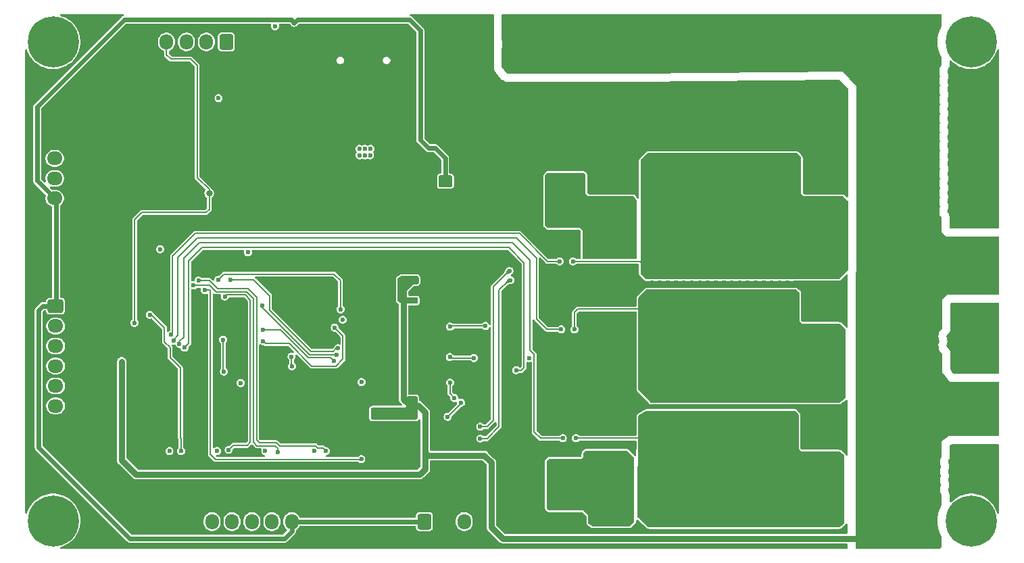
<source format=gbr>
%TF.GenerationSoftware,KiCad,Pcbnew,8.0.3*%
%TF.CreationDate,2025-02-08T18:07:50+07:00*%
%TF.ProjectId,VESC V.2,56455343-2056-42e3-922e-6b696361645f,rev?*%
%TF.SameCoordinates,Original*%
%TF.FileFunction,Copper,L4,Bot*%
%TF.FilePolarity,Positive*%
%FSLAX46Y46*%
G04 Gerber Fmt 4.6, Leading zero omitted, Abs format (unit mm)*
G04 Created by KiCad (PCBNEW 8.0.3) date 2025-02-08 18:07:50*
%MOMM*%
%LPD*%
G01*
G04 APERTURE LIST*
G04 Aperture macros list*
%AMRoundRect*
0 Rectangle with rounded corners*
0 $1 Rounding radius*
0 $2 $3 $4 $5 $6 $7 $8 $9 X,Y pos of 4 corners*
0 Add a 4 corners polygon primitive as box body*
4,1,4,$2,$3,$4,$5,$6,$7,$8,$9,$2,$3,0*
0 Add four circle primitives for the rounded corners*
1,1,$1+$1,$2,$3*
1,1,$1+$1,$4,$5*
1,1,$1+$1,$6,$7*
1,1,$1+$1,$8,$9*
0 Add four rect primitives between the rounded corners*
20,1,$1+$1,$2,$3,$4,$5,0*
20,1,$1+$1,$4,$5,$6,$7,0*
20,1,$1+$1,$6,$7,$8,$9,0*
20,1,$1+$1,$8,$9,$2,$3,0*%
G04 Aperture macros list end*
%TA.AperFunction,ComponentPad*%
%ADD10RoundRect,0.250000X0.600000X0.725000X-0.600000X0.725000X-0.600000X-0.725000X0.600000X-0.725000X0*%
%TD*%
%TA.AperFunction,ComponentPad*%
%ADD11O,1.700000X1.950000*%
%TD*%
%TA.AperFunction,ComponentPad*%
%ADD12RoundRect,0.250000X-0.725000X0.600000X-0.725000X-0.600000X0.725000X-0.600000X0.725000X0.600000X0*%
%TD*%
%TA.AperFunction,ComponentPad*%
%ADD13O,1.950000X1.700000*%
%TD*%
%TA.AperFunction,ComponentPad*%
%ADD14C,6.400000*%
%TD*%
%TA.AperFunction,ComponentPad*%
%ADD15RoundRect,0.250000X-0.600000X-0.725000X0.600000X-0.725000X0.600000X0.725000X-0.600000X0.725000X0*%
%TD*%
%TA.AperFunction,ComponentPad*%
%ADD16C,6.000000*%
%TD*%
%TA.AperFunction,ComponentPad*%
%ADD17R,6.000000X6.000000*%
%TD*%
%TA.AperFunction,ComponentPad*%
%ADD18O,1.000000X2.100000*%
%TD*%
%TA.AperFunction,ComponentPad*%
%ADD19O,1.000000X1.800000*%
%TD*%
%TA.AperFunction,ComponentPad*%
%ADD20C,7.600000*%
%TD*%
%TA.AperFunction,ComponentPad*%
%ADD21R,2.400000X2.400000*%
%TD*%
%TA.AperFunction,ComponentPad*%
%ADD22C,2.400000*%
%TD*%
%TA.AperFunction,ViaPad*%
%ADD23C,0.800000*%
%TD*%
%TA.AperFunction,ViaPad*%
%ADD24C,0.600000*%
%TD*%
%TA.AperFunction,Conductor*%
%ADD25C,0.600000*%
%TD*%
%TA.AperFunction,Conductor*%
%ADD26C,0.200000*%
%TD*%
%TA.AperFunction,Conductor*%
%ADD27C,0.800000*%
%TD*%
G04 APERTURE END LIST*
D10*
%TO.P,J1,1,Pin_1*%
%TO.N,VCC*%
X86700000Y-35000000D03*
D11*
%TO.P,J1,2,Pin_2*%
%TO.N,SWCLK*%
X84200000Y-35000000D03*
%TO.P,J1,3,Pin_3*%
%TO.N,SWDIO*%
X81700000Y-35000000D03*
%TO.P,J1,4,Pin_4*%
%TO.N,NRST*%
X79200000Y-35000000D03*
%TO.P,J1,5,Pin_5*%
%TO.N,GND*%
X76700000Y-35000000D03*
%TD*%
D12*
%TO.P,J5,1,Pin_1*%
%TO.N,+5V*%
X65300000Y-68100000D03*
D13*
%TO.P,J5,2,Pin_2*%
%TO.N,VCC*%
X65300000Y-70600000D03*
%TO.P,J5,3,Pin_3*%
%TO.N,/MCU/TX_SDA_NSS*%
X65300000Y-73100000D03*
%TO.P,J5,4,Pin_4*%
%TO.N,/MCU/SCK_ADC_EXT*%
X65300000Y-75600000D03*
%TO.P,J5,5,Pin_5*%
%TO.N,/MCU/MISO_ADC_EXT2*%
X65300000Y-78100000D03*
%TO.P,J5,6,Pin_6*%
%TO.N,/MCU/RX_SCL_MOSI*%
X65300000Y-80600000D03*
%TO.P,J5,7,Pin_7*%
%TO.N,GND*%
X65300000Y-83100000D03*
%TD*%
D14*
%TO.P,H4,1,1*%
%TO.N,unconnected-(H4-Pad1)*%
X65000000Y-95000000D03*
%TD*%
%TO.P,H2,1,1*%
%TO.N,unconnected-(H2-Pad1)*%
X180000000Y-95000000D03*
%TD*%
D15*
%TO.P,J6,1,Pin_1*%
%TO.N,+5V*%
X111500000Y-95100000D03*
D11*
%TO.P,J6,2,Pin_2*%
%TO.N,GND*%
X114000000Y-95100000D03*
%TO.P,J6,3,Pin_3*%
%TO.N,Net-(J6-Pin_3)*%
X116500000Y-95100000D03*
%TD*%
D16*
%TO.P,J7,N,NEG*%
%TO.N,GND*%
X117250000Y-35300000D03*
D17*
%TO.P,J7,P,POS*%
%TO.N,V_SUPPLY*%
X124450000Y-35300000D03*
%TD*%
D18*
%TO.P,J2,S1,SHIELD*%
%TO.N,GND*%
X108200000Y-37800000D03*
D19*
X108200000Y-33620000D03*
D18*
X99560000Y-37800000D03*
D19*
X99560000Y-33620000D03*
%TD*%
D14*
%TO.P,H1,1,1*%
%TO.N,unconnected-(H1-Pad1)*%
X180000000Y-35000000D03*
%TD*%
%TO.P,H3,1,1*%
%TO.N,unconnected-(H3-Pad1)*%
X65000000Y-35000000D03*
%TD*%
D20*
%TO.P,H7,1,1*%
%TO.N,/MOSFET DRIVER/H3_VS*%
X154000000Y-88000000D03*
%TD*%
D15*
%TO.P,J4,1,Pin_1*%
%TO.N,GND*%
X82400000Y-95100000D03*
D11*
%TO.P,J4,2,Pin_2*%
%TO.N,/HALL_FILTER/TEMP_IN*%
X84900000Y-95100000D03*
%TO.P,J4,3,Pin_3*%
%TO.N,/HALL_FILTER/HALL3_IN*%
X87400000Y-95100000D03*
%TO.P,J4,4,Pin_4*%
%TO.N,/HALL_FILTER/HALL2_IN*%
X89900000Y-95100000D03*
%TO.P,J4,5,Pin_5*%
%TO.N,/HALL_FILTER/HALL1_IN*%
X92400000Y-95100000D03*
%TO.P,J4,6,Pin_6*%
%TO.N,+5V*%
X94900000Y-95100000D03*
%TD*%
D20*
%TO.P,H6,1,1*%
%TO.N,/MOSFET DRIVER/H2_VS*%
X154000000Y-73500000D03*
%TD*%
D21*
%TO.P,C60,1*%
%TO.N,V_SUPPLY*%
X144500000Y-36087246D03*
D22*
%TO.P,C60,2*%
%TO.N,GND*%
X144500000Y-43587246D03*
%TD*%
D12*
%TO.P,J3,1,Pin_1*%
%TO.N,GND*%
X65200000Y-47100000D03*
D13*
%TO.P,J3,2,Pin_2*%
%TO.N,/CAN BUS/CANL*%
X65200000Y-49600000D03*
%TO.P,J3,3,Pin_3*%
%TO.N,/CAN BUS/CANH*%
X65200000Y-52100000D03*
%TO.P,J3,4,Pin_4*%
%TO.N,+5V*%
X65200000Y-54600000D03*
%TD*%
D20*
%TO.P,H5,1,1*%
%TO.N,/MOSFET DRIVER/H1_VS*%
X154000000Y-58000000D03*
%TD*%
D21*
%TO.P,C61,1*%
%TO.N,V_SUPPLY*%
X162700000Y-36100000D03*
D22*
%TO.P,C61,2*%
%TO.N,GND*%
X162700000Y-43600000D03*
%TD*%
D23*
%TO.N,GND*%
X135800000Y-43700000D03*
X139700000Y-43700000D03*
X155000000Y-43650000D03*
X158800000Y-43650000D03*
X147350000Y-43650000D03*
X151100000Y-43650000D03*
D24*
%TO.N,NRST*%
X75175000Y-70200000D03*
D23*
X84550000Y-53950000D03*
D24*
%TO.N,GND*%
X92950000Y-53400000D03*
X110300000Y-49100000D03*
D23*
X128550000Y-76300000D03*
D24*
X121000000Y-54250000D03*
D23*
X158900000Y-45600000D03*
D24*
X181200000Y-49200000D03*
X117700000Y-53400000D03*
D23*
X130700000Y-96000000D03*
D24*
X122500000Y-58000000D03*
D23*
X158900000Y-47650000D03*
D24*
X95200000Y-56650000D03*
X121250000Y-91750000D03*
X101800000Y-86700000D03*
X77200000Y-45650000D03*
X181200000Y-44600000D03*
X179900000Y-46900000D03*
X182500000Y-49200000D03*
X182500000Y-50300000D03*
D23*
X73400000Y-92600000D03*
D24*
X69600000Y-82800000D03*
D23*
X130450000Y-76300000D03*
D24*
X180000000Y-88800000D03*
X72600000Y-69100000D03*
X181200000Y-51500000D03*
X182500000Y-43400000D03*
X122000000Y-93250000D03*
D23*
X129500000Y-77250000D03*
D24*
X84600000Y-49650000D03*
X90750000Y-39350000D03*
X179800000Y-73000000D03*
X110300000Y-84700000D03*
X121750000Y-57250000D03*
X177300000Y-52700000D03*
X72600000Y-72500000D03*
D23*
X128400000Y-68000000D03*
D24*
X178600000Y-39900000D03*
X177300000Y-49200000D03*
X117700000Y-67800000D03*
X112500000Y-49100000D03*
X84600000Y-48850000D03*
X181200000Y-52700000D03*
X122750000Y-92500000D03*
X70800000Y-78400000D03*
X72600000Y-70600000D03*
D23*
X135850000Y-47650000D03*
D24*
X91350000Y-74150000D03*
X177300000Y-51500000D03*
X122000000Y-90250000D03*
D23*
X155100000Y-45600000D03*
D24*
X105000000Y-84700000D03*
X69300000Y-77600000D03*
X92950000Y-42300000D03*
D23*
X65200000Y-42850000D03*
D24*
X177300000Y-48000000D03*
X93100000Y-61400000D03*
X72400000Y-60300000D03*
X116500000Y-67200000D03*
X179800000Y-71900000D03*
X92950000Y-56550000D03*
X181100000Y-73000000D03*
X122500000Y-52750000D03*
D23*
X130450000Y-75350000D03*
D24*
X182600000Y-91100000D03*
X182500000Y-55000000D03*
X177400000Y-87600000D03*
X117700000Y-56000000D03*
X182500000Y-38700000D03*
X78400000Y-75200000D03*
X93150000Y-74150000D03*
X114100000Y-57200000D03*
X178600000Y-45700000D03*
X72600000Y-74000000D03*
X132600000Y-43200000D03*
X177300000Y-45700000D03*
X122750000Y-89500000D03*
X181200000Y-42200000D03*
X98500000Y-40500000D03*
X72600000Y-71700000D03*
X121750000Y-55000000D03*
X95800000Y-80700000D03*
X117700000Y-62600000D03*
X121000000Y-52750000D03*
X91300000Y-76000000D03*
X178500000Y-71900000D03*
D23*
X151100000Y-41731000D03*
D24*
X121000000Y-58000000D03*
X121000000Y-55000000D03*
X102600000Y-80200000D03*
X121250000Y-91000000D03*
D23*
X129500000Y-76300000D03*
D24*
X177300000Y-44600000D03*
X74600000Y-78400000D03*
X95150000Y-53450000D03*
X116500000Y-68000000D03*
X181200000Y-45700000D03*
D23*
X143550000Y-47650000D03*
D24*
X177300000Y-43400000D03*
D23*
X131400000Y-74400000D03*
D24*
X122750000Y-91000000D03*
X86000000Y-46250000D03*
X121250000Y-87250000D03*
X106100000Y-84700000D03*
X95150000Y-61400000D03*
D23*
X100900000Y-90850000D03*
D24*
X121000000Y-55750000D03*
X181200000Y-46900000D03*
X117700000Y-65200000D03*
X69300000Y-75900000D03*
D23*
X76200000Y-95350000D03*
D24*
X121250000Y-88750000D03*
X95250000Y-48000000D03*
X82500000Y-82800000D03*
X102300000Y-64300000D03*
X179900000Y-56200000D03*
D23*
X135850000Y-45600000D03*
X131400000Y-78200000D03*
D24*
X79600000Y-78000000D03*
X181200000Y-56200000D03*
X177300000Y-46900000D03*
X122000000Y-89500000D03*
X178600000Y-55000000D03*
X121750000Y-52000000D03*
X73600000Y-59100000D03*
D23*
X139650000Y-41731000D03*
X162700000Y-41731000D03*
D24*
X87700000Y-39950000D03*
X90150000Y-46150000D03*
X178700000Y-88800000D03*
X180000000Y-89900000D03*
X182500000Y-51500000D03*
X96200000Y-71350000D03*
X122000000Y-92500000D03*
X80900000Y-48350000D03*
D23*
X129500000Y-74400000D03*
D24*
X86950000Y-62000000D03*
X178700000Y-91100000D03*
X122600000Y-73600000D03*
X101900000Y-80200000D03*
D23*
X127000000Y-81400000D03*
D24*
X177300000Y-50300000D03*
D23*
X111050000Y-90800000D03*
X100400000Y-97500000D03*
D24*
X121750000Y-56500000D03*
X91100000Y-79300000D03*
X178700000Y-89900000D03*
X182500000Y-53900000D03*
X122500000Y-54250000D03*
X182500000Y-39900000D03*
X75900000Y-78000000D03*
D23*
X143550000Y-45600000D03*
D24*
X122750000Y-90250000D03*
X117700000Y-66500000D03*
X178600000Y-52700000D03*
X69200000Y-72500000D03*
X122750000Y-87250000D03*
X114100000Y-90900000D03*
X122500000Y-52000000D03*
D23*
X62500000Y-89700000D03*
D24*
X177200000Y-73000000D03*
X182600000Y-88800000D03*
X179900000Y-53900000D03*
X179900000Y-51500000D03*
X179900000Y-41000000D03*
X181300000Y-91100000D03*
X75300000Y-82800000D03*
X179900000Y-52700000D03*
X95100000Y-65050000D03*
D23*
X155000000Y-41731000D03*
D24*
X179900000Y-44600000D03*
X93050000Y-63250000D03*
X121000000Y-56500000D03*
X178600000Y-49200000D03*
X88400000Y-41650000D03*
X90150000Y-53450000D03*
X114800000Y-57200000D03*
X103400000Y-93700000D03*
X115500000Y-57200000D03*
X83850000Y-39550000D03*
X121250000Y-88000000D03*
X180000000Y-87600000D03*
X177300000Y-42200000D03*
D23*
X128550000Y-74400000D03*
D24*
X79900000Y-41750000D03*
X123400000Y-73600000D03*
X94600000Y-80700000D03*
X79900000Y-49350000D03*
X72600000Y-69800000D03*
X122750000Y-88750000D03*
X178600000Y-41000000D03*
D23*
X131400000Y-77250000D03*
D24*
X179900000Y-55000000D03*
X182500000Y-45700000D03*
X179900000Y-49200000D03*
X109200000Y-49100000D03*
X121750000Y-58000000D03*
X101800000Y-85800000D03*
X182400000Y-71900000D03*
X111400000Y-49100000D03*
X181200000Y-38700000D03*
X122500000Y-57250000D03*
X122500000Y-55750000D03*
X90150000Y-50300000D03*
X117700000Y-54700000D03*
D23*
X162650000Y-47650000D03*
D24*
X177300000Y-38700000D03*
X125700000Y-73600000D03*
D23*
X63650000Y-63600000D03*
D24*
X90150000Y-42350000D03*
X72600000Y-68300000D03*
X182600000Y-87600000D03*
X122000000Y-91750000D03*
X121750000Y-53500000D03*
X78000000Y-58400000D03*
D23*
X131400000Y-72550000D03*
D24*
X106400000Y-41900000D03*
X182500000Y-56200000D03*
X178600000Y-48000000D03*
X99700000Y-78600000D03*
X121750000Y-52750000D03*
D23*
X118400000Y-76200000D03*
D24*
X106900000Y-49100000D03*
X177300000Y-53900000D03*
X80200000Y-82800000D03*
D23*
X147350000Y-41731000D03*
D24*
X178600000Y-44600000D03*
X109300000Y-84700000D03*
X131100000Y-64400000D03*
X181300000Y-88800000D03*
X122000000Y-88000000D03*
D23*
X158800000Y-41731000D03*
D24*
X121750000Y-55750000D03*
X121250000Y-90250000D03*
X182500000Y-52700000D03*
D23*
X70650000Y-89800000D03*
D24*
X178600000Y-38700000D03*
X122000000Y-88750000D03*
X77900000Y-82800000D03*
X86900000Y-80300000D03*
X131800000Y-43200000D03*
X122750000Y-91750000D03*
D23*
X63650000Y-59150000D03*
X131400000Y-71600000D03*
D24*
X95500000Y-45600000D03*
X78800000Y-58400000D03*
X177300000Y-55000000D03*
X131100000Y-63600000D03*
D23*
X128550000Y-75350000D03*
X131400000Y-73500000D03*
D24*
X181100000Y-71900000D03*
D23*
X131400000Y-70650000D03*
D24*
X99700000Y-78000000D03*
X181300000Y-89900000D03*
X178700000Y-87600000D03*
X179900000Y-42200000D03*
X92900000Y-39000000D03*
X108200000Y-84700000D03*
X177300000Y-39900000D03*
D23*
X131400000Y-76300000D03*
D24*
X122500000Y-53500000D03*
X181200000Y-53900000D03*
X114900000Y-90900000D03*
X181200000Y-39900000D03*
X122000000Y-87250000D03*
X182600000Y-89900000D03*
D23*
X122000000Y-81400000D03*
X68900000Y-39100000D03*
D24*
X80300000Y-58400000D03*
D23*
X70600000Y-97600000D03*
D24*
X122000000Y-91000000D03*
D23*
X130450000Y-77250000D03*
D24*
X74600000Y-45650000D03*
X121250000Y-89500000D03*
X72500000Y-78400000D03*
X88400000Y-42450000D03*
X179900000Y-48000000D03*
D23*
X131400000Y-75350000D03*
D24*
X178600000Y-53900000D03*
X117700000Y-50800000D03*
X179900000Y-50300000D03*
D23*
X139750000Y-45600000D03*
D24*
X117700000Y-52100000D03*
X77150939Y-70871866D03*
X108200000Y-49100000D03*
X75900000Y-78900000D03*
X92700000Y-65000000D03*
X179900000Y-45700000D03*
X79500000Y-58400000D03*
X178500000Y-73000000D03*
X182500000Y-41000000D03*
X133400000Y-43200000D03*
X117700000Y-57300000D03*
X89450000Y-58350000D03*
X90150000Y-56700000D03*
X121250000Y-93250000D03*
X95300000Y-38950000D03*
X178600000Y-50300000D03*
X178600000Y-51500000D03*
X177400000Y-88800000D03*
D23*
X107000000Y-90800000D03*
D24*
X131000000Y-43200000D03*
D23*
X151200000Y-47650000D03*
D24*
X95100000Y-50350000D03*
D23*
X155100000Y-47650000D03*
D24*
X182500000Y-48000000D03*
X67500000Y-71900000D03*
D23*
X135750000Y-41731000D03*
X147450000Y-45600000D03*
X143450000Y-41731000D03*
D24*
X91050000Y-58350000D03*
X121750000Y-54250000D03*
X101100000Y-47500000D03*
X98700000Y-45650000D03*
X179900000Y-38700000D03*
X117700000Y-63900000D03*
X122500000Y-56500000D03*
X121250000Y-92500000D03*
X107200000Y-84700000D03*
X177400000Y-89900000D03*
X101650000Y-45650000D03*
X92950000Y-46050000D03*
D23*
X151200000Y-45600000D03*
X139750000Y-47650000D03*
D24*
X72200000Y-82800000D03*
X98700000Y-47500000D03*
X122750000Y-88000000D03*
X122750000Y-93250000D03*
X182500000Y-46900000D03*
X179900000Y-43400000D03*
X121000000Y-53500000D03*
X92950000Y-50200000D03*
X177300000Y-41000000D03*
X96200000Y-69700000D03*
X180000000Y-91100000D03*
X181200000Y-43400000D03*
X121000000Y-57250000D03*
X177400000Y-91100000D03*
X122500000Y-55000000D03*
X96200000Y-68250000D03*
X181200000Y-41000000D03*
D23*
X129500000Y-75350000D03*
D24*
X126500000Y-73600000D03*
X93200000Y-75950000D03*
X72600000Y-73200000D03*
X79600000Y-78900000D03*
X69300000Y-74100000D03*
X182500000Y-44600000D03*
X103400000Y-92600000D03*
X177300000Y-56200000D03*
D23*
X162650000Y-45600000D03*
X147450000Y-47650000D03*
D24*
X101600000Y-64300000D03*
X96200000Y-66650000D03*
X178600000Y-46900000D03*
X182400000Y-73000000D03*
X78400000Y-73950000D03*
D23*
X128550000Y-77250000D03*
D24*
X181300000Y-87600000D03*
X88500000Y-80300000D03*
X181200000Y-48000000D03*
X81000000Y-42550000D03*
X95150000Y-63250000D03*
X178600000Y-42200000D03*
D23*
X107000000Y-97500000D03*
D24*
X98500000Y-41400000D03*
X178600000Y-43400000D03*
D23*
X72150000Y-35850000D03*
D24*
X83350000Y-62000000D03*
X181200000Y-50300000D03*
X179900000Y-39900000D03*
X181200000Y-55000000D03*
D23*
X130450000Y-74400000D03*
D24*
X111400000Y-62900000D03*
X182500000Y-42200000D03*
X178600000Y-56200000D03*
X121000000Y-52000000D03*
X177200000Y-71900000D03*
X108600000Y-62900000D03*
%TO.N,VCC*%
X101277746Y-69802343D03*
X88500000Y-77725000D03*
X104050000Y-49200000D03*
X103637870Y-77611970D03*
X103400000Y-49200000D03*
X78400000Y-60975000D03*
X104700000Y-49200000D03*
X85550000Y-86250000D03*
X92800000Y-33020000D03*
X97675000Y-86262500D03*
X89400000Y-61375000D03*
X85725000Y-42050000D03*
X104050000Y-48400000D03*
X91575000Y-86262500D03*
X79575000Y-86250000D03*
X103350000Y-48400000D03*
X124600000Y-74600000D03*
X104750000Y-48400000D03*
%TO.N,/MOSFET DRIVER/H1_VS*%
X153500000Y-63500000D03*
X152500000Y-51000000D03*
X146500000Y-64500000D03*
X139500000Y-64500000D03*
X139500000Y-57000000D03*
X155500000Y-51000000D03*
X143500000Y-64500000D03*
X151500000Y-51000000D03*
X141500000Y-63500000D03*
X153500000Y-50000000D03*
X151500000Y-50000000D03*
X151500000Y-53000000D03*
X144500000Y-50000000D03*
X139500000Y-54000000D03*
X151500000Y-63500000D03*
X149500000Y-53000000D03*
X156500000Y-53000000D03*
X149500000Y-56000000D03*
X145500000Y-51000000D03*
X157500000Y-52000000D03*
X150500000Y-63500000D03*
X142500000Y-50000000D03*
X155500000Y-52000000D03*
X149500000Y-63500000D03*
X153500000Y-64500000D03*
X146500000Y-51000000D03*
X145500000Y-63500000D03*
X142500000Y-63500000D03*
X157500000Y-53000000D03*
X157500000Y-62500000D03*
X151500000Y-64500000D03*
X150500000Y-53000000D03*
X153500000Y-53000000D03*
X139500000Y-63500000D03*
X149500000Y-59500000D03*
X150500000Y-54000000D03*
X149500000Y-51000000D03*
X139500000Y-55000000D03*
X145500000Y-50000000D03*
X154500000Y-63500000D03*
X149500000Y-57000000D03*
X149500000Y-60500000D03*
X150500000Y-52000000D03*
X142500000Y-64500000D03*
X151500000Y-62500000D03*
X157500000Y-55000000D03*
X146500000Y-50000000D03*
X151500000Y-54000000D03*
X156500000Y-63500000D03*
X147500000Y-64500000D03*
X156500000Y-62500000D03*
X156500000Y-50000000D03*
X156500000Y-51000000D03*
X140500000Y-64500000D03*
X151500000Y-52000000D03*
X119144607Y-70594607D03*
X154500000Y-64500000D03*
X153500000Y-51000000D03*
X155500000Y-64500000D03*
X144500000Y-64500000D03*
X148500000Y-63500000D03*
X150500000Y-55000000D03*
X139500000Y-62000000D03*
X153500000Y-62500000D03*
X130100000Y-62500000D03*
X157500000Y-64500000D03*
X147500000Y-50000000D03*
X147500000Y-51000000D03*
X156500000Y-61500000D03*
X141500000Y-50000000D03*
X143500000Y-50000000D03*
X139500000Y-51000000D03*
X144500000Y-51000000D03*
X156500000Y-54000000D03*
X157500000Y-60500000D03*
X149500000Y-58500000D03*
X152500000Y-52000000D03*
X139500000Y-61000000D03*
X157500000Y-54000000D03*
X148500000Y-50000000D03*
X153500000Y-52000000D03*
X143500000Y-63500000D03*
X139500000Y-52000000D03*
X150500000Y-62500000D03*
X140500000Y-51000000D03*
X148500000Y-51000000D03*
X154500000Y-52000000D03*
X155500000Y-53000000D03*
X149500000Y-50000000D03*
X152500000Y-50000000D03*
X156500000Y-52000000D03*
X155500000Y-62500000D03*
X140500000Y-50000000D03*
X142500000Y-51000000D03*
X144500000Y-63500000D03*
X157500000Y-51000000D03*
X157500000Y-50000000D03*
X146500000Y-63500000D03*
X143500000Y-51000000D03*
X145500000Y-64500000D03*
X139500000Y-50000000D03*
X156500000Y-64500000D03*
X154500000Y-53000000D03*
X139500000Y-59000000D03*
X141500000Y-51000000D03*
X139500000Y-60000000D03*
X139500000Y-58000000D03*
X152500000Y-62500000D03*
X155500000Y-50000000D03*
X139500000Y-56000000D03*
X150500000Y-64500000D03*
X150500000Y-50000000D03*
X154500000Y-62500000D03*
X149500000Y-61500000D03*
X149500000Y-64500000D03*
X139500000Y-53000000D03*
X157500000Y-61500000D03*
X154500000Y-51000000D03*
X140500000Y-63500000D03*
X152500000Y-64500000D03*
X114725000Y-70675000D03*
X152500000Y-53000000D03*
X147500000Y-63500000D03*
X152500000Y-63500000D03*
X148500000Y-64500000D03*
X149500000Y-54000000D03*
X157500000Y-63500000D03*
X149500000Y-55000000D03*
X155500000Y-63500000D03*
X141500000Y-64500000D03*
X150500000Y-51000000D03*
X154500000Y-50000000D03*
X149500000Y-52000000D03*
%TO.N,/MOSFET DRIVER/H2_VS*%
X149500000Y-76500000D03*
X152500000Y-66500000D03*
X155500000Y-66500000D03*
X155500000Y-78500000D03*
X145500000Y-67500000D03*
X149500000Y-67500000D03*
X149500000Y-71500000D03*
X157500000Y-66500000D03*
X157500000Y-70500000D03*
X154500000Y-79500000D03*
X149500000Y-78500000D03*
X153500000Y-78500000D03*
X139500000Y-68500000D03*
X149500000Y-68500000D03*
X139500000Y-75500000D03*
X149500000Y-77500000D03*
X114691550Y-74475000D03*
X156500000Y-69500000D03*
X148500000Y-66500000D03*
X145400000Y-79500000D03*
X149500000Y-66500000D03*
X152500000Y-69500000D03*
X144500000Y-66500000D03*
X143400000Y-79500000D03*
X140500000Y-67500000D03*
X147500000Y-67500000D03*
X149500000Y-74500000D03*
X155500000Y-69500000D03*
X153500000Y-79500000D03*
X157500000Y-76500000D03*
X155500000Y-67500000D03*
X151500000Y-67500000D03*
X151500000Y-78500000D03*
X153500000Y-67500000D03*
X142500000Y-66500000D03*
X157500000Y-77500000D03*
X157500000Y-67500000D03*
X142400000Y-79500000D03*
X149500000Y-70500000D03*
X139500000Y-69500000D03*
X150500000Y-69500000D03*
X151500000Y-68500000D03*
X146500000Y-67500000D03*
X155500000Y-77500000D03*
X139500000Y-72500000D03*
X154500000Y-78500000D03*
X149500000Y-72500000D03*
X139500000Y-71500000D03*
X150500000Y-76500000D03*
X154500000Y-68500000D03*
X141400000Y-79500000D03*
X149500000Y-79500000D03*
X143500000Y-67500000D03*
X149500000Y-75500000D03*
X130300000Y-71010000D03*
X155500000Y-79500000D03*
X152500000Y-79500000D03*
X147400000Y-79500000D03*
X157500000Y-79500000D03*
X152500000Y-68500000D03*
X156500000Y-67500000D03*
X152500000Y-77500000D03*
X156500000Y-77500000D03*
X150500000Y-79500000D03*
X151500000Y-66500000D03*
X154500000Y-67500000D03*
X147500000Y-66500000D03*
X139500000Y-78500000D03*
X139500000Y-76500000D03*
X139500000Y-73500000D03*
X157500000Y-69500000D03*
X153500000Y-66500000D03*
X150500000Y-77500000D03*
X150500000Y-66500000D03*
X139500000Y-70500000D03*
X139500000Y-77500000D03*
X152500000Y-67500000D03*
X154500000Y-66500000D03*
X157500000Y-68500000D03*
X141500000Y-67500000D03*
X139500000Y-66500000D03*
X144400000Y-79500000D03*
X151500000Y-79500000D03*
X151500000Y-69500000D03*
X151500000Y-77500000D03*
X140400000Y-79500000D03*
X140500000Y-66500000D03*
X153500000Y-68500000D03*
X156500000Y-68500000D03*
X142500000Y-67500000D03*
X148400000Y-79500000D03*
X152500000Y-78500000D03*
X146500000Y-66500000D03*
X150500000Y-67500000D03*
X148500000Y-67500000D03*
X143500000Y-66500000D03*
X156500000Y-79500000D03*
X150500000Y-68500000D03*
X155500000Y-68500000D03*
X150500000Y-70500000D03*
X146400000Y-79500000D03*
X144500000Y-67500000D03*
X139500000Y-74500000D03*
X139500000Y-67500000D03*
X157500000Y-78500000D03*
X117725000Y-74600000D03*
X150500000Y-78500000D03*
X156500000Y-66500000D03*
X149500000Y-73500000D03*
X141500000Y-66500000D03*
X145500000Y-66500000D03*
X149500000Y-69500000D03*
X156500000Y-78500000D03*
%TO.N,/MOSFET DRIVER/H3_VS*%
X154500000Y-95500000D03*
X152500000Y-81600000D03*
X157500000Y-84600000D03*
X149400000Y-93500000D03*
X155500000Y-92500000D03*
X155500000Y-94500000D03*
X151400000Y-82600000D03*
X147400000Y-82600000D03*
X139400000Y-93600000D03*
X139400000Y-94600000D03*
X157500000Y-85600000D03*
X153500000Y-92500000D03*
X154500000Y-81600000D03*
X149400000Y-86600000D03*
X139400000Y-83600000D03*
X157500000Y-82600000D03*
X154500000Y-93500000D03*
X157500000Y-92500000D03*
X149400000Y-88500000D03*
X150400000Y-90500000D03*
X143400000Y-81600000D03*
X155500000Y-83600000D03*
X151400000Y-93500000D03*
X155500000Y-82600000D03*
X151400000Y-95500000D03*
X150400000Y-83600000D03*
X147400000Y-95500000D03*
X147400000Y-83600000D03*
X157500000Y-83600000D03*
X156500000Y-83600000D03*
X146400000Y-95500000D03*
X149400000Y-92500000D03*
X145400000Y-82600000D03*
X149400000Y-95500000D03*
X151400000Y-92500000D03*
X154500000Y-82600000D03*
X140400000Y-83600000D03*
X152500000Y-83600000D03*
X153500000Y-94500000D03*
X149400000Y-89500000D03*
X148400000Y-82600000D03*
X143400000Y-95500000D03*
X156500000Y-81600000D03*
X157500000Y-81600000D03*
X140400000Y-82600000D03*
X149400000Y-94500000D03*
X139400000Y-89600000D03*
X152500000Y-92500000D03*
X155500000Y-81600000D03*
X153500000Y-93500000D03*
X150400000Y-81600000D03*
X145400000Y-95500000D03*
X154500000Y-92500000D03*
X156500000Y-91500000D03*
X144400000Y-95500000D03*
X140400000Y-81600000D03*
X145400000Y-81600000D03*
X139400000Y-81600000D03*
X149400000Y-91500000D03*
X150400000Y-85600000D03*
X151400000Y-81600000D03*
X146400000Y-82600000D03*
X146400000Y-83600000D03*
X153500000Y-81600000D03*
X147400000Y-81600000D03*
X153500000Y-82600000D03*
X150400000Y-91500000D03*
X149400000Y-90500000D03*
X149400000Y-83600000D03*
X143400000Y-82600000D03*
X151400000Y-94500000D03*
X148400000Y-95500000D03*
X155500000Y-93500000D03*
X141400000Y-82600000D03*
X149400000Y-87500000D03*
X149400000Y-81600000D03*
X156500000Y-84600000D03*
X139400000Y-91600000D03*
X145400000Y-83600000D03*
X153500000Y-95500000D03*
X150400000Y-92500000D03*
X151400000Y-91500000D03*
X157500000Y-93500000D03*
X156500000Y-93500000D03*
X144400000Y-83600000D03*
X156500000Y-82600000D03*
X157500000Y-95500000D03*
X151400000Y-83600000D03*
X157500000Y-91500000D03*
X153500000Y-83600000D03*
X143400000Y-83600000D03*
X142400000Y-82600000D03*
X142400000Y-83600000D03*
X154500000Y-83600000D03*
X142400000Y-81600000D03*
X154500000Y-94500000D03*
X149400000Y-85600000D03*
X152500000Y-94500000D03*
X139400000Y-87600000D03*
X150400000Y-94500000D03*
X144400000Y-82600000D03*
X148400000Y-83600000D03*
X140300000Y-95500000D03*
X139400000Y-86600000D03*
X146400000Y-81600000D03*
X157500000Y-94500000D03*
X152500000Y-82600000D03*
X155500000Y-95500000D03*
X156500000Y-94500000D03*
X114716550Y-77685100D03*
X142300000Y-95500000D03*
X152500000Y-95500000D03*
X139400000Y-88600000D03*
X141400000Y-83600000D03*
X150400000Y-93500000D03*
X149400000Y-84600000D03*
X130500000Y-84640000D03*
X139400000Y-84600000D03*
X151400000Y-84600000D03*
X150400000Y-82600000D03*
X156500000Y-95500000D03*
X141400000Y-81600000D03*
X139400000Y-82600000D03*
X150400000Y-84600000D03*
X115250000Y-79600000D03*
X152500000Y-93500000D03*
X150400000Y-95500000D03*
X139400000Y-85600000D03*
X156500000Y-92500000D03*
X149400000Y-82600000D03*
X139400000Y-90600000D03*
X157500000Y-90500000D03*
X148400000Y-81600000D03*
X141300000Y-95500000D03*
X144400000Y-81600000D03*
X139400000Y-92600000D03*
%TO.N,Net-(IC1-SP1)*%
X114425000Y-81975000D03*
X116075000Y-80200000D03*
%TO.N,V_SUPPLY*%
X181000000Y-82000000D03*
X152500000Y-34350000D03*
X169000000Y-98000000D03*
X174000000Y-80000000D03*
X169000000Y-83000000D03*
X169000000Y-81500000D03*
D23*
X108650000Y-67100000D03*
D24*
X174000000Y-64000000D03*
X171500000Y-64000000D03*
X135000000Y-34350000D03*
X173100000Y-47550000D03*
X171200000Y-50000000D03*
X175000000Y-37500000D03*
X173100000Y-50050000D03*
X137500000Y-34350000D03*
X171200000Y-42500000D03*
X167500000Y-32500000D03*
X105550000Y-81700000D03*
X147500000Y-32500000D03*
X171200000Y-35000000D03*
X165000000Y-32500000D03*
X169000000Y-80000000D03*
X173100000Y-42550000D03*
X167500000Y-45000000D03*
X175000000Y-50000000D03*
X165000000Y-34950000D03*
X155000000Y-36200000D03*
X165000000Y-38000000D03*
X150000000Y-32500000D03*
X170000000Y-32500000D03*
X175000000Y-45000000D03*
X140000000Y-34350000D03*
X169300000Y-37500000D03*
X174000000Y-81500000D03*
X160000000Y-32500000D03*
X169000000Y-65550000D03*
X175000000Y-35000000D03*
X140000000Y-38000000D03*
X132500000Y-32500000D03*
X147500000Y-36200000D03*
X172500000Y-32500000D03*
X181000000Y-63000000D03*
X152500000Y-36200000D03*
X162500000Y-32500000D03*
X73595000Y-75080000D03*
X169300000Y-42500000D03*
X135000000Y-36200000D03*
X147500000Y-38000000D03*
X171500000Y-65550000D03*
X147500000Y-34350000D03*
X109800000Y-81700000D03*
X171500000Y-81500000D03*
X169000000Y-67000000D03*
X145000000Y-38000000D03*
X167500000Y-34950000D03*
X169300000Y-47500000D03*
X174000000Y-98000000D03*
X174000000Y-96000000D03*
X157500000Y-34350000D03*
X152500000Y-38000000D03*
X137500000Y-32500000D03*
X150000000Y-36200000D03*
X142500000Y-34350000D03*
X171200000Y-37500000D03*
X171500000Y-98000000D03*
X169300000Y-45000000D03*
X137500000Y-38000000D03*
X175000000Y-40000000D03*
X171500000Y-67000000D03*
X167500000Y-42500000D03*
X171500000Y-80000000D03*
X179000000Y-63000000D03*
X167500000Y-50000000D03*
X157500000Y-38000000D03*
X179000000Y-82000000D03*
X109700000Y-80550000D03*
X137500000Y-36200000D03*
X160000000Y-38000000D03*
X175000000Y-32500000D03*
X150000000Y-38000000D03*
X107700000Y-81700000D03*
X157500000Y-32500000D03*
X150000000Y-34350000D03*
X155000000Y-38000000D03*
X167500000Y-47500000D03*
D23*
X110000000Y-64900000D03*
D24*
X142500000Y-38000000D03*
X155000000Y-34350000D03*
X155000000Y-32500000D03*
X160000000Y-34350000D03*
X142500000Y-32500000D03*
D23*
X108650000Y-64950000D03*
D24*
X174000000Y-67000000D03*
X162500000Y-38000000D03*
X171200000Y-47500000D03*
X169000000Y-96000000D03*
X173100000Y-40050000D03*
X169300000Y-40000000D03*
X171500000Y-83000000D03*
X167500000Y-38000000D03*
X145000000Y-32500000D03*
X140000000Y-32500000D03*
X140000000Y-36200000D03*
X160000000Y-36200000D03*
X173100000Y-45050000D03*
X130000000Y-32500000D03*
X175000000Y-42500000D03*
X135000000Y-32500000D03*
X169000000Y-64000000D03*
X142500000Y-36200000D03*
X174000000Y-65550000D03*
X175000000Y-47500000D03*
X157500000Y-36200000D03*
X130000000Y-38000000D03*
X169300000Y-35000000D03*
X169300000Y-50000000D03*
X152500000Y-32500000D03*
X171200000Y-45000000D03*
X167500000Y-40000000D03*
X171200000Y-40000000D03*
X173100000Y-35050000D03*
D23*
X108650000Y-66050000D03*
D24*
X135000000Y-38000000D03*
X174000000Y-83000000D03*
X177000000Y-82000000D03*
X173100000Y-37550000D03*
X177000000Y-63000000D03*
X171500000Y-96000000D03*
%TO.N,+5V*%
X114500000Y-52800000D03*
X113800000Y-52800000D03*
X95180223Y-32600000D03*
X114500000Y-52100000D03*
X113800000Y-52100000D03*
%TO.N,/MCU/ADC_TEMP*%
X123000000Y-76125000D03*
X81460946Y-73308096D03*
%TO.N,/HALL_FILTER/HALL1_OUT*%
X99150000Y-86262500D03*
X83199591Y-64888671D03*
%TO.N,/HALL_FILTER/HALL2_OUT*%
X82588671Y-65488671D03*
X93125000Y-86400000D03*
%TO.N,/HALL_FILTER/HALL3_OUT*%
X86500000Y-66900000D03*
X87000000Y-86100000D03*
%TO.N,/HALL_FILTER/TEMP_OUT*%
X81025000Y-86250000D03*
X77100000Y-69200000D03*
%TO.N,/MCU/SERVO*%
X103600000Y-87250000D03*
X84000000Y-66088671D03*
%TO.N,/MCU/SENS1*%
X80817756Y-72832376D03*
X128850000Y-84640000D03*
%TO.N,/MCU/SENS2*%
X80100000Y-72400000D03*
X128650000Y-71010000D03*
%TO.N,/MCU/SENS3*%
X128450000Y-62500000D03*
X79806591Y-71655745D03*
%TO.N,/MOSFET DRIVER/HI_LOW*%
X136550000Y-57400000D03*
X137000000Y-60550000D03*
X131300000Y-53550000D03*
X137000000Y-58900000D03*
X137000000Y-61850000D03*
X132850000Y-57450000D03*
X131300000Y-58100000D03*
X134750000Y-57400000D03*
X131300000Y-56550000D03*
X137000000Y-55750000D03*
X131300000Y-55100000D03*
%TO.N,/MOSFET DRIVER/H3_LOW*%
X131550000Y-87950000D03*
X134650000Y-94950000D03*
X132950000Y-94950000D03*
X131550000Y-89400000D03*
X136200000Y-89450000D03*
X131550000Y-90750000D03*
X133000000Y-89400000D03*
X137250000Y-92750000D03*
X137250000Y-94200000D03*
X137250000Y-90100000D03*
X137250000Y-91400000D03*
X137200000Y-88600000D03*
X136200000Y-95000000D03*
X131550000Y-93250000D03*
X131550000Y-92050000D03*
X137200000Y-87350000D03*
X134600000Y-89450000D03*
%TO.N,/MCU/H3*%
X94910049Y-75624265D03*
X94875735Y-74424265D03*
%TO.N,/MCU/H1*%
X91213945Y-67980000D03*
X100508602Y-74163227D03*
%TO.N,/MCU/DC_CAL*%
X91300000Y-72480000D03*
X100274875Y-70800000D03*
%TO.N,/MCU/FAULT*%
X85700000Y-64800000D03*
X101000000Y-68500000D03*
%TO.N,/MCU/L1*%
X91312821Y-71100000D03*
X100200000Y-75000000D03*
%TO.N,/MCU/EN_GATE*%
X87200000Y-64800000D03*
X100700246Y-73386519D03*
%TO.N,/MCU/RX_SCL_MOSI*%
X86400000Y-76300000D03*
X86300000Y-72300000D03*
%TO.N,/MOSFET DRIVER/SH2_A*%
X122150000Y-63700000D03*
X118500000Y-83200000D03*
%TO.N,/MOSFET DRIVER/SH2_B*%
X122250000Y-64850000D03*
X118500000Y-84700000D03*
%TD*%
D25*
%TO.N,+5V*%
X65400000Y-68000000D02*
X65400000Y-54800000D01*
X65300000Y-68100000D02*
X65400000Y-68000000D01*
X63700000Y-68100000D02*
X65300000Y-68100000D01*
X63200000Y-68600000D02*
X63700000Y-68100000D01*
X63200000Y-85800000D02*
X63200000Y-68600000D01*
X74600000Y-97200000D02*
X63200000Y-85800000D01*
X65400000Y-54800000D02*
X65200000Y-54600000D01*
X94900000Y-96300000D02*
X94000000Y-97200000D01*
X94900000Y-95100000D02*
X94900000Y-96300000D01*
X94000000Y-97200000D02*
X74600000Y-97200000D01*
X111500000Y-95100000D02*
X94900000Y-95100000D01*
D26*
%TO.N,NRST*%
X83050000Y-52000000D02*
X83050000Y-37950000D01*
X84550000Y-56000000D02*
X84550000Y-53950000D01*
X84550000Y-53950000D02*
X84550000Y-53500000D01*
X83050000Y-37950000D02*
X82250000Y-37150000D01*
X75175000Y-70200000D02*
X75200000Y-70175000D01*
X75200000Y-57300000D02*
X76150000Y-56350000D01*
X79200000Y-36600000D02*
X79200000Y-35000000D01*
X76150000Y-56350000D02*
X84200000Y-56350000D01*
X84200000Y-56350000D02*
X84550000Y-56000000D01*
X84550000Y-53500000D02*
X83050000Y-52000000D01*
X79750000Y-37150000D02*
X79200000Y-36600000D01*
X82250000Y-37150000D02*
X79750000Y-37150000D01*
X75200000Y-70175000D02*
X75200000Y-57300000D01*
%TO.N,/MOSFET DRIVER/H1_VS*%
X114800000Y-70600000D02*
X114725000Y-70675000D01*
X119139214Y-70600000D02*
X114800000Y-70600000D01*
X130100000Y-62500000D02*
X138500000Y-62500000D01*
X138500000Y-62500000D02*
X139500000Y-63500000D01*
X119144607Y-70594607D02*
X119139214Y-70600000D01*
%TO.N,/MOSFET DRIVER/H2_VS*%
X130750000Y-68450000D02*
X139450000Y-68450000D01*
X130300000Y-71010000D02*
X130300000Y-68900000D01*
X114816550Y-74600000D02*
X114691550Y-74475000D01*
X130300000Y-68900000D02*
X130750000Y-68450000D01*
X117725000Y-74600000D02*
X114816550Y-74600000D01*
X139450000Y-68450000D02*
X139500000Y-68500000D01*
%TO.N,/MOSFET DRIVER/H3_VS*%
X114700000Y-79050000D02*
X114700000Y-77701650D01*
X130500000Y-84640000D02*
X139360000Y-84640000D01*
X115250000Y-79600000D02*
X114700000Y-79050000D01*
X114700000Y-77701650D02*
X114716550Y-77685100D01*
X139360000Y-84640000D02*
X139400000Y-84600000D01*
%TO.N,Net-(IC1-SP1)*%
X114425000Y-81975000D02*
X116075000Y-80325000D01*
X116075000Y-80325000D02*
X116075000Y-80200000D01*
D27*
%TO.N,V_SUPPLY*%
X111900000Y-86800000D02*
X111600000Y-86500000D01*
X111600000Y-85800000D02*
X111600000Y-87150000D01*
X108900000Y-66000000D02*
X110000000Y-64900000D01*
X110750000Y-80550000D02*
X111600000Y-81400000D01*
X111600000Y-81400000D02*
X111600000Y-85800000D01*
X110900000Y-89200000D02*
X75400000Y-89200000D01*
X119900000Y-95800000D02*
X119900000Y-87700000D01*
X111600000Y-86500000D02*
X111600000Y-85800000D01*
X119900000Y-87700000D02*
X119000000Y-86800000D01*
X75400000Y-89200000D02*
X73595000Y-87395000D01*
X111600000Y-88500000D02*
X110900000Y-89200000D01*
X167500000Y-97200000D02*
X121300000Y-97200000D01*
X109700000Y-80550000D02*
X108900000Y-79750000D01*
X119000000Y-86800000D02*
X111900000Y-86800000D01*
X111600000Y-87100000D02*
X111600000Y-87150000D01*
X109700000Y-80550000D02*
X110750000Y-80550000D01*
X73595000Y-87395000D02*
X73595000Y-75080000D01*
X108900000Y-79750000D02*
X108900000Y-66000000D01*
X111900000Y-86800000D02*
X111600000Y-87100000D01*
X111600000Y-87150000D02*
X111600000Y-88500000D01*
X121300000Y-97200000D02*
X119900000Y-95800000D01*
D25*
%TO.N,+5V*%
X112831371Y-48300000D02*
X114100000Y-49568629D01*
X94800223Y-32220000D02*
X73930000Y-32220000D01*
X111000000Y-33600000D02*
X111000000Y-47250000D01*
X95180223Y-32600000D02*
X94800223Y-32220000D01*
X95560223Y-32220000D02*
X109620000Y-32220000D01*
X109620000Y-32220000D02*
X111000000Y-33600000D01*
X73930000Y-32220000D02*
X63000000Y-43150000D01*
X111000000Y-47250000D02*
X112050000Y-48300000D01*
X112050000Y-48300000D02*
X112831371Y-48300000D01*
X63000000Y-43150000D02*
X63000000Y-52400000D01*
X95180223Y-32600000D02*
X95560223Y-32220000D01*
X114100000Y-49568629D02*
X114100000Y-52400000D01*
X63000000Y-52400000D02*
X65200000Y-54600000D01*
D26*
%TO.N,/MCU/ADC_TEMP*%
X81988671Y-65737200D02*
X81988671Y-62461329D01*
X83700000Y-60750000D02*
X122100000Y-60750000D01*
X122100000Y-60750000D02*
X124000000Y-62650000D01*
X123625000Y-76175000D02*
X123000000Y-76175000D01*
X81988671Y-62461329D02*
X83700000Y-60750000D01*
X81460946Y-73308096D02*
X82000000Y-72769042D01*
X82000000Y-72769042D02*
X82000000Y-65748529D01*
X124000000Y-75800000D02*
X123625000Y-76175000D01*
X124000000Y-62650000D02*
X124000000Y-75800000D01*
X82000000Y-65748529D02*
X81988671Y-65737200D01*
%TO.N,/HALL_FILTER/HALL1_OUT*%
X99150000Y-86200000D02*
X98800000Y-85850000D01*
X89400000Y-65900000D02*
X85565686Y-65900000D01*
X97900000Y-85600000D02*
X93365686Y-85600000D01*
X90500000Y-84850000D02*
X90500000Y-67000000D01*
X90500000Y-67000000D02*
X89400000Y-65900000D01*
X92965686Y-85200000D02*
X90850000Y-85200000D01*
X93365686Y-85600000D02*
X92965686Y-85200000D01*
X90850000Y-85200000D02*
X90500000Y-84850000D01*
X85565686Y-65900000D02*
X84554357Y-64888671D01*
X99150000Y-86262500D02*
X99150000Y-86200000D01*
X98800000Y-85850000D02*
X98150000Y-85850000D01*
X98150000Y-85850000D02*
X97900000Y-85600000D01*
X84554357Y-64888671D02*
X83199591Y-64888671D01*
%TO.N,/HALL_FILTER/HALL2_OUT*%
X85400000Y-66300000D02*
X89234314Y-66300000D01*
X93125000Y-85925000D02*
X93125000Y-86400000D01*
X90550000Y-85600000D02*
X92800000Y-85600000D01*
X82588671Y-65488671D02*
X84588671Y-65488671D01*
X84588671Y-65488671D02*
X85400000Y-66300000D01*
X90100000Y-67165686D02*
X90100000Y-85150000D01*
X89234314Y-66300000D02*
X90100000Y-67165686D01*
X92800000Y-85600000D02*
X93125000Y-85925000D01*
X90100000Y-85150000D02*
X90550000Y-85600000D01*
%TO.N,/HALL_FILTER/HALL3_OUT*%
X86500000Y-66900000D02*
X86700000Y-66700000D01*
X87550000Y-85550000D02*
X87000000Y-86100000D01*
X89300000Y-85550000D02*
X87550000Y-85550000D01*
X86700000Y-66700000D02*
X89068628Y-66700000D01*
X89700000Y-67331372D02*
X89700000Y-85150000D01*
X89700000Y-85150000D02*
X89300000Y-85550000D01*
X89068628Y-66700000D02*
X89700000Y-67331372D01*
%TO.N,/HALL_FILTER/TEMP_OUT*%
X78950000Y-72600000D02*
X78950000Y-70800000D01*
X78950000Y-70800000D02*
X77350000Y-69200000D01*
X81025000Y-84675000D02*
X80950000Y-84600000D01*
X80950000Y-84600000D02*
X80950000Y-75850000D01*
X81025000Y-86250000D02*
X81025000Y-84675000D01*
X77350000Y-69200000D02*
X77100000Y-69200000D01*
X79650000Y-73300000D02*
X78950000Y-72600000D01*
X80950000Y-75850000D02*
X79650000Y-74550000D01*
X79650000Y-74550000D02*
X79650000Y-73300000D01*
%TO.N,/MCU/SERVO*%
X84588671Y-66088671D02*
X84000000Y-66088671D01*
X84700000Y-66200000D02*
X84588671Y-66088671D01*
X84700000Y-86650000D02*
X84700000Y-66200000D01*
X85350000Y-87300000D02*
X84700000Y-86650000D01*
X103550000Y-87300000D02*
X85350000Y-87300000D01*
X103600000Y-87250000D02*
X103550000Y-87300000D01*
%TO.N,/MCU/SENS1*%
X80817756Y-72832376D02*
X80817756Y-72530773D01*
X124750000Y-73650000D02*
X125250000Y-74150000D01*
X125250000Y-83850000D02*
X126040000Y-84640000D01*
X125250000Y-74150000D02*
X125250000Y-83850000D01*
X80817756Y-72530773D02*
X81350000Y-71998529D01*
X126040000Y-84640000D02*
X128850000Y-84640000D01*
X81350000Y-71998529D02*
X81350000Y-62135785D01*
X81350000Y-62135785D02*
X83335785Y-60150000D01*
X124750000Y-62350000D02*
X124750000Y-73650000D01*
X83335785Y-60150000D02*
X122550000Y-60150000D01*
X122550000Y-60150000D02*
X124750000Y-62350000D01*
%TO.N,/MCU/SENS2*%
X128640000Y-71000000D02*
X128650000Y-71010000D01*
X123000000Y-59550000D02*
X125550000Y-62100000D01*
X80650000Y-71777892D02*
X80650000Y-62000000D01*
X80100000Y-72400000D02*
X80100000Y-72327892D01*
X126850000Y-71000000D02*
X128640000Y-71000000D01*
X125550000Y-62100000D02*
X125550000Y-69700000D01*
X83100000Y-59550000D02*
X123000000Y-59550000D01*
X80100000Y-72327892D02*
X80650000Y-71777892D01*
X125550000Y-69700000D02*
X126850000Y-71000000D01*
X80650000Y-62000000D02*
X83100000Y-59550000D01*
%TO.N,/MCU/SENS3*%
X126950000Y-62500000D02*
X128450000Y-62500000D01*
X79950000Y-71512336D02*
X79950000Y-61850000D01*
X82800000Y-59000000D02*
X123450000Y-59000000D01*
X79950000Y-61850000D02*
X82800000Y-59000000D01*
X79806591Y-71655745D02*
X79950000Y-71512336D01*
X123450000Y-59000000D02*
X126950000Y-62500000D01*
%TO.N,/MCU/H3*%
X94910049Y-75624265D02*
X94875735Y-75589951D01*
X94875735Y-75589951D02*
X94875735Y-74424265D01*
%TO.N,/MCU/H1*%
X91213945Y-67980000D02*
X91213945Y-68279631D01*
X91213945Y-68279631D02*
X97097541Y-74163227D01*
X97097541Y-74163227D02*
X100508602Y-74163227D01*
%TO.N,/MCU/DC_CAL*%
X94602942Y-72800000D02*
X97402942Y-75600000D01*
X91620000Y-72800000D02*
X94602942Y-72800000D01*
X91300000Y-72480000D02*
X91620000Y-72800000D01*
X101300246Y-74748283D02*
X101300246Y-71825371D01*
X101300246Y-71825371D02*
X100274875Y-70800000D01*
X97402942Y-75600000D02*
X100448529Y-75600000D01*
X100448529Y-75600000D02*
X101300246Y-74748283D01*
%TO.N,/MCU/FAULT*%
X86408444Y-64091556D02*
X85700000Y-64800000D01*
X101000000Y-68500000D02*
X101000000Y-64900000D01*
X101000000Y-64900000D02*
X100191556Y-64091556D01*
X100191556Y-64091556D02*
X86408444Y-64091556D01*
%TO.N,/MCU/L1*%
X93468628Y-71100000D02*
X96931855Y-74563227D01*
X99763227Y-74563227D02*
X100200000Y-75000000D01*
X96931855Y-74563227D02*
X99763227Y-74563227D01*
X91312821Y-71100000D02*
X93468628Y-71100000D01*
%TO.N,/MCU/EN_GATE*%
X100700246Y-73386519D02*
X100436781Y-73386519D01*
X90100000Y-64800000D02*
X87200000Y-64800000D01*
X92100000Y-66800000D02*
X90100000Y-64800000D01*
X92100000Y-68600000D02*
X92100000Y-66800000D01*
X100060073Y-73763227D02*
X97263227Y-73763227D01*
X100436781Y-73386519D02*
X100060073Y-73763227D01*
X97263227Y-73763227D02*
X92100000Y-68600000D01*
%TO.N,/MCU/RX_SCL_MOSI*%
X86400000Y-76300000D02*
X86300000Y-76200000D01*
X86300000Y-76200000D02*
X86300000Y-72300000D01*
%TO.N,/MOSFET DRIVER/SH2_A*%
X120150000Y-82400000D02*
X119350000Y-83200000D01*
X119350000Y-83200000D02*
X118500000Y-83200000D01*
X122100000Y-63700000D02*
X120150000Y-65650000D01*
X120150000Y-65650000D02*
X120150000Y-82400000D01*
X122150000Y-63700000D02*
X122100000Y-63700000D01*
%TO.N,/MOSFET DRIVER/SH2_B*%
X122250000Y-64850000D02*
X122100000Y-64850000D01*
X120850000Y-66100000D02*
X120850000Y-83200000D01*
X122100000Y-64850000D02*
X120850000Y-66100000D01*
X119350000Y-84700000D02*
X118500000Y-84700000D01*
X120850000Y-83200000D02*
X119350000Y-84700000D01*
%TD*%
%TA.AperFunction,Conductor*%
%TO.N,+5V*%
G36*
X114826182Y-51713091D02*
G01*
X114931454Y-51765727D01*
X114982613Y-51813314D01*
X115000000Y-51876636D01*
X115000000Y-53023364D01*
X114980315Y-53090403D01*
X114931454Y-53134273D01*
X114826182Y-53186909D01*
X114770728Y-53200000D01*
X113451362Y-53200000D01*
X113384323Y-53180315D01*
X113363681Y-53163681D01*
X113336319Y-53136319D01*
X113302834Y-53074996D01*
X113300000Y-53048638D01*
X113300000Y-51851362D01*
X113319685Y-51784323D01*
X113336319Y-51763681D01*
X113363681Y-51736319D01*
X113425004Y-51702834D01*
X113451362Y-51700000D01*
X114770728Y-51700000D01*
X114826182Y-51713091D01*
G37*
%TD.AperFunction*%
%TD*%
%TA.AperFunction,Conductor*%
%TO.N,GND*%
G36*
X85205703Y-66531120D02*
G01*
X85212181Y-66537152D01*
X85215489Y-66540460D01*
X85215491Y-66540461D01*
X85215495Y-66540464D01*
X85277046Y-66576000D01*
X85284011Y-66580021D01*
X85360438Y-66600500D01*
X85439562Y-66600500D01*
X85895302Y-66600500D01*
X85962341Y-66620185D01*
X86008096Y-66672989D01*
X86018040Y-66742147D01*
X86015116Y-66755587D01*
X85994353Y-66900000D01*
X86014834Y-67042456D01*
X86042499Y-67103032D01*
X86074623Y-67173373D01*
X86168872Y-67282143D01*
X86289947Y-67359953D01*
X86289950Y-67359954D01*
X86289949Y-67359954D01*
X86428036Y-67400499D01*
X86428038Y-67400500D01*
X86428039Y-67400500D01*
X86571962Y-67400500D01*
X86571962Y-67400499D01*
X86710053Y-67359953D01*
X86831128Y-67282143D01*
X86925377Y-67173373D01*
X86971222Y-67072988D01*
X87016977Y-67020184D01*
X87084016Y-67000500D01*
X88892795Y-67000500D01*
X88959834Y-67020185D01*
X88980476Y-67036819D01*
X89363181Y-67419524D01*
X89396666Y-67480847D01*
X89399500Y-67507205D01*
X89399500Y-84974167D01*
X89379815Y-85041206D01*
X89363181Y-85061848D01*
X89211848Y-85213181D01*
X89150525Y-85246666D01*
X89124167Y-85249500D01*
X87510438Y-85249500D01*
X87472224Y-85259739D01*
X87434009Y-85269979D01*
X87399923Y-85289659D01*
X87382879Y-85299500D01*
X87382877Y-85299500D01*
X87382877Y-85299501D01*
X87365492Y-85309537D01*
X87365487Y-85309541D01*
X87111847Y-85563181D01*
X87050524Y-85596666D01*
X87024166Y-85599500D01*
X86928036Y-85599500D01*
X86789949Y-85640045D01*
X86668873Y-85717856D01*
X86574623Y-85826626D01*
X86574622Y-85826628D01*
X86514834Y-85957543D01*
X86494353Y-86100000D01*
X86514834Y-86242456D01*
X86550011Y-86319481D01*
X86574623Y-86373373D01*
X86668872Y-86482143D01*
X86789947Y-86559953D01*
X86789950Y-86559954D01*
X86789949Y-86559954D01*
X86928036Y-86600499D01*
X86928038Y-86600500D01*
X86928039Y-86600500D01*
X87071962Y-86600500D01*
X87071962Y-86600499D01*
X87210053Y-86559953D01*
X87331128Y-86482143D01*
X87425377Y-86373373D01*
X87485165Y-86242457D01*
X87505647Y-86100000D01*
X87504339Y-86090905D01*
X87514279Y-86021749D01*
X87539393Y-85985577D01*
X87638153Y-85886818D01*
X87699476Y-85853334D01*
X87725833Y-85850500D01*
X89339560Y-85850500D01*
X89339562Y-85850500D01*
X89415989Y-85830021D01*
X89484511Y-85790460D01*
X89540460Y-85734511D01*
X89812319Y-85462652D01*
X89873642Y-85429167D01*
X89943334Y-85434151D01*
X89987681Y-85462652D01*
X90309540Y-85784511D01*
X90365489Y-85840460D01*
X90365491Y-85840461D01*
X90365495Y-85840464D01*
X90434004Y-85880017D01*
X90434011Y-85880021D01*
X90510438Y-85900500D01*
X90589562Y-85900500D01*
X90997150Y-85900500D01*
X91064189Y-85920185D01*
X91109944Y-85972989D01*
X91119888Y-86042147D01*
X91109945Y-86076007D01*
X91095544Y-86107543D01*
X91089834Y-86120045D01*
X91069353Y-86262500D01*
X91089834Y-86404956D01*
X91130255Y-86493464D01*
X91149623Y-86535873D01*
X91243872Y-86644643D01*
X91364947Y-86722453D01*
X91364950Y-86722454D01*
X91364949Y-86722454D01*
X91480978Y-86756523D01*
X91539757Y-86794297D01*
X91568782Y-86857852D01*
X91558839Y-86927011D01*
X91513084Y-86979815D01*
X91446044Y-86999500D01*
X85525833Y-86999500D01*
X85458794Y-86979815D01*
X85438152Y-86963181D01*
X85437152Y-86962181D01*
X85403667Y-86900858D01*
X85408651Y-86831166D01*
X85450523Y-86775233D01*
X85515987Y-86750816D01*
X85524833Y-86750500D01*
X85621962Y-86750500D01*
X85621962Y-86750499D01*
X85760053Y-86709953D01*
X85881128Y-86632143D01*
X85975377Y-86523373D01*
X86035165Y-86392457D01*
X86055647Y-86250000D01*
X86035165Y-86107543D01*
X85975377Y-85976627D01*
X85881128Y-85867857D01*
X85760053Y-85790047D01*
X85760051Y-85790046D01*
X85760049Y-85790045D01*
X85760050Y-85790045D01*
X85621963Y-85749500D01*
X85621961Y-85749500D01*
X85478039Y-85749500D01*
X85478036Y-85749500D01*
X85339949Y-85790045D01*
X85218872Y-85867857D01*
X85218211Y-85868620D01*
X85217362Y-85869165D01*
X85212172Y-85873663D01*
X85211525Y-85872916D01*
X85159432Y-85906393D01*
X85089563Y-85906391D01*
X85030785Y-85868616D01*
X85001762Y-85805059D01*
X85000500Y-85787415D01*
X85000500Y-77725000D01*
X87994353Y-77725000D01*
X88014834Y-77867456D01*
X88073781Y-77996530D01*
X88074623Y-77998373D01*
X88168872Y-78107143D01*
X88289947Y-78184953D01*
X88289950Y-78184954D01*
X88289949Y-78184954D01*
X88428036Y-78225499D01*
X88428038Y-78225500D01*
X88428039Y-78225500D01*
X88571962Y-78225500D01*
X88571962Y-78225499D01*
X88710053Y-78184953D01*
X88831128Y-78107143D01*
X88925377Y-77998373D01*
X88985165Y-77867457D01*
X89005647Y-77725000D01*
X88985165Y-77582543D01*
X88925377Y-77451627D01*
X88831128Y-77342857D01*
X88710053Y-77265047D01*
X88710051Y-77265046D01*
X88710049Y-77265045D01*
X88710050Y-77265045D01*
X88571963Y-77224500D01*
X88571961Y-77224500D01*
X88428039Y-77224500D01*
X88428036Y-77224500D01*
X88289949Y-77265045D01*
X88168873Y-77342856D01*
X88074623Y-77451626D01*
X88074622Y-77451628D01*
X88014834Y-77582543D01*
X87994353Y-77725000D01*
X85000500Y-77725000D01*
X85000500Y-72300000D01*
X85794353Y-72300000D01*
X85814834Y-72442456D01*
X85851505Y-72522753D01*
X85874623Y-72573373D01*
X85968872Y-72682143D01*
X85968875Y-72682144D01*
X85969213Y-72682535D01*
X85998238Y-72746091D01*
X85999500Y-72763738D01*
X85999500Y-75951667D01*
X85979815Y-76018706D01*
X85979094Y-76019669D01*
X85974622Y-76026628D01*
X85914834Y-76157543D01*
X85894353Y-76300000D01*
X85914834Y-76442456D01*
X85974622Y-76573371D01*
X85974623Y-76573373D01*
X86068872Y-76682143D01*
X86189947Y-76759953D01*
X86189950Y-76759954D01*
X86189949Y-76759954D01*
X86328036Y-76800499D01*
X86328038Y-76800500D01*
X86328039Y-76800500D01*
X86471962Y-76800500D01*
X86471962Y-76800499D01*
X86610053Y-76759953D01*
X86731128Y-76682143D01*
X86825377Y-76573373D01*
X86885165Y-76442457D01*
X86905647Y-76300000D01*
X86885165Y-76157543D01*
X86825377Y-76026627D01*
X86731128Y-75917857D01*
X86731125Y-75917855D01*
X86731126Y-75917855D01*
X86657460Y-75870513D01*
X86611706Y-75817709D01*
X86600500Y-75766198D01*
X86600500Y-72763738D01*
X86620185Y-72696699D01*
X86630787Y-72682535D01*
X86631124Y-72682144D01*
X86631128Y-72682143D01*
X86725377Y-72573373D01*
X86785165Y-72442457D01*
X86805647Y-72300000D01*
X86785165Y-72157543D01*
X86725377Y-72026627D01*
X86631128Y-71917857D01*
X86510053Y-71840047D01*
X86510051Y-71840046D01*
X86510049Y-71840045D01*
X86510050Y-71840045D01*
X86371963Y-71799500D01*
X86371961Y-71799500D01*
X86228039Y-71799500D01*
X86228036Y-71799500D01*
X86089949Y-71840045D01*
X85968873Y-71917856D01*
X85874623Y-72026626D01*
X85874622Y-72026628D01*
X85814834Y-72157543D01*
X85794353Y-72300000D01*
X85000500Y-72300000D01*
X85000500Y-66624833D01*
X85020185Y-66557794D01*
X85072989Y-66512039D01*
X85142147Y-66502095D01*
X85205703Y-66531120D01*
G37*
%TD.AperFunction*%
%TA.AperFunction,Conductor*%
G36*
X73806593Y-31520185D02*
G01*
X73852348Y-31572989D01*
X73862292Y-31642147D01*
X73833267Y-31705703D01*
X73774489Y-31743477D01*
X73771682Y-31744264D01*
X73755580Y-31748579D01*
X73736812Y-31753608D01*
X73622686Y-31819500D01*
X73622683Y-31819502D01*
X73550000Y-31892186D01*
X73529500Y-31912686D01*
X73529498Y-31912688D01*
X68104487Y-37337699D01*
X62675245Y-42766940D01*
X62675244Y-42766940D01*
X62675245Y-42766941D01*
X62599500Y-42842686D01*
X62533608Y-42956812D01*
X62503296Y-43069940D01*
X62499500Y-43084108D01*
X62499500Y-52334108D01*
X62499500Y-52465892D01*
X62516554Y-52529539D01*
X62533608Y-52593187D01*
X62559537Y-52638096D01*
X62599500Y-52707314D01*
X62599502Y-52707316D01*
X64041692Y-54149506D01*
X64075177Y-54210829D01*
X64070193Y-54280521D01*
X64068574Y-54284635D01*
X64064871Y-54293575D01*
X64064868Y-54293582D01*
X64024500Y-54496530D01*
X64024500Y-54703469D01*
X64064868Y-54906412D01*
X64064870Y-54906420D01*
X64144058Y-55097596D01*
X64259024Y-55269657D01*
X64405342Y-55415975D01*
X64405345Y-55415977D01*
X64577402Y-55530941D01*
X64768580Y-55610130D01*
X64799689Y-55616318D01*
X64861600Y-55648701D01*
X64896176Y-55709416D01*
X64899500Y-55737935D01*
X64899500Y-66925500D01*
X64879815Y-66992539D01*
X64827011Y-67038294D01*
X64775500Y-67049500D01*
X64520730Y-67049500D01*
X64490300Y-67052353D01*
X64490298Y-67052353D01*
X64362119Y-67097206D01*
X64362117Y-67097207D01*
X64252850Y-67177850D01*
X64172207Y-67287117D01*
X64172206Y-67287119D01*
X64127353Y-67415298D01*
X64127353Y-67415300D01*
X64124500Y-67445730D01*
X64124500Y-67475500D01*
X64104815Y-67542539D01*
X64052011Y-67588294D01*
X64000500Y-67599500D01*
X63634108Y-67599500D01*
X63506812Y-67633608D01*
X63392686Y-67699500D01*
X63392683Y-67699502D01*
X62799502Y-68292683D01*
X62799500Y-68292686D01*
X62733608Y-68406812D01*
X62709495Y-68496806D01*
X62699500Y-68534108D01*
X62699500Y-85734108D01*
X62699500Y-85865892D01*
X62708773Y-85900500D01*
X62733608Y-85993187D01*
X62750538Y-86022510D01*
X62799500Y-86107314D01*
X74199500Y-97507314D01*
X74292686Y-97600500D01*
X74406814Y-97666392D01*
X74534108Y-97700500D01*
X74534110Y-97700500D01*
X94065890Y-97700500D01*
X94065892Y-97700500D01*
X94193186Y-97666392D01*
X94307314Y-97600500D01*
X95197104Y-96710707D01*
X95197109Y-96710704D01*
X95207312Y-96700500D01*
X95207314Y-96700500D01*
X95300500Y-96607314D01*
X95366392Y-96493186D01*
X95400500Y-96365892D01*
X95400500Y-96220281D01*
X95420185Y-96153242D01*
X95455610Y-96117178D01*
X95482648Y-96099112D01*
X95569655Y-96040977D01*
X95715977Y-95894655D01*
X95830941Y-95722598D01*
X95849809Y-95677047D01*
X95893650Y-95622644D01*
X95959944Y-95600579D01*
X95964370Y-95600500D01*
X110325500Y-95600500D01*
X110392539Y-95620185D01*
X110438294Y-95672989D01*
X110449500Y-95724500D01*
X110449500Y-95879269D01*
X110452353Y-95909699D01*
X110452353Y-95909701D01*
X110497206Y-96037880D01*
X110497207Y-96037882D01*
X110577850Y-96147150D01*
X110687118Y-96227793D01*
X110729845Y-96242744D01*
X110815299Y-96272646D01*
X110845730Y-96275500D01*
X110845734Y-96275500D01*
X112154270Y-96275500D01*
X112184699Y-96272646D01*
X112184701Y-96272646D01*
X112248790Y-96250219D01*
X112312882Y-96227793D01*
X112422150Y-96147150D01*
X112502793Y-96037882D01*
X112530117Y-95959794D01*
X112547646Y-95909701D01*
X112547646Y-95909699D01*
X112550500Y-95879269D01*
X112550500Y-94871530D01*
X115449500Y-94871530D01*
X115449500Y-95328469D01*
X115489868Y-95531412D01*
X115489870Y-95531420D01*
X115565227Y-95713348D01*
X115569059Y-95722598D01*
X115575404Y-95732094D01*
X115684024Y-95894657D01*
X115830342Y-96040975D01*
X115830345Y-96040977D01*
X116002402Y-96155941D01*
X116193580Y-96235130D01*
X116382187Y-96272646D01*
X116396530Y-96275499D01*
X116396534Y-96275500D01*
X116396535Y-96275500D01*
X116603466Y-96275500D01*
X116603467Y-96275499D01*
X116806420Y-96235130D01*
X116997598Y-96155941D01*
X117169655Y-96040977D01*
X117315977Y-95894655D01*
X117430941Y-95722598D01*
X117510130Y-95531420D01*
X117550500Y-95328465D01*
X117550500Y-94871535D01*
X117510130Y-94668580D01*
X117430941Y-94477402D01*
X117315977Y-94305345D01*
X117315975Y-94305342D01*
X117169657Y-94159024D01*
X117044879Y-94075651D01*
X116997598Y-94044059D01*
X116930635Y-94016322D01*
X116806420Y-93964870D01*
X116806412Y-93964868D01*
X116603469Y-93924500D01*
X116603465Y-93924500D01*
X116396535Y-93924500D01*
X116396530Y-93924500D01*
X116193587Y-93964868D01*
X116193579Y-93964870D01*
X116002403Y-94044058D01*
X115830342Y-94159024D01*
X115684024Y-94305342D01*
X115569058Y-94477403D01*
X115489870Y-94668579D01*
X115489868Y-94668587D01*
X115449500Y-94871530D01*
X112550500Y-94871530D01*
X112550500Y-94320730D01*
X112547646Y-94290300D01*
X112547646Y-94290298D01*
X112502793Y-94162119D01*
X112502792Y-94162117D01*
X112422150Y-94052850D01*
X112312882Y-93972207D01*
X112312880Y-93972206D01*
X112184700Y-93927353D01*
X112154270Y-93924500D01*
X112154266Y-93924500D01*
X110845734Y-93924500D01*
X110845730Y-93924500D01*
X110815300Y-93927353D01*
X110815298Y-93927353D01*
X110687119Y-93972206D01*
X110687117Y-93972207D01*
X110577850Y-94052850D01*
X110497207Y-94162117D01*
X110497206Y-94162119D01*
X110452353Y-94290298D01*
X110452353Y-94290300D01*
X110449500Y-94320730D01*
X110449500Y-94475500D01*
X110429815Y-94542539D01*
X110377011Y-94588294D01*
X110325500Y-94599500D01*
X95964370Y-94599500D01*
X95897331Y-94579815D01*
X95851576Y-94527011D01*
X95849809Y-94522953D01*
X95830941Y-94477403D01*
X95830941Y-94477402D01*
X95715977Y-94305345D01*
X95715975Y-94305342D01*
X95569657Y-94159024D01*
X95444879Y-94075651D01*
X95397598Y-94044059D01*
X95330635Y-94016322D01*
X95206420Y-93964870D01*
X95206412Y-93964868D01*
X95003469Y-93924500D01*
X95003465Y-93924500D01*
X94796535Y-93924500D01*
X94796530Y-93924500D01*
X94593587Y-93964868D01*
X94593579Y-93964870D01*
X94402403Y-94044058D01*
X94230342Y-94159024D01*
X94084024Y-94305342D01*
X93969058Y-94477403D01*
X93889870Y-94668579D01*
X93889868Y-94668587D01*
X93849500Y-94871530D01*
X93849500Y-95328469D01*
X93889868Y-95531412D01*
X93889870Y-95531420D01*
X93965227Y-95713348D01*
X93969059Y-95722598D01*
X93975404Y-95732094D01*
X94084024Y-95894657D01*
X94230342Y-96040975D01*
X94237113Y-96045499D01*
X94281918Y-96099112D01*
X94290625Y-96168437D01*
X94260470Y-96231464D01*
X94255903Y-96236282D01*
X93829005Y-96663181D01*
X93767682Y-96696666D01*
X93741324Y-96699500D01*
X74858676Y-96699500D01*
X74791637Y-96679815D01*
X74770995Y-96663181D01*
X72979344Y-94871530D01*
X83849500Y-94871530D01*
X83849500Y-95328469D01*
X83889868Y-95531412D01*
X83889870Y-95531420D01*
X83965227Y-95713348D01*
X83969059Y-95722598D01*
X83975404Y-95732094D01*
X84084024Y-95894657D01*
X84230342Y-96040975D01*
X84230345Y-96040977D01*
X84402402Y-96155941D01*
X84593580Y-96235130D01*
X84782187Y-96272646D01*
X84796530Y-96275499D01*
X84796534Y-96275500D01*
X84796535Y-96275500D01*
X85003466Y-96275500D01*
X85003467Y-96275499D01*
X85206420Y-96235130D01*
X85397598Y-96155941D01*
X85569655Y-96040977D01*
X85715977Y-95894655D01*
X85830941Y-95722598D01*
X85910130Y-95531420D01*
X85950500Y-95328465D01*
X85950500Y-94871535D01*
X85950499Y-94871530D01*
X86349500Y-94871530D01*
X86349500Y-95328469D01*
X86389868Y-95531412D01*
X86389870Y-95531420D01*
X86465227Y-95713348D01*
X86469059Y-95722598D01*
X86475404Y-95732094D01*
X86584024Y-95894657D01*
X86730342Y-96040975D01*
X86730345Y-96040977D01*
X86902402Y-96155941D01*
X87093580Y-96235130D01*
X87282187Y-96272646D01*
X87296530Y-96275499D01*
X87296534Y-96275500D01*
X87296535Y-96275500D01*
X87503466Y-96275500D01*
X87503467Y-96275499D01*
X87706420Y-96235130D01*
X87897598Y-96155941D01*
X88069655Y-96040977D01*
X88215977Y-95894655D01*
X88330941Y-95722598D01*
X88410130Y-95531420D01*
X88450500Y-95328465D01*
X88450500Y-94871535D01*
X88450499Y-94871530D01*
X88849500Y-94871530D01*
X88849500Y-95328469D01*
X88889868Y-95531412D01*
X88889870Y-95531420D01*
X88965227Y-95713348D01*
X88969059Y-95722598D01*
X88975404Y-95732094D01*
X89084024Y-95894657D01*
X89230342Y-96040975D01*
X89230345Y-96040977D01*
X89402402Y-96155941D01*
X89593580Y-96235130D01*
X89782187Y-96272646D01*
X89796530Y-96275499D01*
X89796534Y-96275500D01*
X89796535Y-96275500D01*
X90003466Y-96275500D01*
X90003467Y-96275499D01*
X90206420Y-96235130D01*
X90397598Y-96155941D01*
X90569655Y-96040977D01*
X90715977Y-95894655D01*
X90830941Y-95722598D01*
X90910130Y-95531420D01*
X90950500Y-95328465D01*
X90950500Y-94871535D01*
X90950499Y-94871530D01*
X91349500Y-94871530D01*
X91349500Y-95328469D01*
X91389868Y-95531412D01*
X91389870Y-95531420D01*
X91465227Y-95713348D01*
X91469059Y-95722598D01*
X91475404Y-95732094D01*
X91584024Y-95894657D01*
X91730342Y-96040975D01*
X91730345Y-96040977D01*
X91902402Y-96155941D01*
X92093580Y-96235130D01*
X92282187Y-96272646D01*
X92296530Y-96275499D01*
X92296534Y-96275500D01*
X92296535Y-96275500D01*
X92503466Y-96275500D01*
X92503467Y-96275499D01*
X92706420Y-96235130D01*
X92897598Y-96155941D01*
X93069655Y-96040977D01*
X93215977Y-95894655D01*
X93330941Y-95722598D01*
X93410130Y-95531420D01*
X93450500Y-95328465D01*
X93450500Y-94871535D01*
X93410130Y-94668580D01*
X93330941Y-94477402D01*
X93215977Y-94305345D01*
X93215975Y-94305342D01*
X93069657Y-94159024D01*
X92944879Y-94075651D01*
X92897598Y-94044059D01*
X92830635Y-94016322D01*
X92706420Y-93964870D01*
X92706412Y-93964868D01*
X92503469Y-93924500D01*
X92503465Y-93924500D01*
X92296535Y-93924500D01*
X92296530Y-93924500D01*
X92093587Y-93964868D01*
X92093579Y-93964870D01*
X91902403Y-94044058D01*
X91730342Y-94159024D01*
X91584024Y-94305342D01*
X91469058Y-94477403D01*
X91389870Y-94668579D01*
X91389868Y-94668587D01*
X91349500Y-94871530D01*
X90950499Y-94871530D01*
X90910130Y-94668580D01*
X90830941Y-94477402D01*
X90715977Y-94305345D01*
X90715975Y-94305342D01*
X90569657Y-94159024D01*
X90444879Y-94075651D01*
X90397598Y-94044059D01*
X90330635Y-94016322D01*
X90206420Y-93964870D01*
X90206412Y-93964868D01*
X90003469Y-93924500D01*
X90003465Y-93924500D01*
X89796535Y-93924500D01*
X89796530Y-93924500D01*
X89593587Y-93964868D01*
X89593579Y-93964870D01*
X89402403Y-94044058D01*
X89230342Y-94159024D01*
X89084024Y-94305342D01*
X88969058Y-94477403D01*
X88889870Y-94668579D01*
X88889868Y-94668587D01*
X88849500Y-94871530D01*
X88450499Y-94871530D01*
X88410130Y-94668580D01*
X88330941Y-94477402D01*
X88215977Y-94305345D01*
X88215975Y-94305342D01*
X88069657Y-94159024D01*
X87944879Y-94075651D01*
X87897598Y-94044059D01*
X87830635Y-94016322D01*
X87706420Y-93964870D01*
X87706412Y-93964868D01*
X87503469Y-93924500D01*
X87503465Y-93924500D01*
X87296535Y-93924500D01*
X87296530Y-93924500D01*
X87093587Y-93964868D01*
X87093579Y-93964870D01*
X86902403Y-94044058D01*
X86730342Y-94159024D01*
X86584024Y-94305342D01*
X86469058Y-94477403D01*
X86389870Y-94668579D01*
X86389868Y-94668587D01*
X86349500Y-94871530D01*
X85950499Y-94871530D01*
X85910130Y-94668580D01*
X85830941Y-94477402D01*
X85715977Y-94305345D01*
X85715975Y-94305342D01*
X85569657Y-94159024D01*
X85444879Y-94075651D01*
X85397598Y-94044059D01*
X85330635Y-94016322D01*
X85206420Y-93964870D01*
X85206412Y-93964868D01*
X85003469Y-93924500D01*
X85003465Y-93924500D01*
X84796535Y-93924500D01*
X84796530Y-93924500D01*
X84593587Y-93964868D01*
X84593579Y-93964870D01*
X84402403Y-94044058D01*
X84230342Y-94159024D01*
X84084024Y-94305342D01*
X83969058Y-94477403D01*
X83889870Y-94668579D01*
X83889868Y-94668587D01*
X83849500Y-94871530D01*
X72979344Y-94871530D01*
X63736819Y-85629005D01*
X63703334Y-85567682D01*
X63700500Y-85541324D01*
X63700500Y-80496530D01*
X64124500Y-80496530D01*
X64124500Y-80703469D01*
X64164868Y-80906412D01*
X64164870Y-80906420D01*
X64204802Y-81002825D01*
X64244059Y-81097598D01*
X64257800Y-81118163D01*
X64359024Y-81269657D01*
X64505342Y-81415975D01*
X64505345Y-81415977D01*
X64677402Y-81530941D01*
X64868580Y-81610130D01*
X65062662Y-81648735D01*
X65071530Y-81650499D01*
X65071534Y-81650500D01*
X65071535Y-81650500D01*
X65528466Y-81650500D01*
X65528467Y-81650499D01*
X65731420Y-81610130D01*
X65922598Y-81530941D01*
X66094655Y-81415977D01*
X66240977Y-81269655D01*
X66355941Y-81097598D01*
X66435130Y-80906420D01*
X66475500Y-80703465D01*
X66475500Y-80496535D01*
X66435130Y-80293580D01*
X66355941Y-80102402D01*
X66240977Y-79930345D01*
X66240975Y-79930342D01*
X66094657Y-79784024D01*
X65950492Y-79687697D01*
X65922598Y-79669059D01*
X65907818Y-79662937D01*
X65731420Y-79589870D01*
X65731412Y-79589868D01*
X65528469Y-79549500D01*
X65528465Y-79549500D01*
X65071535Y-79549500D01*
X65071530Y-79549500D01*
X64868587Y-79589868D01*
X64868579Y-79589870D01*
X64677403Y-79669058D01*
X64505342Y-79784024D01*
X64359024Y-79930342D01*
X64244058Y-80102403D01*
X64164870Y-80293579D01*
X64164868Y-80293587D01*
X64124500Y-80496530D01*
X63700500Y-80496530D01*
X63700500Y-77996530D01*
X64124500Y-77996530D01*
X64124500Y-78203469D01*
X64164868Y-78406412D01*
X64164870Y-78406420D01*
X64244058Y-78597596D01*
X64359024Y-78769657D01*
X64505342Y-78915975D01*
X64505345Y-78915977D01*
X64677402Y-79030941D01*
X64868580Y-79110130D01*
X65018974Y-79140045D01*
X65071530Y-79150499D01*
X65071534Y-79150500D01*
X65071535Y-79150500D01*
X65528466Y-79150500D01*
X65528467Y-79150499D01*
X65731420Y-79110130D01*
X65922598Y-79030941D01*
X66094655Y-78915977D01*
X66240977Y-78769655D01*
X66355941Y-78597598D01*
X66435130Y-78406420D01*
X66475500Y-78203465D01*
X66475500Y-77996535D01*
X66435130Y-77793580D01*
X66355941Y-77602402D01*
X66240977Y-77430345D01*
X66240975Y-77430342D01*
X66094657Y-77284024D01*
X65945857Y-77184600D01*
X65922598Y-77169059D01*
X65881455Y-77152017D01*
X65731420Y-77089870D01*
X65731412Y-77089868D01*
X65528469Y-77049500D01*
X65528465Y-77049500D01*
X65071535Y-77049500D01*
X65071530Y-77049500D01*
X64868587Y-77089868D01*
X64868579Y-77089870D01*
X64677403Y-77169058D01*
X64505342Y-77284024D01*
X64359024Y-77430342D01*
X64244058Y-77602403D01*
X64164870Y-77793579D01*
X64164868Y-77793587D01*
X64124500Y-77996530D01*
X63700500Y-77996530D01*
X63700500Y-75496530D01*
X64124500Y-75496530D01*
X64124500Y-75703469D01*
X64164868Y-75906412D01*
X64164870Y-75906420D01*
X64211779Y-76019669D01*
X64244059Y-76097598D01*
X64284113Y-76157543D01*
X64359024Y-76269657D01*
X64505342Y-76415975D01*
X64505345Y-76415977D01*
X64677402Y-76530941D01*
X64868580Y-76610130D01*
X65071530Y-76650499D01*
X65071534Y-76650500D01*
X65071535Y-76650500D01*
X65528466Y-76650500D01*
X65528467Y-76650499D01*
X65731420Y-76610130D01*
X65922598Y-76530941D01*
X66094655Y-76415977D01*
X66240977Y-76269655D01*
X66355941Y-76097598D01*
X66435130Y-75906420D01*
X66475500Y-75703465D01*
X66475500Y-75496535D01*
X66435130Y-75293580D01*
X66355941Y-75102402D01*
X66240977Y-74930345D01*
X66240975Y-74930342D01*
X66094657Y-74784024D01*
X66008626Y-74726541D01*
X65922598Y-74669059D01*
X65915186Y-74665989D01*
X65731420Y-74589870D01*
X65731412Y-74589868D01*
X65528469Y-74549500D01*
X65528465Y-74549500D01*
X65071535Y-74549500D01*
X65071530Y-74549500D01*
X64868587Y-74589868D01*
X64868579Y-74589870D01*
X64677403Y-74669058D01*
X64505342Y-74784024D01*
X64359024Y-74930342D01*
X64244058Y-75102403D01*
X64164870Y-75293579D01*
X64164868Y-75293587D01*
X64124500Y-75496530D01*
X63700500Y-75496530D01*
X63700500Y-72996530D01*
X64124500Y-72996530D01*
X64124500Y-73203469D01*
X64164868Y-73406412D01*
X64164870Y-73406420D01*
X64244058Y-73597596D01*
X64359024Y-73769657D01*
X64505342Y-73915975D01*
X64505345Y-73915977D01*
X64677402Y-74030941D01*
X64868580Y-74110130D01*
X65018974Y-74140045D01*
X65071530Y-74150499D01*
X65071534Y-74150500D01*
X65071535Y-74150500D01*
X65528466Y-74150500D01*
X65528467Y-74150499D01*
X65731420Y-74110130D01*
X65922598Y-74030941D01*
X66094655Y-73915977D01*
X66240977Y-73769655D01*
X66355941Y-73597598D01*
X66435130Y-73406420D01*
X66475500Y-73203465D01*
X66475500Y-72996535D01*
X66435130Y-72793580D01*
X66355941Y-72602402D01*
X66240977Y-72430345D01*
X66240975Y-72430342D01*
X66094657Y-72284024D01*
X65943522Y-72183040D01*
X65922598Y-72169059D01*
X65912294Y-72164791D01*
X65731420Y-72089870D01*
X65731412Y-72089868D01*
X65528469Y-72049500D01*
X65528465Y-72049500D01*
X65071535Y-72049500D01*
X65071530Y-72049500D01*
X64868587Y-72089868D01*
X64868579Y-72089870D01*
X64677403Y-72169058D01*
X64505342Y-72284024D01*
X64359024Y-72430342D01*
X64244058Y-72602403D01*
X64164870Y-72793579D01*
X64164868Y-72793587D01*
X64124500Y-72996530D01*
X63700500Y-72996530D01*
X63700500Y-70496530D01*
X64124500Y-70496530D01*
X64124500Y-70703469D01*
X64164868Y-70906412D01*
X64164870Y-70906420D01*
X64244058Y-71097596D01*
X64359024Y-71269657D01*
X64505342Y-71415975D01*
X64505345Y-71415977D01*
X64677402Y-71530941D01*
X64868580Y-71610130D01*
X65071530Y-71650499D01*
X65071534Y-71650500D01*
X65071535Y-71650500D01*
X65528466Y-71650500D01*
X65528467Y-71650499D01*
X65731420Y-71610130D01*
X65922598Y-71530941D01*
X66094655Y-71415977D01*
X66240977Y-71269655D01*
X66355941Y-71097598D01*
X66435130Y-70906420D01*
X66475500Y-70703465D01*
X66475500Y-70496535D01*
X66435130Y-70293580D01*
X66396368Y-70200000D01*
X74669353Y-70200000D01*
X74689834Y-70342456D01*
X74739931Y-70452150D01*
X74749623Y-70473373D01*
X74843872Y-70582143D01*
X74964947Y-70659953D01*
X74964950Y-70659954D01*
X74964949Y-70659954D01*
X75046892Y-70684014D01*
X75099633Y-70699500D01*
X75103036Y-70700499D01*
X75103038Y-70700500D01*
X75103039Y-70700500D01*
X75246962Y-70700500D01*
X75246962Y-70700499D01*
X75354121Y-70669035D01*
X75385050Y-70659954D01*
X75385050Y-70659953D01*
X75385053Y-70659953D01*
X75506128Y-70582143D01*
X75600377Y-70473373D01*
X75660165Y-70342457D01*
X75680647Y-70200000D01*
X75660165Y-70057543D01*
X75600377Y-69926627D01*
X75600375Y-69926625D01*
X75600374Y-69926622D01*
X75530787Y-69846314D01*
X75501762Y-69782758D01*
X75500500Y-69765112D01*
X75500500Y-69200000D01*
X76594353Y-69200000D01*
X76614834Y-69342456D01*
X76650339Y-69420199D01*
X76674623Y-69473373D01*
X76768872Y-69582143D01*
X76889947Y-69659953D01*
X76889950Y-69659954D01*
X76889949Y-69659954D01*
X77028036Y-69700499D01*
X77028038Y-69700500D01*
X77028039Y-69700500D01*
X77171961Y-69700500D01*
X77297384Y-69663673D01*
X77367252Y-69663673D01*
X77419998Y-69694969D01*
X78613181Y-70888152D01*
X78646666Y-70949475D01*
X78649500Y-70975833D01*
X78649500Y-72639562D01*
X78655696Y-72662684D01*
X78669979Y-72715990D01*
X78672267Y-72719952D01*
X78708173Y-72782143D01*
X78708177Y-72782150D01*
X78709539Y-72784510D01*
X79313181Y-73388152D01*
X79346666Y-73449475D01*
X79349500Y-73475833D01*
X79349500Y-74589562D01*
X79369373Y-74663727D01*
X79369979Y-74665989D01*
X79404988Y-74726627D01*
X79409540Y-74734511D01*
X79409542Y-74734514D01*
X80613181Y-75938152D01*
X80646666Y-75999475D01*
X80649500Y-76025833D01*
X80649500Y-84639562D01*
X80658773Y-84674167D01*
X80669979Y-84715990D01*
X80675487Y-84725529D01*
X80693073Y-84755989D01*
X80696456Y-84761848D01*
X80707889Y-84781651D01*
X80724500Y-84843648D01*
X80724500Y-85786260D01*
X80704815Y-85853299D01*
X80694213Y-85867462D01*
X80599625Y-85976622D01*
X80599622Y-85976628D01*
X80539834Y-86107543D01*
X80519353Y-86250000D01*
X80539834Y-86392456D01*
X80585960Y-86493456D01*
X80599623Y-86523373D01*
X80693872Y-86632143D01*
X80814947Y-86709953D01*
X80814950Y-86709954D01*
X80814949Y-86709954D01*
X80899569Y-86734800D01*
X80949633Y-86749500D01*
X80953036Y-86750499D01*
X80953038Y-86750500D01*
X80953039Y-86750500D01*
X81096962Y-86750500D01*
X81096962Y-86750499D01*
X81235053Y-86709953D01*
X81356128Y-86632143D01*
X81450377Y-86523373D01*
X81510165Y-86392457D01*
X81530647Y-86250000D01*
X81510165Y-86107543D01*
X81450377Y-85976627D01*
X81450375Y-85976625D01*
X81450374Y-85976622D01*
X81355787Y-85867462D01*
X81326762Y-85803906D01*
X81325500Y-85786260D01*
X81325500Y-84635439D01*
X81325500Y-84635438D01*
X81305021Y-84559011D01*
X81267112Y-84493350D01*
X81250500Y-84431351D01*
X81250500Y-75810439D01*
X81250500Y-75810438D01*
X81240860Y-75774462D01*
X81230022Y-75734012D01*
X81190460Y-75665489D01*
X79986819Y-74461848D01*
X79953334Y-74400525D01*
X79950500Y-74374167D01*
X79950500Y-73260439D01*
X79942302Y-73229845D01*
X79930021Y-73184011D01*
X79902775Y-73136819D01*
X79890464Y-73115495D01*
X79890458Y-73115487D01*
X79872446Y-73097475D01*
X79838961Y-73036152D01*
X79843945Y-72966460D01*
X79885817Y-72910527D01*
X79951281Y-72886110D01*
X79995060Y-72890816D01*
X80028039Y-72900500D01*
X80171960Y-72900500D01*
X80171961Y-72900500D01*
X80180768Y-72897913D01*
X80250636Y-72897912D01*
X80309415Y-72935684D01*
X80326895Y-72967684D01*
X80328907Y-72966766D01*
X80332590Y-72974832D01*
X80332591Y-72974833D01*
X80392379Y-73105749D01*
X80486628Y-73214519D01*
X80607703Y-73292329D01*
X80607706Y-73292330D01*
X80607705Y-73292330D01*
X80745792Y-73332875D01*
X80745794Y-73332876D01*
X80851415Y-73332876D01*
X80918454Y-73352561D01*
X80964209Y-73405365D01*
X80974153Y-73439231D01*
X80975779Y-73450548D01*
X80975781Y-73450554D01*
X81007943Y-73520977D01*
X81035569Y-73581469D01*
X81129818Y-73690239D01*
X81250893Y-73768049D01*
X81250896Y-73768050D01*
X81250895Y-73768050D01*
X81358053Y-73799513D01*
X81388174Y-73808358D01*
X81388982Y-73808595D01*
X81388984Y-73808596D01*
X81388985Y-73808596D01*
X81532908Y-73808596D01*
X81532908Y-73808595D01*
X81665523Y-73769657D01*
X81670996Y-73768050D01*
X81670996Y-73768049D01*
X81670999Y-73768049D01*
X81792074Y-73690239D01*
X81886323Y-73581469D01*
X81946111Y-73450553D01*
X81966593Y-73308096D01*
X81965285Y-73299001D01*
X81975225Y-73229845D01*
X82000336Y-73193676D01*
X82240460Y-72953553D01*
X82271090Y-72900500D01*
X82280021Y-72885031D01*
X82300500Y-72808604D01*
X82300500Y-66091331D01*
X82320185Y-66024292D01*
X82372989Y-65978537D01*
X82442147Y-65968593D01*
X82459434Y-65972354D01*
X82516707Y-65989170D01*
X82516709Y-65989171D01*
X82516710Y-65989171D01*
X82660633Y-65989171D01*
X82660633Y-65989170D01*
X82798724Y-65948624D01*
X82919799Y-65870814D01*
X82953459Y-65831967D01*
X83012238Y-65794194D01*
X83047172Y-65789171D01*
X83395302Y-65789171D01*
X83462341Y-65808856D01*
X83508096Y-65861660D01*
X83518040Y-65930818D01*
X83515116Y-65944258D01*
X83494353Y-66088671D01*
X83514834Y-66231127D01*
X83547302Y-66302221D01*
X83574623Y-66362044D01*
X83668872Y-66470814D01*
X83789947Y-66548624D01*
X83789950Y-66548625D01*
X83789949Y-66548625D01*
X83928036Y-66589170D01*
X83928038Y-66589171D01*
X83928039Y-66589171D01*
X84071962Y-66589171D01*
X84071962Y-66589170D01*
X84210053Y-66548624D01*
X84210054Y-66548622D01*
X84218118Y-66544941D01*
X84218872Y-66546592D01*
X84275487Y-66529962D01*
X84342529Y-66549640D01*
X84388289Y-66602439D01*
X84399500Y-66653962D01*
X84399500Y-86689562D01*
X84404025Y-86706449D01*
X84419979Y-86765991D01*
X84419981Y-86765994D01*
X84444571Y-86808584D01*
X84444572Y-86808586D01*
X84459537Y-86834507D01*
X84459539Y-86834510D01*
X84459540Y-86834511D01*
X85109540Y-87484511D01*
X85165489Y-87540460D01*
X85165491Y-87540461D01*
X85165495Y-87540464D01*
X85198261Y-87559381D01*
X85234011Y-87580021D01*
X85310438Y-87600500D01*
X103186105Y-87600500D01*
X103253144Y-87620185D01*
X103267312Y-87630790D01*
X103268866Y-87632137D01*
X103268872Y-87632143D01*
X103389947Y-87709953D01*
X103389950Y-87709954D01*
X103389949Y-87709954D01*
X103528036Y-87750499D01*
X103528038Y-87750500D01*
X103528039Y-87750500D01*
X103671962Y-87750500D01*
X103671962Y-87750499D01*
X103810053Y-87709953D01*
X103931128Y-87632143D01*
X104025377Y-87523373D01*
X104085165Y-87392457D01*
X104105647Y-87250000D01*
X104085165Y-87107543D01*
X104025377Y-86976627D01*
X103931128Y-86867857D01*
X103810053Y-86790047D01*
X103810051Y-86790046D01*
X103810049Y-86790045D01*
X103810050Y-86790045D01*
X103671963Y-86749500D01*
X103671961Y-86749500D01*
X103528039Y-86749500D01*
X103528036Y-86749500D01*
X103389949Y-86790045D01*
X103268873Y-86867856D01*
X103191887Y-86956703D01*
X103133109Y-86994477D01*
X103098174Y-86999500D01*
X99278956Y-86999500D01*
X99211917Y-86979815D01*
X99166162Y-86927011D01*
X99156218Y-86857853D01*
X99185243Y-86794297D01*
X99244021Y-86756523D01*
X99244022Y-86756523D01*
X99360050Y-86722454D01*
X99360050Y-86722453D01*
X99360053Y-86722453D01*
X99481128Y-86644643D01*
X99575377Y-86535873D01*
X99635165Y-86404957D01*
X99655647Y-86262500D01*
X99635165Y-86120043D01*
X99575377Y-85989127D01*
X99481128Y-85880357D01*
X99360053Y-85802547D01*
X99360051Y-85802546D01*
X99360049Y-85802545D01*
X99360050Y-85802545D01*
X99221963Y-85762000D01*
X99221961Y-85762000D01*
X99188333Y-85762000D01*
X99121294Y-85742315D01*
X99100652Y-85725681D01*
X98984512Y-85609541D01*
X98984507Y-85609537D01*
X98967124Y-85599502D01*
X98967120Y-85599498D01*
X98967120Y-85599499D01*
X98941555Y-85584739D01*
X98915990Y-85569979D01*
X98890513Y-85563152D01*
X98839562Y-85549500D01*
X98839560Y-85549500D01*
X98325833Y-85549500D01*
X98258794Y-85529815D01*
X98238152Y-85513181D01*
X98084510Y-85359539D01*
X98062053Y-85346574D01*
X98039595Y-85333608D01*
X98034604Y-85330726D01*
X98015990Y-85319979D01*
X98015991Y-85319979D01*
X97977020Y-85309537D01*
X97939562Y-85299500D01*
X97939560Y-85299500D01*
X93541519Y-85299500D01*
X93474480Y-85279815D01*
X93453838Y-85263181D01*
X93150199Y-84959542D01*
X93150197Y-84959540D01*
X93142370Y-84955021D01*
X93142369Y-84955020D01*
X93081677Y-84919980D01*
X93081676Y-84919979D01*
X93056199Y-84913152D01*
X93005248Y-84899500D01*
X93005246Y-84899500D01*
X91025833Y-84899500D01*
X90958794Y-84879815D01*
X90938152Y-84863181D01*
X90836819Y-84761848D01*
X90803334Y-84700525D01*
X90800500Y-84674167D01*
X90800500Y-77611970D01*
X103132223Y-77611970D01*
X103152704Y-77754426D01*
X103212492Y-77885341D01*
X103212493Y-77885343D01*
X103306742Y-77994113D01*
X103427817Y-78071923D01*
X103427820Y-78071924D01*
X103427819Y-78071924D01*
X103565906Y-78112469D01*
X103565908Y-78112470D01*
X103565909Y-78112470D01*
X103709832Y-78112470D01*
X103709832Y-78112469D01*
X103847923Y-78071923D01*
X103968998Y-77994113D01*
X104063247Y-77885343D01*
X104123035Y-77754427D01*
X104143517Y-77611970D01*
X104123035Y-77469513D01*
X104063247Y-77338597D01*
X103968998Y-77229827D01*
X103847923Y-77152017D01*
X103847921Y-77152016D01*
X103847919Y-77152015D01*
X103847920Y-77152015D01*
X103709833Y-77111470D01*
X103709831Y-77111470D01*
X103565909Y-77111470D01*
X103565906Y-77111470D01*
X103427819Y-77152015D01*
X103306743Y-77229826D01*
X103212493Y-77338596D01*
X103212492Y-77338598D01*
X103152704Y-77469513D01*
X103132223Y-77611970D01*
X90800500Y-77611970D01*
X90800500Y-72981026D01*
X90820185Y-72913987D01*
X90872989Y-72868232D01*
X90942147Y-72858288D01*
X90991538Y-72876709D01*
X91089947Y-72939953D01*
X91089950Y-72939954D01*
X91089949Y-72939954D01*
X91181265Y-72966766D01*
X91225280Y-72979690D01*
X91228036Y-72980499D01*
X91228038Y-72980500D01*
X91324167Y-72980500D01*
X91391206Y-73000185D01*
X91411848Y-73016819D01*
X91435489Y-73040460D01*
X91435491Y-73040461D01*
X91435495Y-73040464D01*
X91504004Y-73080017D01*
X91504011Y-73080021D01*
X91580438Y-73100500D01*
X91659562Y-73100500D01*
X94427109Y-73100500D01*
X94494148Y-73120185D01*
X94514790Y-73136819D01*
X95105372Y-73727401D01*
X95138857Y-73788724D01*
X95133873Y-73858416D01*
X95092001Y-73914349D01*
X95026537Y-73938766D01*
X94982757Y-73934059D01*
X94947698Y-73923765D01*
X94947696Y-73923765D01*
X94803774Y-73923765D01*
X94803771Y-73923765D01*
X94665684Y-73964310D01*
X94544608Y-74042121D01*
X94450358Y-74150891D01*
X94450357Y-74150893D01*
X94390569Y-74281808D01*
X94370088Y-74424265D01*
X94390569Y-74566721D01*
X94416642Y-74623812D01*
X94450358Y-74697638D01*
X94544607Y-74806408D01*
X94544610Y-74806409D01*
X94544948Y-74806800D01*
X94573973Y-74870356D01*
X94575235Y-74888003D01*
X94575235Y-75200125D01*
X94555550Y-75267164D01*
X94544949Y-75281327D01*
X94484672Y-75350891D01*
X94484671Y-75350893D01*
X94424883Y-75481808D01*
X94404402Y-75624265D01*
X94424883Y-75766721D01*
X94472284Y-75870513D01*
X94484672Y-75897638D01*
X94578921Y-76006408D01*
X94699996Y-76084218D01*
X94699999Y-76084219D01*
X94699998Y-76084219D01*
X94838085Y-76124764D01*
X94838087Y-76124765D01*
X94838088Y-76124765D01*
X94982011Y-76124765D01*
X94982011Y-76124764D01*
X95120102Y-76084218D01*
X95241177Y-76006408D01*
X95335426Y-75897638D01*
X95395214Y-75766722D01*
X95415696Y-75624265D01*
X95395214Y-75481808D01*
X95335426Y-75350892D01*
X95335424Y-75350890D01*
X95335423Y-75350887D01*
X95241182Y-75242127D01*
X95241179Y-75242124D01*
X95241177Y-75242122D01*
X95241174Y-75242120D01*
X95241173Y-75242119D01*
X95233194Y-75236991D01*
X95187440Y-75184186D01*
X95176235Y-75132677D01*
X95176235Y-74888003D01*
X95195920Y-74820964D01*
X95206522Y-74806800D01*
X95206859Y-74806409D01*
X95206863Y-74806408D01*
X95301112Y-74697638D01*
X95360900Y-74566722D01*
X95381382Y-74424265D01*
X95363732Y-74301506D01*
X95373676Y-74232350D01*
X95419430Y-74179546D01*
X95486470Y-74159861D01*
X95553509Y-74179546D01*
X95574151Y-74196180D01*
X97162482Y-75784511D01*
X97218431Y-75840460D01*
X97218433Y-75840461D01*
X97218437Y-75840464D01*
X97277390Y-75874500D01*
X97286953Y-75880021D01*
X97363380Y-75900500D01*
X97363382Y-75900500D01*
X100488089Y-75900500D01*
X100488091Y-75900500D01*
X100564518Y-75880021D01*
X100633040Y-75840460D01*
X100688989Y-75784511D01*
X101540706Y-74932794D01*
X101580268Y-74864271D01*
X101600746Y-74787845D01*
X101600746Y-74708721D01*
X101600746Y-71785809D01*
X101588024Y-71738330D01*
X101580268Y-71709383D01*
X101540706Y-71640860D01*
X100814270Y-70914424D01*
X100780785Y-70853101D01*
X100779214Y-70809094D01*
X100780522Y-70800000D01*
X100760040Y-70657543D01*
X100700252Y-70526627D01*
X100606003Y-70417857D01*
X100484928Y-70340047D01*
X100484926Y-70340046D01*
X100484924Y-70340045D01*
X100484925Y-70340045D01*
X100346838Y-70299500D01*
X100346836Y-70299500D01*
X100202914Y-70299500D01*
X100202911Y-70299500D01*
X100064824Y-70340045D01*
X99943748Y-70417856D01*
X99849498Y-70526626D01*
X99849497Y-70526628D01*
X99789709Y-70657543D01*
X99769228Y-70800000D01*
X99789709Y-70942456D01*
X99805371Y-70976750D01*
X99849498Y-71073373D01*
X99943747Y-71182143D01*
X100064822Y-71259953D01*
X100064825Y-71259954D01*
X100064824Y-71259954D01*
X100139792Y-71281966D01*
X100200155Y-71299690D01*
X100202911Y-71300499D01*
X100202913Y-71300500D01*
X100299042Y-71300500D01*
X100366081Y-71320185D01*
X100386723Y-71336819D01*
X100963427Y-71913523D01*
X100996912Y-71974846D01*
X100999746Y-72001204D01*
X100999746Y-72787185D01*
X100980061Y-72854224D01*
X100927257Y-72899979D01*
X100858099Y-72909923D01*
X100840812Y-72906162D01*
X100772210Y-72886019D01*
X100772207Y-72886019D01*
X100628285Y-72886019D01*
X100628282Y-72886019D01*
X100490195Y-72926564D01*
X100369119Y-73004375D01*
X100274868Y-73113147D01*
X100270076Y-73120604D01*
X100269586Y-73120289D01*
X100250381Y-73147947D01*
X100168484Y-73229845D01*
X99971919Y-73426409D01*
X99910599Y-73459893D01*
X99884240Y-73462727D01*
X97439060Y-73462727D01*
X97372021Y-73443042D01*
X97351379Y-73426408D01*
X93727314Y-69802343D01*
X100772099Y-69802343D01*
X100792580Y-69944799D01*
X100852368Y-70075714D01*
X100852369Y-70075716D01*
X100946618Y-70184486D01*
X101067693Y-70262296D01*
X101067696Y-70262297D01*
X101067695Y-70262297D01*
X101205782Y-70302842D01*
X101205784Y-70302843D01*
X101205785Y-70302843D01*
X101349708Y-70302843D01*
X101349708Y-70302842D01*
X101487799Y-70262296D01*
X101608874Y-70184486D01*
X101703123Y-70075716D01*
X101762911Y-69944800D01*
X101783393Y-69802343D01*
X101762911Y-69659886D01*
X101703123Y-69528970D01*
X101608874Y-69420200D01*
X101487799Y-69342390D01*
X101487797Y-69342389D01*
X101487795Y-69342388D01*
X101487796Y-69342388D01*
X101349709Y-69301843D01*
X101349707Y-69301843D01*
X101205785Y-69301843D01*
X101205782Y-69301843D01*
X101067695Y-69342388D01*
X100946619Y-69420199D01*
X100852369Y-69528969D01*
X100852368Y-69528971D01*
X100792580Y-69659886D01*
X100772099Y-69802343D01*
X93727314Y-69802343D01*
X92436819Y-68511848D01*
X92403334Y-68450525D01*
X92400500Y-68424167D01*
X92400500Y-66760439D01*
X92380020Y-66684009D01*
X92380017Y-66684004D01*
X92340464Y-66615495D01*
X92340458Y-66615487D01*
X90328708Y-64603737D01*
X90295223Y-64542414D01*
X90300207Y-64472722D01*
X90342079Y-64416789D01*
X90407543Y-64392372D01*
X90416389Y-64392056D01*
X100015723Y-64392056D01*
X100082762Y-64411741D01*
X100103404Y-64428375D01*
X100663181Y-64988152D01*
X100696666Y-65049475D01*
X100699500Y-65075833D01*
X100699500Y-68036260D01*
X100679815Y-68103299D01*
X100669213Y-68117462D01*
X100574625Y-68226622D01*
X100574622Y-68226628D01*
X100514834Y-68357543D01*
X100494353Y-68500000D01*
X100514834Y-68642456D01*
X100552303Y-68724500D01*
X100574623Y-68773373D01*
X100668872Y-68882143D01*
X100789947Y-68959953D01*
X100789950Y-68959954D01*
X100789949Y-68959954D01*
X100928036Y-69000499D01*
X100928038Y-69000500D01*
X100928039Y-69000500D01*
X101071962Y-69000500D01*
X101071962Y-69000499D01*
X101210053Y-68959953D01*
X101331128Y-68882143D01*
X101425377Y-68773373D01*
X101485165Y-68642457D01*
X101505647Y-68500000D01*
X101485165Y-68357543D01*
X101425377Y-68226627D01*
X101425375Y-68226625D01*
X101425374Y-68226622D01*
X101330787Y-68117462D01*
X101301762Y-68053906D01*
X101300500Y-68036260D01*
X101300500Y-64860439D01*
X101296107Y-64844044D01*
X101280021Y-64784011D01*
X101248529Y-64729465D01*
X101240464Y-64715495D01*
X101240458Y-64715487D01*
X100376068Y-63851097D01*
X100376067Y-63851096D01*
X100352518Y-63837500D01*
X100352516Y-63837498D01*
X100307547Y-63811536D01*
X100307546Y-63811535D01*
X100282069Y-63804708D01*
X100231118Y-63791056D01*
X86368882Y-63791056D01*
X86330668Y-63801295D01*
X86292453Y-63811535D01*
X86292452Y-63811536D01*
X86247485Y-63837498D01*
X86247482Y-63837500D01*
X86240485Y-63841539D01*
X86223933Y-63851095D01*
X85811847Y-64263181D01*
X85750524Y-64296666D01*
X85724166Y-64299500D01*
X85628036Y-64299500D01*
X85489949Y-64340045D01*
X85368873Y-64417856D01*
X85274623Y-64526626D01*
X85274622Y-64526628D01*
X85214834Y-64657543D01*
X85194353Y-64800000D01*
X85194353Y-64804334D01*
X85193132Y-64808491D01*
X85193091Y-64808778D01*
X85193049Y-64808772D01*
X85174668Y-64871373D01*
X85121864Y-64917128D01*
X85052706Y-64927072D01*
X84989150Y-64898047D01*
X84982672Y-64892015D01*
X84738869Y-64648212D01*
X84738864Y-64648208D01*
X84693381Y-64621949D01*
X84693380Y-64621949D01*
X84682577Y-64615712D01*
X84670346Y-64608650D01*
X84593919Y-64588171D01*
X84593917Y-64588171D01*
X83658092Y-64588171D01*
X83591053Y-64568486D01*
X83564379Y-64545374D01*
X83554266Y-64533703D01*
X83530719Y-64506528D01*
X83409644Y-64428718D01*
X83409642Y-64428717D01*
X83409640Y-64428716D01*
X83409641Y-64428716D01*
X83271554Y-64388171D01*
X83271552Y-64388171D01*
X83127630Y-64388171D01*
X83127627Y-64388171D01*
X82989540Y-64428716D01*
X82868464Y-64506527D01*
X82774214Y-64615297D01*
X82774213Y-64615299D01*
X82714425Y-64746214D01*
X82694929Y-64881818D01*
X82665904Y-64945374D01*
X82607126Y-64983148D01*
X82572191Y-64988171D01*
X82516706Y-64988171D01*
X82448105Y-65008314D01*
X82378235Y-65008314D01*
X82319457Y-64970539D01*
X82290433Y-64906983D01*
X82289171Y-64889337D01*
X82289171Y-62637162D01*
X82308856Y-62570123D01*
X82325490Y-62549481D01*
X83788152Y-61086819D01*
X83849475Y-61053334D01*
X83875833Y-61050500D01*
X88805024Y-61050500D01*
X88872063Y-61070185D01*
X88917818Y-61122989D01*
X88927762Y-61192147D01*
X88917817Y-61226013D01*
X88914835Y-61232541D01*
X88914834Y-61232542D01*
X88894353Y-61375000D01*
X88914834Y-61517456D01*
X88956888Y-61609540D01*
X88974623Y-61648373D01*
X89068872Y-61757143D01*
X89189947Y-61834953D01*
X89189950Y-61834954D01*
X89189949Y-61834954D01*
X89328036Y-61875499D01*
X89328038Y-61875500D01*
X89328039Y-61875500D01*
X89471962Y-61875500D01*
X89471962Y-61875499D01*
X89610053Y-61834953D01*
X89731128Y-61757143D01*
X89825377Y-61648373D01*
X89885165Y-61517457D01*
X89905647Y-61375000D01*
X89885165Y-61232543D01*
X89882183Y-61226013D01*
X89872238Y-61156855D01*
X89901262Y-61093299D01*
X89960039Y-61055523D01*
X89994976Y-61050500D01*
X121924167Y-61050500D01*
X121991206Y-61070185D01*
X122011848Y-61086819D01*
X123663181Y-62738152D01*
X123696666Y-62799475D01*
X123699500Y-62825833D01*
X123699500Y-75624167D01*
X123679815Y-75691206D01*
X123663185Y-75711843D01*
X123608831Y-75766198D01*
X123565060Y-75809969D01*
X123503736Y-75843453D01*
X123434045Y-75838469D01*
X123383666Y-75803490D01*
X123331128Y-75742857D01*
X123210053Y-75665047D01*
X123210051Y-75665046D01*
X123210049Y-75665045D01*
X123210050Y-75665045D01*
X123071963Y-75624500D01*
X123071961Y-75624500D01*
X122928039Y-75624500D01*
X122928036Y-75624500D01*
X122789949Y-75665045D01*
X122668873Y-75742856D01*
X122574623Y-75851626D01*
X122574622Y-75851628D01*
X122514834Y-75982543D01*
X122494353Y-76125000D01*
X122514834Y-76267456D01*
X122556875Y-76359511D01*
X122574623Y-76398373D01*
X122668872Y-76507143D01*
X122789947Y-76584953D01*
X122789950Y-76584954D01*
X122789949Y-76584954D01*
X122928036Y-76625499D01*
X122928038Y-76625500D01*
X122928039Y-76625500D01*
X123071962Y-76625500D01*
X123071962Y-76625499D01*
X123210053Y-76584953D01*
X123331128Y-76507143D01*
X123331136Y-76507133D01*
X123332688Y-76505790D01*
X123334572Y-76504929D01*
X123338589Y-76502348D01*
X123338960Y-76502925D01*
X123396243Y-76476763D01*
X123413895Y-76475500D01*
X123664560Y-76475500D01*
X123664562Y-76475500D01*
X123740989Y-76455021D01*
X123809511Y-76415460D01*
X123865460Y-76359511D01*
X124240460Y-75984511D01*
X124263196Y-75945131D01*
X124280021Y-75915989D01*
X124300500Y-75839562D01*
X124300500Y-75199333D01*
X124320185Y-75132294D01*
X124372989Y-75086539D01*
X124442147Y-75076595D01*
X124459431Y-75080355D01*
X124480492Y-75086539D01*
X124528038Y-75100500D01*
X124528039Y-75100500D01*
X124671961Y-75100500D01*
X124790565Y-75065675D01*
X124860435Y-75065675D01*
X124919213Y-75103449D01*
X124948238Y-75167005D01*
X124949500Y-75184652D01*
X124949500Y-83889562D01*
X124963152Y-83940513D01*
X124969979Y-83965990D01*
X124986539Y-83994671D01*
X124986540Y-83994675D01*
X125009535Y-84034504D01*
X125009539Y-84034509D01*
X125009540Y-84034511D01*
X125855489Y-84880460D01*
X125912492Y-84913371D01*
X125923937Y-84919979D01*
X125924012Y-84920022D01*
X126000438Y-84940500D01*
X128391499Y-84940500D01*
X128458538Y-84960185D01*
X128485211Y-84983296D01*
X128518872Y-85022143D01*
X128639947Y-85099953D01*
X128639950Y-85099954D01*
X128639949Y-85099954D01*
X128778036Y-85140499D01*
X128778038Y-85140500D01*
X128778039Y-85140500D01*
X128921962Y-85140500D01*
X128921962Y-85140499D01*
X129060053Y-85099953D01*
X129181128Y-85022143D01*
X129275377Y-84913373D01*
X129335165Y-84782457D01*
X129355647Y-84640000D01*
X129335165Y-84497543D01*
X129275377Y-84366627D01*
X129181128Y-84257857D01*
X129060053Y-84180047D01*
X129060051Y-84180046D01*
X129060049Y-84180045D01*
X129060050Y-84180045D01*
X128921963Y-84139500D01*
X128921961Y-84139500D01*
X128778039Y-84139500D01*
X128778036Y-84139500D01*
X128639949Y-84180045D01*
X128518873Y-84257856D01*
X128518872Y-84257856D01*
X128518872Y-84257857D01*
X128496781Y-84283352D01*
X128485212Y-84296703D01*
X128426433Y-84334477D01*
X128391499Y-84339500D01*
X126215833Y-84339500D01*
X126148794Y-84319815D01*
X126128152Y-84303181D01*
X125586819Y-83761848D01*
X125553334Y-83700525D01*
X125550500Y-83674167D01*
X125550500Y-74110440D01*
X125550500Y-74110438D01*
X125533566Y-74047239D01*
X125530022Y-74034012D01*
X125490460Y-73965489D01*
X125086819Y-73561848D01*
X125053334Y-73500525D01*
X125050500Y-73474167D01*
X125050500Y-69898614D01*
X125070185Y-69831575D01*
X125122989Y-69785820D01*
X125192147Y-69775876D01*
X125255703Y-69804901D01*
X125281885Y-69836612D01*
X125296832Y-69862500D01*
X125309540Y-69884511D01*
X126665489Y-71240460D01*
X126734012Y-71280022D01*
X126810438Y-71300500D01*
X126889562Y-71300500D01*
X128182834Y-71300500D01*
X128249873Y-71320185D01*
X128276547Y-71343298D01*
X128318869Y-71392141D01*
X128318871Y-71392142D01*
X128318872Y-71392143D01*
X128439947Y-71469953D01*
X128439950Y-71469954D01*
X128439949Y-71469954D01*
X128578036Y-71510499D01*
X128578038Y-71510500D01*
X128578039Y-71510500D01*
X128721962Y-71510500D01*
X128721962Y-71510499D01*
X128829121Y-71479035D01*
X128860050Y-71469954D01*
X128860050Y-71469953D01*
X128860053Y-71469953D01*
X128981128Y-71392143D01*
X129075377Y-71283373D01*
X129135165Y-71152457D01*
X129155647Y-71010000D01*
X129135165Y-70867543D01*
X129075377Y-70736627D01*
X128981128Y-70627857D01*
X128860053Y-70550047D01*
X128860051Y-70550046D01*
X128860049Y-70550045D01*
X128860050Y-70550045D01*
X128721963Y-70509500D01*
X128721961Y-70509500D01*
X128578039Y-70509500D01*
X128578036Y-70509500D01*
X128439949Y-70550045D01*
X128318872Y-70627857D01*
X128318869Y-70627859D01*
X128293876Y-70656703D01*
X128235098Y-70694477D01*
X128200164Y-70699500D01*
X127025833Y-70699500D01*
X126958794Y-70679815D01*
X126938152Y-70663181D01*
X125886819Y-69611848D01*
X125853334Y-69550525D01*
X125850500Y-69524167D01*
X125850500Y-62124833D01*
X125870185Y-62057794D01*
X125922989Y-62012039D01*
X125992147Y-62002095D01*
X126055703Y-62031120D01*
X126062181Y-62037152D01*
X126709540Y-62684511D01*
X126765489Y-62740460D01*
X126765491Y-62740461D01*
X126765495Y-62740464D01*
X126822493Y-62773371D01*
X126834011Y-62780021D01*
X126910438Y-62800500D01*
X126989562Y-62800500D01*
X127991499Y-62800500D01*
X128058538Y-62820185D01*
X128085211Y-62843296D01*
X128118872Y-62882143D01*
X128239947Y-62959953D01*
X128239950Y-62959954D01*
X128239949Y-62959954D01*
X128378036Y-63000499D01*
X128378038Y-63000500D01*
X128378039Y-63000500D01*
X128521962Y-63000500D01*
X128521962Y-63000499D01*
X128660053Y-62959953D01*
X128781128Y-62882143D01*
X128875377Y-62773373D01*
X128935165Y-62642457D01*
X128955647Y-62500000D01*
X128935165Y-62357543D01*
X128875377Y-62226627D01*
X128781128Y-62117857D01*
X128660053Y-62040047D01*
X128660051Y-62040046D01*
X128660049Y-62040045D01*
X128660050Y-62040045D01*
X128521963Y-61999500D01*
X128521961Y-61999500D01*
X128378039Y-61999500D01*
X128378036Y-61999500D01*
X128239949Y-62040045D01*
X128118873Y-62117856D01*
X128085212Y-62156703D01*
X128026433Y-62194477D01*
X127991499Y-62199500D01*
X127125833Y-62199500D01*
X127058794Y-62179815D01*
X127038152Y-62163181D01*
X123634511Y-58759540D01*
X123630389Y-58757160D01*
X123630389Y-58757159D01*
X123565995Y-58719982D01*
X123565990Y-58719979D01*
X123529210Y-58710124D01*
X123489562Y-58699500D01*
X82839562Y-58699500D01*
X82760438Y-58699500D01*
X82684010Y-58719978D01*
X82615489Y-58759540D01*
X82615486Y-58759542D01*
X79709541Y-61665487D01*
X79709535Y-61665495D01*
X79669982Y-61734004D01*
X79669979Y-61734009D01*
X79649500Y-61810439D01*
X79649500Y-71094046D01*
X79629815Y-71161085D01*
X79592539Y-71198361D01*
X79475467Y-71273598D01*
X79475462Y-71273602D01*
X79468211Y-71281971D01*
X79409432Y-71319744D01*
X79339562Y-71319742D01*
X79280785Y-71281966D01*
X79251762Y-71218410D01*
X79250500Y-71200766D01*
X79250500Y-70760438D01*
X79250260Y-70759544D01*
X79250246Y-70759491D01*
X79230023Y-70684014D01*
X79230022Y-70684013D01*
X79230022Y-70684012D01*
X79190460Y-70615489D01*
X77561184Y-68986213D01*
X77536071Y-68950044D01*
X77525377Y-68926628D01*
X77525377Y-68926627D01*
X77431128Y-68817857D01*
X77310053Y-68740047D01*
X77310051Y-68740046D01*
X77310049Y-68740045D01*
X77310050Y-68740045D01*
X77171963Y-68699500D01*
X77171961Y-68699500D01*
X77028039Y-68699500D01*
X77028036Y-68699500D01*
X76889949Y-68740045D01*
X76768873Y-68817856D01*
X76674623Y-68926626D01*
X76674622Y-68926628D01*
X76614834Y-69057543D01*
X76594353Y-69200000D01*
X75500500Y-69200000D01*
X75500500Y-60975000D01*
X77894353Y-60975000D01*
X77914834Y-61117456D01*
X77974622Y-61248371D01*
X77974623Y-61248373D01*
X78068872Y-61357143D01*
X78189947Y-61434953D01*
X78189950Y-61434954D01*
X78189949Y-61434954D01*
X78328036Y-61475499D01*
X78328038Y-61475500D01*
X78328039Y-61475500D01*
X78471962Y-61475500D01*
X78471962Y-61475499D01*
X78610053Y-61434953D01*
X78731128Y-61357143D01*
X78825377Y-61248373D01*
X78885165Y-61117457D01*
X78905647Y-60975000D01*
X78885165Y-60832543D01*
X78825377Y-60701627D01*
X78731128Y-60592857D01*
X78610053Y-60515047D01*
X78610051Y-60515046D01*
X78610049Y-60515045D01*
X78610050Y-60515045D01*
X78471963Y-60474500D01*
X78471961Y-60474500D01*
X78328039Y-60474500D01*
X78328036Y-60474500D01*
X78189949Y-60515045D01*
X78068873Y-60592856D01*
X77974623Y-60701626D01*
X77974622Y-60701628D01*
X77914834Y-60832543D01*
X77894353Y-60975000D01*
X75500500Y-60975000D01*
X75500500Y-57475833D01*
X75520185Y-57408794D01*
X75536819Y-57388152D01*
X76238152Y-56686819D01*
X76299475Y-56653334D01*
X76325833Y-56650500D01*
X84239560Y-56650500D01*
X84239562Y-56650500D01*
X84315989Y-56630021D01*
X84384511Y-56590460D01*
X84440460Y-56534511D01*
X84790460Y-56184511D01*
X84830022Y-56115988D01*
X84850500Y-56039562D01*
X84850500Y-55960438D01*
X84850500Y-54537482D01*
X84870185Y-54470443D01*
X84899014Y-54439106D01*
X84978282Y-54378282D01*
X85074536Y-54252841D01*
X85135044Y-54106762D01*
X85154115Y-53961901D01*
X85155682Y-53950001D01*
X85155682Y-53949998D01*
X85135044Y-53793239D01*
X85135044Y-53793238D01*
X85074536Y-53647159D01*
X84978282Y-53521718D01*
X84939532Y-53491984D01*
X84870917Y-53439333D01*
X84831841Y-53388407D01*
X84830023Y-53384019D01*
X84830021Y-53384011D01*
X84822344Y-53370714D01*
X84790464Y-53315495D01*
X84790458Y-53315487D01*
X83386819Y-51911848D01*
X83353334Y-51850525D01*
X83350500Y-51824167D01*
X83350500Y-48400000D01*
X102844353Y-48400000D01*
X102864834Y-48542456D01*
X102922572Y-48668882D01*
X102924623Y-48673373D01*
X102988983Y-48747650D01*
X103018008Y-48811204D01*
X103008064Y-48880362D01*
X102988984Y-48910052D01*
X102974625Y-48926622D01*
X102974622Y-48926628D01*
X102914834Y-49057543D01*
X102894353Y-49200000D01*
X102914834Y-49342456D01*
X102929898Y-49375441D01*
X102974623Y-49473373D01*
X103068872Y-49582143D01*
X103189947Y-49659953D01*
X103189950Y-49659954D01*
X103189949Y-49659954D01*
X103328036Y-49700499D01*
X103328038Y-49700500D01*
X103328039Y-49700500D01*
X103471962Y-49700500D01*
X103471962Y-49700499D01*
X103610053Y-49659953D01*
X103657960Y-49629164D01*
X103724998Y-49609479D01*
X103792035Y-49629162D01*
X103832830Y-49655379D01*
X103839947Y-49659953D01*
X103839949Y-49659954D01*
X103978036Y-49700499D01*
X103978038Y-49700500D01*
X103978039Y-49700500D01*
X104121962Y-49700500D01*
X104121962Y-49700499D01*
X104260053Y-49659953D01*
X104307960Y-49629164D01*
X104374998Y-49609479D01*
X104442035Y-49629162D01*
X104482830Y-49655379D01*
X104489947Y-49659953D01*
X104489949Y-49659954D01*
X104628036Y-49700499D01*
X104628038Y-49700500D01*
X104628039Y-49700500D01*
X104771962Y-49700500D01*
X104771962Y-49700499D01*
X104910053Y-49659953D01*
X105031128Y-49582143D01*
X105125377Y-49473373D01*
X105185165Y-49342457D01*
X105205647Y-49200000D01*
X105185165Y-49057543D01*
X105125377Y-48926627D01*
X105125375Y-48926625D01*
X105125374Y-48926622D01*
X105111017Y-48910054D01*
X105081991Y-48846499D01*
X105091934Y-48777340D01*
X105111012Y-48747654D01*
X105175377Y-48673373D01*
X105235165Y-48542457D01*
X105255647Y-48400000D01*
X105235165Y-48257543D01*
X105175377Y-48126627D01*
X105081128Y-48017857D01*
X104960053Y-47940047D01*
X104960051Y-47940046D01*
X104960049Y-47940045D01*
X104960050Y-47940045D01*
X104821963Y-47899500D01*
X104821961Y-47899500D01*
X104678039Y-47899500D01*
X104678036Y-47899500D01*
X104539949Y-47940045D01*
X104467039Y-47986902D01*
X104400000Y-48006586D01*
X104332961Y-47986902D01*
X104290137Y-47959381D01*
X104260053Y-47940047D01*
X104260051Y-47940046D01*
X104260049Y-47940045D01*
X104260050Y-47940045D01*
X104121963Y-47899500D01*
X104121961Y-47899500D01*
X103978039Y-47899500D01*
X103978036Y-47899500D01*
X103839949Y-47940045D01*
X103767039Y-47986902D01*
X103700000Y-48006586D01*
X103632961Y-47986902D01*
X103590137Y-47959381D01*
X103560053Y-47940047D01*
X103560051Y-47940046D01*
X103560049Y-47940045D01*
X103560050Y-47940045D01*
X103421963Y-47899500D01*
X103421961Y-47899500D01*
X103278039Y-47899500D01*
X103278036Y-47899500D01*
X103139949Y-47940045D01*
X103018873Y-48017856D01*
X102924623Y-48126626D01*
X102924622Y-48126628D01*
X102864834Y-48257543D01*
X102844353Y-48400000D01*
X83350500Y-48400000D01*
X83350500Y-42050000D01*
X85219353Y-42050000D01*
X85239834Y-42192456D01*
X85243279Y-42199999D01*
X85299623Y-42323373D01*
X85393872Y-42432143D01*
X85514947Y-42509953D01*
X85514950Y-42509954D01*
X85514949Y-42509954D01*
X85653036Y-42550499D01*
X85653038Y-42550500D01*
X85653039Y-42550500D01*
X85796962Y-42550500D01*
X85796962Y-42550499D01*
X85935053Y-42509953D01*
X86056128Y-42432143D01*
X86150377Y-42323373D01*
X86210165Y-42192457D01*
X86230647Y-42050000D01*
X86210165Y-41907543D01*
X86150377Y-41776627D01*
X86056128Y-41667857D01*
X85935053Y-41590047D01*
X85935051Y-41590046D01*
X85935049Y-41590045D01*
X85935050Y-41590045D01*
X85796963Y-41549500D01*
X85796961Y-41549500D01*
X85653039Y-41549500D01*
X85653036Y-41549500D01*
X85514949Y-41590045D01*
X85393873Y-41667856D01*
X85299623Y-41776626D01*
X85299622Y-41776628D01*
X85239834Y-41907543D01*
X85219353Y-42050000D01*
X83350500Y-42050000D01*
X83350500Y-37910439D01*
X83330020Y-37834009D01*
X83330017Y-37834004D01*
X83290464Y-37765495D01*
X83290458Y-37765487D01*
X82762370Y-37237399D01*
X100514500Y-37237399D01*
X100514500Y-37362601D01*
X100546905Y-37483536D01*
X100609505Y-37591964D01*
X100698036Y-37680495D01*
X100806464Y-37743095D01*
X100927399Y-37775500D01*
X100927401Y-37775500D01*
X101052599Y-37775500D01*
X101052601Y-37775500D01*
X101173536Y-37743095D01*
X101281964Y-37680495D01*
X101370495Y-37591964D01*
X101433095Y-37483536D01*
X101465500Y-37362601D01*
X101465500Y-37237399D01*
X106294500Y-37237399D01*
X106294500Y-37362601D01*
X106326905Y-37483536D01*
X106389505Y-37591964D01*
X106478036Y-37680495D01*
X106586464Y-37743095D01*
X106707399Y-37775500D01*
X106707401Y-37775500D01*
X106832599Y-37775500D01*
X106832601Y-37775500D01*
X106953536Y-37743095D01*
X107061964Y-37680495D01*
X107150495Y-37591964D01*
X107213095Y-37483536D01*
X107245500Y-37362601D01*
X107245500Y-37237399D01*
X107213095Y-37116464D01*
X107150495Y-37008036D01*
X107061964Y-36919505D01*
X106953536Y-36856905D01*
X106953537Y-36856905D01*
X106913224Y-36846103D01*
X106832601Y-36824500D01*
X106707399Y-36824500D01*
X106626775Y-36846103D01*
X106586463Y-36856905D01*
X106478037Y-36919504D01*
X106478034Y-36919506D01*
X106389506Y-37008034D01*
X106389504Y-37008037D01*
X106326905Y-37116463D01*
X106326905Y-37116464D01*
X106294500Y-37237399D01*
X101465500Y-37237399D01*
X101433095Y-37116464D01*
X101370495Y-37008036D01*
X101281964Y-36919505D01*
X101173536Y-36856905D01*
X101173537Y-36856905D01*
X101133224Y-36846103D01*
X101052601Y-36824500D01*
X100927399Y-36824500D01*
X100846775Y-36846103D01*
X100806463Y-36856905D01*
X100698037Y-36919504D01*
X100698034Y-36919506D01*
X100609506Y-37008034D01*
X100609504Y-37008037D01*
X100546905Y-37116463D01*
X100546905Y-37116464D01*
X100514500Y-37237399D01*
X82762370Y-37237399D01*
X82434510Y-36909539D01*
X82408946Y-36894780D01*
X82383382Y-36880021D01*
X82365989Y-36869979D01*
X82289562Y-36849500D01*
X82289560Y-36849500D01*
X79925833Y-36849500D01*
X79858794Y-36829815D01*
X79838152Y-36813181D01*
X79536819Y-36511848D01*
X79503334Y-36450525D01*
X79500500Y-36424167D01*
X79500500Y-36220435D01*
X79520185Y-36153396D01*
X79572989Y-36107641D01*
X79577012Y-36105889D01*
X79697598Y-36055941D01*
X79869655Y-35940977D01*
X80015977Y-35794655D01*
X80130941Y-35622598D01*
X80210130Y-35431420D01*
X80250500Y-35228465D01*
X80250500Y-34771535D01*
X80250499Y-34771530D01*
X80649500Y-34771530D01*
X80649500Y-35228469D01*
X80689868Y-35431412D01*
X80689870Y-35431420D01*
X80769058Y-35622596D01*
X80884024Y-35794657D01*
X81030342Y-35940975D01*
X81030345Y-35940977D01*
X81202402Y-36055941D01*
X81393580Y-36135130D01*
X81582187Y-36172646D01*
X81596530Y-36175499D01*
X81596534Y-36175500D01*
X81596535Y-36175500D01*
X81803466Y-36175500D01*
X81803467Y-36175499D01*
X82006420Y-36135130D01*
X82197598Y-36055941D01*
X82369655Y-35940977D01*
X82515977Y-35794655D01*
X82630941Y-35622598D01*
X82710130Y-35431420D01*
X82750500Y-35228465D01*
X82750500Y-34771535D01*
X82750499Y-34771530D01*
X83149500Y-34771530D01*
X83149500Y-35228469D01*
X83189868Y-35431412D01*
X83189870Y-35431420D01*
X83269058Y-35622596D01*
X83384024Y-35794657D01*
X83530342Y-35940975D01*
X83530345Y-35940977D01*
X83702402Y-36055941D01*
X83893580Y-36135130D01*
X84082187Y-36172646D01*
X84096530Y-36175499D01*
X84096534Y-36175500D01*
X84096535Y-36175500D01*
X84303466Y-36175500D01*
X84303467Y-36175499D01*
X84506420Y-36135130D01*
X84697598Y-36055941D01*
X84869655Y-35940977D01*
X85015977Y-35794655D01*
X85130941Y-35622598D01*
X85210130Y-35431420D01*
X85250500Y-35228465D01*
X85250500Y-34771535D01*
X85210130Y-34568580D01*
X85130941Y-34377402D01*
X85026257Y-34220730D01*
X85649500Y-34220730D01*
X85649500Y-35779269D01*
X85652353Y-35809699D01*
X85652353Y-35809701D01*
X85692471Y-35924348D01*
X85697207Y-35937882D01*
X85777850Y-36047150D01*
X85887118Y-36127793D01*
X85908089Y-36135131D01*
X86015299Y-36172646D01*
X86045730Y-36175500D01*
X86045734Y-36175500D01*
X87354270Y-36175500D01*
X87384699Y-36172646D01*
X87384701Y-36172646D01*
X87450235Y-36149714D01*
X87512882Y-36127793D01*
X87622150Y-36047150D01*
X87702793Y-35937882D01*
X87732658Y-35852532D01*
X87747646Y-35809701D01*
X87747646Y-35809699D01*
X87750500Y-35779269D01*
X87750500Y-34220730D01*
X87747646Y-34190300D01*
X87747646Y-34190298D01*
X87702793Y-34062119D01*
X87702792Y-34062117D01*
X87622150Y-33952850D01*
X87512882Y-33872207D01*
X87512880Y-33872206D01*
X87384700Y-33827353D01*
X87354270Y-33824500D01*
X87354266Y-33824500D01*
X86045734Y-33824500D01*
X86045730Y-33824500D01*
X86015300Y-33827353D01*
X86015298Y-33827353D01*
X85887119Y-33872206D01*
X85887117Y-33872207D01*
X85777850Y-33952850D01*
X85697207Y-34062117D01*
X85697206Y-34062119D01*
X85652353Y-34190298D01*
X85652353Y-34190300D01*
X85649500Y-34220730D01*
X85026257Y-34220730D01*
X85015977Y-34205345D01*
X85015975Y-34205342D01*
X84869657Y-34059024D01*
X84757597Y-33984149D01*
X84697598Y-33944059D01*
X84621717Y-33912628D01*
X84506420Y-33864870D01*
X84506412Y-33864868D01*
X84303469Y-33824500D01*
X84303465Y-33824500D01*
X84096535Y-33824500D01*
X84096530Y-33824500D01*
X83893587Y-33864868D01*
X83893579Y-33864870D01*
X83702403Y-33944058D01*
X83530342Y-34059024D01*
X83384024Y-34205342D01*
X83269058Y-34377403D01*
X83189870Y-34568579D01*
X83189868Y-34568587D01*
X83149500Y-34771530D01*
X82750499Y-34771530D01*
X82710130Y-34568580D01*
X82630941Y-34377402D01*
X82515977Y-34205345D01*
X82515975Y-34205342D01*
X82369657Y-34059024D01*
X82257597Y-33984149D01*
X82197598Y-33944059D01*
X82121717Y-33912628D01*
X82006420Y-33864870D01*
X82006412Y-33864868D01*
X81803469Y-33824500D01*
X81803465Y-33824500D01*
X81596535Y-33824500D01*
X81596530Y-33824500D01*
X81393587Y-33864868D01*
X81393579Y-33864870D01*
X81202403Y-33944058D01*
X81030342Y-34059024D01*
X80884024Y-34205342D01*
X80769058Y-34377403D01*
X80689870Y-34568579D01*
X80689868Y-34568587D01*
X80649500Y-34771530D01*
X80250499Y-34771530D01*
X80210130Y-34568580D01*
X80130941Y-34377402D01*
X80015977Y-34205345D01*
X80015975Y-34205342D01*
X79869657Y-34059024D01*
X79757597Y-33984149D01*
X79697598Y-33944059D01*
X79621717Y-33912628D01*
X79506420Y-33864870D01*
X79506412Y-33864868D01*
X79303469Y-33824500D01*
X79303465Y-33824500D01*
X79096535Y-33824500D01*
X79096530Y-33824500D01*
X78893587Y-33864868D01*
X78893579Y-33864870D01*
X78702403Y-33944058D01*
X78530342Y-34059024D01*
X78384024Y-34205342D01*
X78269058Y-34377403D01*
X78189870Y-34568579D01*
X78189868Y-34568587D01*
X78149500Y-34771530D01*
X78149500Y-35228469D01*
X78189868Y-35431412D01*
X78189870Y-35431420D01*
X78269058Y-35622596D01*
X78384024Y-35794657D01*
X78530342Y-35940975D01*
X78530345Y-35940977D01*
X78702402Y-36055941D01*
X78822953Y-36105875D01*
X78877356Y-36149714D01*
X78899421Y-36216008D01*
X78899500Y-36220435D01*
X78899500Y-36639562D01*
X78909739Y-36677775D01*
X78919979Y-36715991D01*
X78919981Y-36715994D01*
X78943074Y-36755991D01*
X78943075Y-36755994D01*
X78959535Y-36784504D01*
X78959539Y-36784509D01*
X78959540Y-36784511D01*
X79509540Y-37334511D01*
X79565489Y-37390460D01*
X79565491Y-37390461D01*
X79565495Y-37390464D01*
X79613138Y-37417970D01*
X79634011Y-37430021D01*
X79710438Y-37450500D01*
X82074167Y-37450500D01*
X82141206Y-37470185D01*
X82161848Y-37486819D01*
X82713181Y-38038152D01*
X82746666Y-38099475D01*
X82749500Y-38125833D01*
X82749500Y-52039562D01*
X82763152Y-52090513D01*
X82769979Y-52115990D01*
X82769982Y-52115995D01*
X82799159Y-52166531D01*
X82800518Y-52168884D01*
X82809542Y-52184514D01*
X84055690Y-53430661D01*
X84089175Y-53491984D01*
X84084191Y-53561676D01*
X84066386Y-53593827D01*
X84025464Y-53647158D01*
X83964956Y-53793237D01*
X83964955Y-53793239D01*
X83944318Y-53949998D01*
X83944318Y-53950001D01*
X83964955Y-54106760D01*
X83964956Y-54106762D01*
X84007175Y-54208689D01*
X84025464Y-54252841D01*
X84121718Y-54378282D01*
X84121719Y-54378283D01*
X84200986Y-54439106D01*
X84242189Y-54495534D01*
X84249500Y-54537482D01*
X84249500Y-55824167D01*
X84229815Y-55891206D01*
X84213181Y-55911848D01*
X84111848Y-56013181D01*
X84050525Y-56046666D01*
X84024167Y-56049500D01*
X76110438Y-56049500D01*
X76072224Y-56059739D01*
X76034009Y-56069979D01*
X76034004Y-56069982D01*
X75965495Y-56109535D01*
X75965487Y-56109541D01*
X74959541Y-57115487D01*
X74959535Y-57115495D01*
X74919982Y-57184004D01*
X74919979Y-57184009D01*
X74899500Y-57260439D01*
X74899500Y-69714397D01*
X74879815Y-69781436D01*
X74849941Y-69811313D01*
X74850577Y-69812047D01*
X74843874Y-69817855D01*
X74843872Y-69817856D01*
X74843872Y-69817857D01*
X74827618Y-69836615D01*
X74749623Y-69926626D01*
X74749622Y-69926628D01*
X74689834Y-70057543D01*
X74669353Y-70200000D01*
X66396368Y-70200000D01*
X66355941Y-70102402D01*
X66240977Y-69930345D01*
X66240975Y-69930342D01*
X66094657Y-69784024D01*
X66008626Y-69726541D01*
X65922598Y-69669059D01*
X65909595Y-69663673D01*
X65731420Y-69589870D01*
X65731412Y-69589868D01*
X65528469Y-69549500D01*
X65528465Y-69549500D01*
X65071535Y-69549500D01*
X65071530Y-69549500D01*
X64868587Y-69589868D01*
X64868579Y-69589870D01*
X64677403Y-69669058D01*
X64505342Y-69784024D01*
X64359024Y-69930342D01*
X64244058Y-70102403D01*
X64164870Y-70293579D01*
X64164868Y-70293587D01*
X64124500Y-70496530D01*
X63700500Y-70496530D01*
X63700500Y-68858676D01*
X63720185Y-68791637D01*
X63736819Y-68770995D01*
X63870995Y-68636819D01*
X63932318Y-68603334D01*
X63958676Y-68600500D01*
X64000500Y-68600500D01*
X64067539Y-68620185D01*
X64113294Y-68672989D01*
X64124500Y-68724500D01*
X64124500Y-68754269D01*
X64127353Y-68784699D01*
X64127353Y-68784701D01*
X64172206Y-68912880D01*
X64172207Y-68912882D01*
X64252850Y-69022150D01*
X64362118Y-69102793D01*
X64404845Y-69117744D01*
X64490299Y-69147646D01*
X64520730Y-69150500D01*
X64520734Y-69150500D01*
X66079270Y-69150500D01*
X66109699Y-69147646D01*
X66109701Y-69147646D01*
X66173790Y-69125219D01*
X66237882Y-69102793D01*
X66347150Y-69022150D01*
X66427793Y-68912882D01*
X66464733Y-68807314D01*
X66472646Y-68784701D01*
X66472646Y-68784699D01*
X66475500Y-68754269D01*
X66475500Y-67445730D01*
X66472646Y-67415300D01*
X66472646Y-67415298D01*
X66427793Y-67287119D01*
X66427792Y-67287117D01*
X66424121Y-67282143D01*
X66347150Y-67177850D01*
X66237882Y-67097207D01*
X66237880Y-67097206D01*
X66109700Y-67052353D01*
X66079270Y-67049500D01*
X66079266Y-67049500D01*
X66024500Y-67049500D01*
X65957461Y-67029815D01*
X65911706Y-66977011D01*
X65900500Y-66925500D01*
X65900500Y-55545168D01*
X65920185Y-55478129D01*
X65955608Y-55442066D01*
X65994655Y-55415977D01*
X66140977Y-55269655D01*
X66255941Y-55097598D01*
X66335130Y-54906420D01*
X66375500Y-54703465D01*
X66375500Y-54496535D01*
X66335130Y-54293580D01*
X66255941Y-54102402D01*
X66140977Y-53930345D01*
X66140975Y-53930342D01*
X65994657Y-53784024D01*
X65908626Y-53726541D01*
X65822598Y-53669059D01*
X65769729Y-53647160D01*
X65631420Y-53589870D01*
X65631412Y-53589868D01*
X65428469Y-53549500D01*
X65428465Y-53549500D01*
X64971535Y-53549500D01*
X64941267Y-53555520D01*
X64871675Y-53549291D01*
X64829397Y-53521583D01*
X64610809Y-53302995D01*
X64577324Y-53241672D01*
X64582308Y-53171980D01*
X64624180Y-53116047D01*
X64689644Y-53091630D01*
X64745940Y-53100752D01*
X64768580Y-53110130D01*
X64960470Y-53148299D01*
X64971530Y-53150499D01*
X64971534Y-53150500D01*
X64971535Y-53150500D01*
X65428466Y-53150500D01*
X65428467Y-53150499D01*
X65631420Y-53110130D01*
X65822598Y-53030941D01*
X65994655Y-52915977D01*
X66140977Y-52769655D01*
X66255941Y-52597598D01*
X66335130Y-52406420D01*
X66375500Y-52203465D01*
X66375500Y-51996535D01*
X66335130Y-51793580D01*
X66255941Y-51602402D01*
X66140977Y-51430345D01*
X66140975Y-51430342D01*
X65994657Y-51284024D01*
X65823925Y-51169946D01*
X65822598Y-51169059D01*
X65631420Y-51089870D01*
X65631412Y-51089868D01*
X65428469Y-51049500D01*
X65428465Y-51049500D01*
X64971535Y-51049500D01*
X64971530Y-51049500D01*
X64768587Y-51089868D01*
X64768579Y-51089870D01*
X64577403Y-51169058D01*
X64405342Y-51284024D01*
X64259024Y-51430342D01*
X64144058Y-51602403D01*
X64064870Y-51793579D01*
X64064868Y-51793587D01*
X64024500Y-51996530D01*
X64024500Y-52203469D01*
X64063586Y-52399966D01*
X64064870Y-52406420D01*
X64074247Y-52429057D01*
X64081715Y-52498527D01*
X64050439Y-52561006D01*
X63990350Y-52596658D01*
X63920525Y-52594163D01*
X63872004Y-52564190D01*
X63536819Y-52229005D01*
X63503334Y-52167682D01*
X63500500Y-52141324D01*
X63500500Y-49496530D01*
X64024500Y-49496530D01*
X64024500Y-49703469D01*
X64064868Y-49906412D01*
X64064870Y-49906420D01*
X64144058Y-50097596D01*
X64259024Y-50269657D01*
X64405342Y-50415975D01*
X64405345Y-50415977D01*
X64577402Y-50530941D01*
X64768580Y-50610130D01*
X64971530Y-50650499D01*
X64971534Y-50650500D01*
X64971535Y-50650500D01*
X65428466Y-50650500D01*
X65428467Y-50650499D01*
X65631420Y-50610130D01*
X65822598Y-50530941D01*
X65994655Y-50415977D01*
X66140977Y-50269655D01*
X66255941Y-50097598D01*
X66335130Y-49906420D01*
X66375500Y-49703465D01*
X66375500Y-49496535D01*
X66335130Y-49293580D01*
X66255941Y-49102402D01*
X66140977Y-48930345D01*
X66140975Y-48930342D01*
X65994657Y-48784024D01*
X65873133Y-48702825D01*
X65822598Y-48669059D01*
X65631420Y-48589870D01*
X65631412Y-48589868D01*
X65428469Y-48549500D01*
X65428465Y-48549500D01*
X64971535Y-48549500D01*
X64971530Y-48549500D01*
X64768587Y-48589868D01*
X64768579Y-48589870D01*
X64577403Y-48669058D01*
X64405342Y-48784024D01*
X64259024Y-48930342D01*
X64144058Y-49102403D01*
X64064870Y-49293579D01*
X64064868Y-49293587D01*
X64024500Y-49496530D01*
X63500500Y-49496530D01*
X63500500Y-43408675D01*
X63520185Y-43341636D01*
X63536819Y-43320994D01*
X74100994Y-32756819D01*
X74162317Y-32723334D01*
X74188675Y-32720500D01*
X92195302Y-32720500D01*
X92262341Y-32740185D01*
X92308096Y-32792989D01*
X92318040Y-32862147D01*
X92315116Y-32875587D01*
X92294353Y-33020000D01*
X92314834Y-33162456D01*
X92366731Y-33276092D01*
X92374623Y-33293373D01*
X92468872Y-33402143D01*
X92589947Y-33479953D01*
X92589950Y-33479954D01*
X92589949Y-33479954D01*
X92728036Y-33520499D01*
X92728038Y-33520500D01*
X92728039Y-33520500D01*
X92871962Y-33520500D01*
X92871962Y-33520499D01*
X93010053Y-33479953D01*
X93131128Y-33402143D01*
X93225377Y-33293373D01*
X93285165Y-33162457D01*
X93305647Y-33020000D01*
X93285165Y-32877543D01*
X93283903Y-32868765D01*
X93285720Y-32868503D01*
X93285722Y-32809562D01*
X93323498Y-32750785D01*
X93387055Y-32721762D01*
X93404698Y-32720500D01*
X94541547Y-32720500D01*
X94608586Y-32740185D01*
X94629228Y-32756819D01*
X94810545Y-32938136D01*
X94816577Y-32944615D01*
X94849093Y-32982141D01*
X94849097Y-32982145D01*
X94853151Y-32984750D01*
X94868434Y-32997066D01*
X94872907Y-33000498D01*
X94872909Y-33000500D01*
X94917110Y-33026019D01*
X94922094Y-33029056D01*
X94970170Y-33059953D01*
X94970173Y-33059954D01*
X94970175Y-33059955D01*
X94971216Y-33060431D01*
X94980843Y-33063827D01*
X94987035Y-33066391D01*
X94987037Y-33066392D01*
X95043531Y-33081529D01*
X95046335Y-33082316D01*
X95074300Y-33090528D01*
X95108261Y-33100500D01*
X95108262Y-33100500D01*
X95252186Y-33100500D01*
X95252186Y-33100499D01*
X95290449Y-33089263D01*
X95314125Y-33082312D01*
X95316904Y-33081531D01*
X95373409Y-33066392D01*
X95373412Y-33066389D01*
X95379590Y-33063832D01*
X95389219Y-33060434D01*
X95390268Y-33059955D01*
X95390276Y-33059953D01*
X95438310Y-33029082D01*
X95443325Y-33026025D01*
X95487537Y-33000500D01*
X95487544Y-33000492D01*
X95492051Y-32997035D01*
X95507290Y-32984752D01*
X95511351Y-32982143D01*
X95543883Y-32944597D01*
X95549873Y-32938162D01*
X95731219Y-32756816D01*
X95792542Y-32723334D01*
X95818899Y-32720500D01*
X109361324Y-32720500D01*
X109428363Y-32740185D01*
X109449005Y-32756819D01*
X110463181Y-33770995D01*
X110496666Y-33832318D01*
X110499500Y-33858676D01*
X110499500Y-47315891D01*
X110533608Y-47443187D01*
X110566554Y-47500250D01*
X110599500Y-47557314D01*
X110599501Y-47557315D01*
X110599502Y-47557316D01*
X111645159Y-48602972D01*
X111645169Y-48602983D01*
X111649499Y-48607313D01*
X111649500Y-48607314D01*
X111742686Y-48700500D01*
X111846372Y-48760363D01*
X111855581Y-48765680D01*
X111855579Y-48765683D01*
X111855597Y-48765689D01*
X111856814Y-48766392D01*
X111856816Y-48766392D01*
X111856817Y-48766393D01*
X111877690Y-48771985D01*
X111984107Y-48800500D01*
X111984108Y-48800500D01*
X112572695Y-48800500D01*
X112639734Y-48820185D01*
X112660376Y-48836819D01*
X113563181Y-49739624D01*
X113596666Y-49800947D01*
X113599500Y-49827305D01*
X113599500Y-51370500D01*
X113579815Y-51437539D01*
X113527011Y-51483294D01*
X113475500Y-51494500D01*
X113451361Y-51494500D01*
X113429381Y-51495678D01*
X113403034Y-51498511D01*
X113403032Y-51498512D01*
X113326521Y-51522470D01*
X113326516Y-51522471D01*
X113265188Y-51555960D01*
X113218384Y-51590998D01*
X113218370Y-51591010D01*
X113191003Y-51618376D01*
X113176325Y-51634716D01*
X113176313Y-51634730D01*
X113159672Y-51655379D01*
X113122509Y-51726424D01*
X113102826Y-51793456D01*
X113102825Y-51793464D01*
X113094621Y-51850525D01*
X113094500Y-51851365D01*
X113094500Y-53048638D01*
X113095678Y-53070618D01*
X113098511Y-53096965D01*
X113098512Y-53096967D01*
X113104487Y-53116047D01*
X113120028Y-53165681D01*
X113122470Y-53173478D01*
X113122471Y-53173483D01*
X113136872Y-53199855D01*
X113155956Y-53234805D01*
X113155958Y-53234808D01*
X113155960Y-53234811D01*
X113190998Y-53281615D01*
X113191002Y-53281619D01*
X113191009Y-53281629D01*
X113212375Y-53302995D01*
X113218376Y-53308996D01*
X113234716Y-53323674D01*
X113234730Y-53323686D01*
X113234738Y-53323693D01*
X113243136Y-53330460D01*
X113255379Y-53340327D01*
X113326424Y-53377490D01*
X113393456Y-53397173D01*
X113393458Y-53397173D01*
X113393464Y-53397175D01*
X113451362Y-53405500D01*
X113451366Y-53405500D01*
X114770730Y-53405500D01*
X114778877Y-53404551D01*
X114817943Y-53400003D01*
X114873397Y-53386912D01*
X114918084Y-53370714D01*
X115023356Y-53318078D01*
X115068745Y-53287183D01*
X115099533Y-53259540D01*
X115117591Y-53243327D01*
X115117596Y-53243322D01*
X115117596Y-53243321D01*
X115117606Y-53243313D01*
X115132843Y-53228118D01*
X115177490Y-53148301D01*
X115197175Y-53081262D01*
X115205500Y-53023364D01*
X115205500Y-51876636D01*
X115205500Y-51876630D01*
X115200741Y-51841333D01*
X115198165Y-51822224D01*
X115180778Y-51758902D01*
X115174001Y-51738474D01*
X115122575Y-51662846D01*
X115101904Y-51643618D01*
X115071420Y-51615262D01*
X115071409Y-51615254D01*
X115023360Y-51581924D01*
X114918085Y-51529286D01*
X114873397Y-51513088D01*
X114817950Y-51499998D01*
X114817944Y-51499997D01*
X114817943Y-51499997D01*
X114802204Y-51498164D01*
X114770730Y-51494500D01*
X114770728Y-51494500D01*
X114724500Y-51494500D01*
X114657461Y-51474815D01*
X114611706Y-51422011D01*
X114600500Y-51370500D01*
X114600500Y-49502739D01*
X114600500Y-49502737D01*
X114566392Y-49375443D01*
X114500500Y-49261315D01*
X114407314Y-49168129D01*
X113138685Y-47899500D01*
X113081621Y-47866554D01*
X113024558Y-47833608D01*
X112960910Y-47816554D01*
X112897263Y-47799500D01*
X112897262Y-47799500D01*
X112308675Y-47799500D01*
X112241636Y-47779815D01*
X112220994Y-47763181D01*
X111536819Y-47079005D01*
X111503334Y-47017682D01*
X111500500Y-46991324D01*
X111500500Y-33534110D01*
X111500500Y-33534108D01*
X111466392Y-33406814D01*
X111400500Y-33292686D01*
X111307314Y-33199500D01*
X109927314Y-31819500D01*
X109836181Y-31766884D01*
X109813187Y-31753608D01*
X109798901Y-31749780D01*
X109778351Y-31744274D01*
X109718692Y-31707910D01*
X109688163Y-31645063D01*
X109696458Y-31575688D01*
X109740943Y-31521810D01*
X109807495Y-31500535D01*
X109810446Y-31500500D01*
X120070500Y-31500500D01*
X120137539Y-31520185D01*
X120183294Y-31572989D01*
X120194500Y-31624500D01*
X120194500Y-34655311D01*
X120197224Y-34729272D01*
X120198566Y-34747467D01*
X120201235Y-34771534D01*
X120206726Y-34821052D01*
X120233277Y-35000051D01*
X120234470Y-35012160D01*
X120248313Y-35293914D01*
X120248313Y-35306084D01*
X120234470Y-35587837D01*
X120233277Y-35599946D01*
X120213676Y-35732094D01*
X120206725Y-35778956D01*
X120198566Y-35852532D01*
X120197224Y-35870727D01*
X120194500Y-35944688D01*
X120194500Y-38153407D01*
X120195188Y-38172026D01*
X120197240Y-38227589D01*
X120198586Y-38245789D01*
X120198589Y-38245819D01*
X120204040Y-38281364D01*
X120222451Y-38401404D01*
X120245950Y-38469592D01*
X120288741Y-38593759D01*
X120318071Y-38657169D01*
X120356167Y-38731306D01*
X120377893Y-38761900D01*
X120473964Y-38897188D01*
X121106232Y-39619781D01*
X121206351Y-39719174D01*
X121232632Y-39741834D01*
X121248436Y-39755179D01*
X121248440Y-39755182D01*
X121388034Y-39848573D01*
X121417532Y-39868308D01*
X121605939Y-39945083D01*
X121605945Y-39945085D01*
X121620955Y-39949492D01*
X121672978Y-39964768D01*
X121753862Y-39984917D01*
X121888799Y-39998639D01*
X121956267Y-40005500D01*
X121956268Y-40005500D01*
X137899436Y-40005500D01*
X137902164Y-40005491D01*
X137904883Y-40005484D01*
X137906314Y-40005476D01*
X137912294Y-40005425D01*
X163398785Y-39711349D01*
X163466045Y-39730259D01*
X163492624Y-39752658D01*
X164562169Y-40948031D01*
X164592201Y-41011118D01*
X164593759Y-41030926D01*
X164570979Y-54335074D01*
X164551179Y-54402080D01*
X164498297Y-54447744D01*
X164429122Y-54457569D01*
X164366281Y-54429010D01*
X164334863Y-54402080D01*
X164068565Y-54173825D01*
X164057530Y-54165006D01*
X164043871Y-54154839D01*
X164043872Y-54154839D01*
X164043870Y-54154838D01*
X163979066Y-54122509D01*
X163912034Y-54102826D01*
X163909085Y-54102402D01*
X163854129Y-54094500D01*
X163854125Y-54094500D01*
X159136482Y-54094500D01*
X159069443Y-54074815D01*
X159048801Y-54058181D01*
X158941819Y-53951199D01*
X158908334Y-53889876D01*
X158905500Y-53863518D01*
X158905500Y-49544894D01*
X158905107Y-49532190D01*
X158904163Y-49516933D01*
X158904163Y-49516927D01*
X158887594Y-49447865D01*
X158887593Y-49447859D01*
X158859797Y-49383757D01*
X158829128Y-49333953D01*
X158690941Y-49168129D01*
X158395060Y-48813070D01*
X158395041Y-48813049D01*
X158373242Y-48790612D01*
X158363656Y-48782143D01*
X158345022Y-48765680D01*
X158266859Y-48722510D01*
X158266856Y-48722509D01*
X158199825Y-48702826D01*
X158199821Y-48702825D01*
X158199820Y-48702825D01*
X158141922Y-48694500D01*
X139551362Y-48694500D01*
X139551361Y-48694500D01*
X139529381Y-48695678D01*
X139503034Y-48698511D01*
X139503032Y-48698512D01*
X139426521Y-48722470D01*
X139426516Y-48722471D01*
X139365188Y-48755960D01*
X139318384Y-48790998D01*
X139318363Y-48791016D01*
X138491013Y-49618365D01*
X138491012Y-49618366D01*
X138476325Y-49634716D01*
X138476313Y-49634730D01*
X138459672Y-49655379D01*
X138422509Y-49726424D01*
X138402826Y-49793456D01*
X138394500Y-49851365D01*
X138394500Y-54561735D01*
X138374815Y-54628774D01*
X138322011Y-54674529D01*
X138252853Y-54684473D01*
X138189297Y-54655448D01*
X138167326Y-54630518D01*
X137999168Y-54378283D01*
X137907797Y-54241226D01*
X137882663Y-54210829D01*
X137880895Y-54208690D01*
X137844765Y-54173163D01*
X137838389Y-54167155D01*
X137838388Y-54167154D01*
X137778528Y-54133671D01*
X137758574Y-54122510D01*
X137758573Y-54122509D01*
X137758572Y-54122509D01*
X137691540Y-54102826D01*
X137691536Y-54102825D01*
X137691535Y-54102825D01*
X137633637Y-54094500D01*
X137633633Y-54094500D01*
X132136482Y-54094500D01*
X132069443Y-54074815D01*
X132048801Y-54058181D01*
X131941819Y-53951199D01*
X131908334Y-53889876D01*
X131905500Y-53863518D01*
X131905500Y-51651361D01*
X131905345Y-51648487D01*
X131904322Y-51629393D01*
X131903598Y-51622663D01*
X131901488Y-51603034D01*
X131901487Y-51603032D01*
X131897719Y-51590998D01*
X131877529Y-51526518D01*
X131844044Y-51465195D01*
X131831601Y-51448573D01*
X131809001Y-51418384D01*
X131808998Y-51418381D01*
X131808991Y-51418371D01*
X131681629Y-51291009D01*
X131681628Y-51291008D01*
X131681624Y-51291004D01*
X131665283Y-51276325D01*
X131665269Y-51276313D01*
X131644620Y-51259672D01*
X131573575Y-51222509D01*
X131506543Y-51202826D01*
X131505894Y-51202732D01*
X131448638Y-51194500D01*
X126962000Y-51194500D01*
X126925605Y-51197749D01*
X126925594Y-51197750D01*
X126882283Y-51205544D01*
X126879384Y-51206088D01*
X126879367Y-51206093D01*
X126795767Y-51243156D01*
X126739797Y-51284976D01*
X126698400Y-51326299D01*
X126698399Y-51326299D01*
X126460410Y-51643618D01*
X126456028Y-51649686D01*
X126450927Y-51657028D01*
X126422512Y-51716390D01*
X126422507Y-51716403D01*
X126402827Y-51783423D01*
X126402825Y-51783433D01*
X126402825Y-51783435D01*
X126396969Y-51824167D01*
X126394500Y-51841336D01*
X126394500Y-57948638D01*
X126395678Y-57970618D01*
X126398511Y-57996965D01*
X126398512Y-57996967D01*
X126422470Y-58073478D01*
X126422471Y-58073483D01*
X126436872Y-58099855D01*
X126455956Y-58134805D01*
X126455958Y-58134808D01*
X126455960Y-58134811D01*
X126490998Y-58181615D01*
X126491002Y-58181619D01*
X126491009Y-58181629D01*
X126491016Y-58181636D01*
X126718365Y-58408986D01*
X126718366Y-58408987D01*
X126734716Y-58423674D01*
X126734730Y-58423686D01*
X126734738Y-58423693D01*
X126743136Y-58430460D01*
X126755379Y-58440327D01*
X126826424Y-58477490D01*
X126893456Y-58497173D01*
X126893458Y-58497173D01*
X126893464Y-58497175D01*
X126951362Y-58505500D01*
X130863518Y-58505500D01*
X130930557Y-58525185D01*
X130951199Y-58541819D01*
X131058181Y-58648801D01*
X131091666Y-58710124D01*
X131094500Y-58736482D01*
X131094500Y-62075500D01*
X131074815Y-62142539D01*
X131022011Y-62188294D01*
X130970500Y-62199500D01*
X130558501Y-62199500D01*
X130491462Y-62179815D01*
X130464788Y-62156703D01*
X130444594Y-62133398D01*
X130431128Y-62117857D01*
X130310053Y-62040047D01*
X130310051Y-62040046D01*
X130310049Y-62040045D01*
X130310050Y-62040045D01*
X130171963Y-61999500D01*
X130171961Y-61999500D01*
X130028039Y-61999500D01*
X130028036Y-61999500D01*
X129889949Y-62040045D01*
X129768873Y-62117856D01*
X129674623Y-62226626D01*
X129674622Y-62226628D01*
X129614834Y-62357543D01*
X129594353Y-62500000D01*
X129614834Y-62642456D01*
X129658538Y-62738152D01*
X129674623Y-62773373D01*
X129768872Y-62882143D01*
X129889947Y-62959953D01*
X129889950Y-62959954D01*
X129889949Y-62959954D01*
X130028036Y-63000499D01*
X130028038Y-63000500D01*
X130028039Y-63000500D01*
X130171962Y-63000500D01*
X130171962Y-63000499D01*
X130310053Y-62959953D01*
X130431128Y-62882143D01*
X130464788Y-62843296D01*
X130523567Y-62805523D01*
X130558501Y-62800500D01*
X138270500Y-62800500D01*
X138337539Y-62820185D01*
X138383294Y-62872989D01*
X138394500Y-62924500D01*
X138394500Y-64048638D01*
X138395678Y-64070618D01*
X138398511Y-64096965D01*
X138398512Y-64096967D01*
X138410338Y-64134733D01*
X138420130Y-64166007D01*
X138422470Y-64173478D01*
X138422471Y-64173483D01*
X138424023Y-64176325D01*
X138455956Y-64234805D01*
X138455958Y-64234808D01*
X138455960Y-64234811D01*
X138490998Y-64281615D01*
X138491002Y-64281619D01*
X138491009Y-64281629D01*
X138491016Y-64281636D01*
X139018365Y-64808986D01*
X139018366Y-64808987D01*
X139034716Y-64823674D01*
X139034730Y-64823686D01*
X139034738Y-64823693D01*
X139043136Y-64830460D01*
X139055379Y-64840327D01*
X139093826Y-64860438D01*
X139126425Y-64877490D01*
X139174145Y-64891502D01*
X139206246Y-64906161D01*
X139262721Y-64942456D01*
X139289948Y-64959954D01*
X139428036Y-65000499D01*
X139428038Y-65000500D01*
X139428039Y-65000500D01*
X139571962Y-65000500D01*
X139571962Y-65000499D01*
X139632298Y-64982783D01*
X139710048Y-64959955D01*
X139710049Y-64959954D01*
X139710053Y-64959953D01*
X139764155Y-64925183D01*
X139831193Y-64905500D01*
X140168807Y-64905500D01*
X140235844Y-64925183D01*
X140289947Y-64959953D01*
X140289948Y-64959953D01*
X140289951Y-64959955D01*
X140428036Y-65000499D01*
X140428038Y-65000500D01*
X140428039Y-65000500D01*
X140571962Y-65000500D01*
X140571962Y-65000499D01*
X140632298Y-64982783D01*
X140710048Y-64959955D01*
X140710049Y-64959954D01*
X140710053Y-64959953D01*
X140764155Y-64925183D01*
X140831193Y-64905500D01*
X141168807Y-64905500D01*
X141235844Y-64925183D01*
X141289947Y-64959953D01*
X141289948Y-64959953D01*
X141289951Y-64959955D01*
X141428036Y-65000499D01*
X141428038Y-65000500D01*
X141428039Y-65000500D01*
X141571962Y-65000500D01*
X141571962Y-65000499D01*
X141632298Y-64982783D01*
X141710048Y-64959955D01*
X141710049Y-64959954D01*
X141710053Y-64959953D01*
X141764155Y-64925183D01*
X141831193Y-64905500D01*
X142168807Y-64905500D01*
X142235844Y-64925183D01*
X142289947Y-64959953D01*
X142289948Y-64959953D01*
X142289951Y-64959955D01*
X142428036Y-65000499D01*
X142428038Y-65000500D01*
X142428039Y-65000500D01*
X142571962Y-65000500D01*
X142571962Y-65000499D01*
X142632298Y-64982783D01*
X142710048Y-64959955D01*
X142710049Y-64959954D01*
X142710053Y-64959953D01*
X142764155Y-64925183D01*
X142831193Y-64905500D01*
X143168807Y-64905500D01*
X143235844Y-64925183D01*
X143289947Y-64959953D01*
X143289948Y-64959953D01*
X143289951Y-64959955D01*
X143428036Y-65000499D01*
X143428038Y-65000500D01*
X143428039Y-65000500D01*
X143571962Y-65000500D01*
X143571962Y-65000499D01*
X143632298Y-64982783D01*
X143710048Y-64959955D01*
X143710049Y-64959954D01*
X143710053Y-64959953D01*
X143764155Y-64925183D01*
X143831193Y-64905500D01*
X144168807Y-64905500D01*
X144235844Y-64925183D01*
X144289947Y-64959953D01*
X144289948Y-64959953D01*
X144289951Y-64959955D01*
X144428036Y-65000499D01*
X144428038Y-65000500D01*
X144428039Y-65000500D01*
X144571962Y-65000500D01*
X144571962Y-65000499D01*
X144632298Y-64982783D01*
X144710048Y-64959955D01*
X144710049Y-64959954D01*
X144710053Y-64959953D01*
X144764155Y-64925183D01*
X144831193Y-64905500D01*
X145168807Y-64905500D01*
X145235844Y-64925183D01*
X145289947Y-64959953D01*
X145289948Y-64959953D01*
X145289951Y-64959955D01*
X145428036Y-65000499D01*
X145428038Y-65000500D01*
X145428039Y-65000500D01*
X145571962Y-65000500D01*
X145571962Y-65000499D01*
X145632298Y-64982783D01*
X145710048Y-64959955D01*
X145710049Y-64959954D01*
X145710053Y-64959953D01*
X145764155Y-64925183D01*
X145831193Y-64905500D01*
X146168807Y-64905500D01*
X146235844Y-64925183D01*
X146289947Y-64959953D01*
X146289948Y-64959953D01*
X146289951Y-64959955D01*
X146428036Y-65000499D01*
X146428038Y-65000500D01*
X146428039Y-65000500D01*
X146571962Y-65000500D01*
X146571962Y-65000499D01*
X146632298Y-64982783D01*
X146710048Y-64959955D01*
X146710049Y-64959954D01*
X146710053Y-64959953D01*
X146764155Y-64925183D01*
X146831193Y-64905500D01*
X147168807Y-64905500D01*
X147235844Y-64925183D01*
X147289947Y-64959953D01*
X147289948Y-64959953D01*
X147289951Y-64959955D01*
X147428036Y-65000499D01*
X147428038Y-65000500D01*
X147428039Y-65000500D01*
X147571962Y-65000500D01*
X147571962Y-65000499D01*
X147632298Y-64982783D01*
X147710048Y-64959955D01*
X147710049Y-64959954D01*
X147710053Y-64959953D01*
X147764155Y-64925183D01*
X147831193Y-64905500D01*
X148168807Y-64905500D01*
X148235844Y-64925183D01*
X148289947Y-64959953D01*
X148289948Y-64959953D01*
X148289951Y-64959955D01*
X148428036Y-65000499D01*
X148428038Y-65000500D01*
X148428039Y-65000500D01*
X148571962Y-65000500D01*
X148571962Y-65000499D01*
X148632298Y-64982783D01*
X148710048Y-64959955D01*
X148710049Y-64959954D01*
X148710053Y-64959953D01*
X148764155Y-64925183D01*
X148831193Y-64905500D01*
X149168807Y-64905500D01*
X149235844Y-64925183D01*
X149289947Y-64959953D01*
X149289948Y-64959953D01*
X149289951Y-64959955D01*
X149428036Y-65000499D01*
X149428038Y-65000500D01*
X149428039Y-65000500D01*
X149571962Y-65000500D01*
X149571962Y-65000499D01*
X149632298Y-64982783D01*
X149710048Y-64959955D01*
X149710049Y-64959954D01*
X149710053Y-64959953D01*
X149764155Y-64925183D01*
X149831193Y-64905500D01*
X150168807Y-64905500D01*
X150235844Y-64925183D01*
X150289947Y-64959953D01*
X150289948Y-64959953D01*
X150289951Y-64959955D01*
X150428036Y-65000499D01*
X150428038Y-65000500D01*
X150428039Y-65000500D01*
X150571962Y-65000500D01*
X150571962Y-65000499D01*
X150632298Y-64982783D01*
X150710048Y-64959955D01*
X150710049Y-64959954D01*
X150710053Y-64959953D01*
X150764155Y-64925183D01*
X150831193Y-64905500D01*
X151168807Y-64905500D01*
X151235844Y-64925183D01*
X151289947Y-64959953D01*
X151289948Y-64959953D01*
X151289951Y-64959955D01*
X151428036Y-65000499D01*
X151428038Y-65000500D01*
X151428039Y-65000500D01*
X151571962Y-65000500D01*
X151571962Y-65000499D01*
X151632298Y-64982783D01*
X151710048Y-64959955D01*
X151710049Y-64959954D01*
X151710053Y-64959953D01*
X151764155Y-64925183D01*
X151831193Y-64905500D01*
X152168807Y-64905500D01*
X152235844Y-64925183D01*
X152289947Y-64959953D01*
X152289948Y-64959953D01*
X152289951Y-64959955D01*
X152428036Y-65000499D01*
X152428038Y-65000500D01*
X152428039Y-65000500D01*
X152571962Y-65000500D01*
X152571962Y-65000499D01*
X152632298Y-64982783D01*
X152710048Y-64959955D01*
X152710049Y-64959954D01*
X152710053Y-64959953D01*
X152764155Y-64925183D01*
X152831193Y-64905500D01*
X153168807Y-64905500D01*
X153235844Y-64925183D01*
X153289947Y-64959953D01*
X153289948Y-64959953D01*
X153289951Y-64959955D01*
X153428036Y-65000499D01*
X153428038Y-65000500D01*
X153428039Y-65000500D01*
X153571962Y-65000500D01*
X153571962Y-65000499D01*
X153632298Y-64982783D01*
X153710048Y-64959955D01*
X153710049Y-64959954D01*
X153710053Y-64959953D01*
X153764155Y-64925183D01*
X153831193Y-64905500D01*
X154168807Y-64905500D01*
X154235844Y-64925183D01*
X154289947Y-64959953D01*
X154289948Y-64959953D01*
X154289951Y-64959955D01*
X154428036Y-65000499D01*
X154428038Y-65000500D01*
X154428039Y-65000500D01*
X154571962Y-65000500D01*
X154571962Y-65000499D01*
X154632298Y-64982783D01*
X154710048Y-64959955D01*
X154710049Y-64959954D01*
X154710053Y-64959953D01*
X154764155Y-64925183D01*
X154831193Y-64905500D01*
X155168807Y-64905500D01*
X155235844Y-64925183D01*
X155289947Y-64959953D01*
X155289948Y-64959953D01*
X155289951Y-64959955D01*
X155428036Y-65000499D01*
X155428038Y-65000500D01*
X155428039Y-65000500D01*
X155571962Y-65000500D01*
X155571962Y-65000499D01*
X155632298Y-64982783D01*
X155710048Y-64959955D01*
X155710049Y-64959954D01*
X155710053Y-64959953D01*
X155764155Y-64925183D01*
X155831193Y-64905500D01*
X156168807Y-64905500D01*
X156235844Y-64925183D01*
X156289947Y-64959953D01*
X156289948Y-64959953D01*
X156289951Y-64959955D01*
X156428036Y-65000499D01*
X156428038Y-65000500D01*
X156428039Y-65000500D01*
X156571962Y-65000500D01*
X156571962Y-65000499D01*
X156632298Y-64982783D01*
X156710048Y-64959955D01*
X156710049Y-64959954D01*
X156710053Y-64959953D01*
X156764155Y-64925183D01*
X156831193Y-64905500D01*
X157168807Y-64905500D01*
X157235844Y-64925183D01*
X157289947Y-64959953D01*
X157289948Y-64959953D01*
X157289951Y-64959955D01*
X157428036Y-65000499D01*
X157428038Y-65000500D01*
X157428039Y-65000500D01*
X157571962Y-65000500D01*
X157571962Y-65000499D01*
X157632298Y-64982783D01*
X157710048Y-64959955D01*
X157710049Y-64959954D01*
X157710053Y-64959953D01*
X157764155Y-64925183D01*
X157831193Y-64905500D01*
X163448639Y-64905500D01*
X163451180Y-64905363D01*
X163470607Y-64904322D01*
X163470614Y-64904321D01*
X163470618Y-64904321D01*
X163496965Y-64901488D01*
X163573482Y-64877529D01*
X163634805Y-64844044D01*
X163681629Y-64808991D01*
X164342343Y-64148275D01*
X164403666Y-64114791D01*
X164473357Y-64119775D01*
X164529291Y-64161646D01*
X164553708Y-64227111D01*
X164554024Y-64236169D01*
X164543013Y-70666518D01*
X164523213Y-70733524D01*
X164470331Y-70779188D01*
X164401156Y-70789013D01*
X164337650Y-70759880D01*
X164337455Y-70759710D01*
X163670386Y-70176025D01*
X163670372Y-70176013D01*
X163670361Y-70176004D01*
X163658604Y-70166460D01*
X163643984Y-70155463D01*
X163578344Y-70122509D01*
X163511313Y-70102826D01*
X163508364Y-70102402D01*
X163453408Y-70094500D01*
X163453404Y-70094500D01*
X158936482Y-70094500D01*
X158869443Y-70074815D01*
X158848801Y-70058181D01*
X158741819Y-69951199D01*
X158708334Y-69889876D01*
X158705500Y-69863518D01*
X158705500Y-66459589D01*
X158704057Y-66441872D01*
X158702795Y-66426363D01*
X158696309Y-66386785D01*
X158661897Y-66302217D01*
X158643438Y-66275832D01*
X158621846Y-66244969D01*
X158621843Y-66244966D01*
X158602625Y-66224471D01*
X158581837Y-66202302D01*
X158564148Y-66188151D01*
X158162331Y-65866696D01*
X158153870Y-65860279D01*
X158143434Y-65852783D01*
X158143433Y-65852782D01*
X158143431Y-65852781D01*
X158081440Y-65822510D01*
X158055601Y-65814922D01*
X158014406Y-65802826D01*
X158014402Y-65802825D01*
X158014401Y-65802825D01*
X157956503Y-65794500D01*
X139351362Y-65794500D01*
X139351361Y-65794500D01*
X139329381Y-65795678D01*
X139303034Y-65798511D01*
X139303032Y-65798512D01*
X139226521Y-65822470D01*
X139226516Y-65822471D01*
X139165188Y-65855960D01*
X139118384Y-65890998D01*
X139118363Y-65891016D01*
X138191013Y-66818365D01*
X138191012Y-66818366D01*
X138176325Y-66834716D01*
X138176313Y-66834730D01*
X138159672Y-66855379D01*
X138122509Y-66926424D01*
X138102826Y-66993456D01*
X138102825Y-66993464D01*
X138095781Y-67042457D01*
X138094500Y-67051365D01*
X138094500Y-68025500D01*
X138074815Y-68092539D01*
X138022011Y-68138294D01*
X137970500Y-68149500D01*
X130710438Y-68149500D01*
X130672224Y-68159739D01*
X130634009Y-68169979D01*
X130599923Y-68189659D01*
X130582879Y-68199500D01*
X130582877Y-68199500D01*
X130582877Y-68199501D01*
X130565492Y-68209537D01*
X130565487Y-68209541D01*
X130059541Y-68715487D01*
X130059535Y-68715495D01*
X130019982Y-68784004D01*
X130019979Y-68784009D01*
X129999500Y-68860439D01*
X129999500Y-70546260D01*
X129979815Y-70613299D01*
X129969213Y-70627462D01*
X129874625Y-70736622D01*
X129874622Y-70736628D01*
X129814834Y-70867543D01*
X129794353Y-71010000D01*
X129814834Y-71152456D01*
X129855025Y-71240460D01*
X129874623Y-71283373D01*
X129968872Y-71392143D01*
X130089947Y-71469953D01*
X130089950Y-71469954D01*
X130089949Y-71469954D01*
X130228036Y-71510499D01*
X130228038Y-71510500D01*
X130228039Y-71510500D01*
X130371962Y-71510500D01*
X130371962Y-71510499D01*
X130479121Y-71479035D01*
X130510050Y-71469954D01*
X130510050Y-71469953D01*
X130510053Y-71469953D01*
X130631128Y-71392143D01*
X130725377Y-71283373D01*
X130785165Y-71152457D01*
X130805647Y-71010000D01*
X130785165Y-70867543D01*
X130725377Y-70736627D01*
X130725375Y-70736625D01*
X130725374Y-70736622D01*
X130630787Y-70627462D01*
X130601762Y-70563906D01*
X130600500Y-70546260D01*
X130600500Y-69075833D01*
X130620185Y-69008794D01*
X130636819Y-68988152D01*
X130838152Y-68786819D01*
X130899475Y-68753334D01*
X130925833Y-68750500D01*
X137970500Y-68750500D01*
X138037539Y-68770185D01*
X138083294Y-68822989D01*
X138094500Y-68874500D01*
X138094500Y-78550962D01*
X138095348Y-78569612D01*
X138097397Y-78592070D01*
X138097397Y-78592071D01*
X138118601Y-78666016D01*
X138118602Y-78666020D01*
X138150091Y-78728388D01*
X138183614Y-78776318D01*
X138183615Y-78776320D01*
X139606051Y-80293587D01*
X139613338Y-80301359D01*
X139631753Y-80318722D01*
X139631762Y-80318731D01*
X139655171Y-80338225D01*
X139655176Y-80338228D01*
X139655180Y-80338231D01*
X139686717Y-80355052D01*
X139728775Y-80377486D01*
X139728779Y-80377487D01*
X139728784Y-80377490D01*
X139760426Y-80386781D01*
X139795811Y-80397172D01*
X139795814Y-80397172D01*
X139795823Y-80397175D01*
X139853721Y-80405500D01*
X139853725Y-80405500D01*
X163458665Y-80405500D01*
X163458667Y-80405500D01*
X163460789Y-80405461D01*
X163466100Y-80405366D01*
X163471693Y-80405163D01*
X163475053Y-80405042D01*
X163539614Y-80392154D01*
X163605056Y-80367678D01*
X163656367Y-80339600D01*
X164328745Y-79835316D01*
X164394185Y-79810841D01*
X164462472Y-79825631D01*
X164511921Y-79874992D01*
X164527143Y-79934729D01*
X164515576Y-86690006D01*
X164495776Y-86757012D01*
X164442894Y-86802676D01*
X164373719Y-86812501D01*
X164310213Y-86783368D01*
X164276032Y-86734800D01*
X164264989Y-86706449D01*
X164264984Y-86706440D01*
X164242820Y-86673371D01*
X164226089Y-86648408D01*
X164186941Y-86604949D01*
X164186939Y-86604947D01*
X163666041Y-86170865D01*
X163656056Y-86163055D01*
X163643706Y-86153995D01*
X163643697Y-86153989D01*
X163580047Y-86122512D01*
X163580041Y-86122509D01*
X163513009Y-86102826D01*
X163513005Y-86102825D01*
X163513004Y-86102825D01*
X163455106Y-86094500D01*
X163455102Y-86094500D01*
X158836482Y-86094500D01*
X158769443Y-86074815D01*
X158748801Y-86058181D01*
X158641819Y-85951199D01*
X158608334Y-85889876D01*
X158605500Y-85863518D01*
X158605500Y-81743514D01*
X158605500Y-81743497D01*
X158605225Y-81732864D01*
X158604561Y-81720048D01*
X158589472Y-81652716D01*
X158562964Y-81588070D01*
X158533296Y-81537660D01*
X158197698Y-81118163D01*
X158174824Y-81093900D01*
X158174821Y-81093897D01*
X158174818Y-81093894D01*
X158174811Y-81093888D01*
X158145038Y-81067049D01*
X158145036Y-81067047D01*
X158065346Y-81022514D01*
X158065339Y-81022510D01*
X158065332Y-81022508D01*
X158065330Y-81022507D01*
X157998311Y-81002827D01*
X157998302Y-81002825D01*
X157998300Y-81002825D01*
X157940402Y-80994500D01*
X139334345Y-80994500D01*
X139334339Y-80994500D01*
X139279497Y-81001954D01*
X139279494Y-81001955D01*
X139215696Y-81019625D01*
X139164819Y-81041454D01*
X138253921Y-81587993D01*
X138217171Y-81616121D01*
X138177180Y-81654598D01*
X138168215Y-81663780D01*
X138122945Y-81743249D01*
X138102738Y-81810132D01*
X138102737Y-81810136D01*
X138093961Y-81867960D01*
X138075614Y-84216469D01*
X138055407Y-84283352D01*
X138002247Y-84328693D01*
X137951618Y-84339500D01*
X130958501Y-84339500D01*
X130891462Y-84319815D01*
X130864788Y-84296703D01*
X130831128Y-84257857D01*
X130710053Y-84180047D01*
X130710051Y-84180046D01*
X130710049Y-84180045D01*
X130710050Y-84180045D01*
X130571963Y-84139500D01*
X130571961Y-84139500D01*
X130428039Y-84139500D01*
X130428036Y-84139500D01*
X130289949Y-84180045D01*
X130168873Y-84257856D01*
X130074623Y-84366626D01*
X130074622Y-84366628D01*
X130014834Y-84497543D01*
X129994353Y-84640000D01*
X130014834Y-84782456D01*
X130059592Y-84880460D01*
X130074623Y-84913373D01*
X130168872Y-85022143D01*
X130289947Y-85099953D01*
X130289950Y-85099954D01*
X130289949Y-85099954D01*
X130428036Y-85140499D01*
X130428038Y-85140500D01*
X130428039Y-85140500D01*
X130571962Y-85140500D01*
X130571962Y-85140499D01*
X130710053Y-85099953D01*
X130831128Y-85022143D01*
X130864788Y-84983296D01*
X130923567Y-84945523D01*
X130958501Y-84940500D01*
X137944986Y-84940500D01*
X138012025Y-84960185D01*
X138057780Y-85012989D01*
X138068981Y-85065467D01*
X138066140Y-85429167D01*
X138055690Y-86766681D01*
X138035482Y-86833564D01*
X137982323Y-86878905D01*
X137913089Y-86888308D01*
X137849762Y-86858788D01*
X137844013Y-86853393D01*
X137081634Y-86091013D01*
X137081633Y-86091012D01*
X137065283Y-86076325D01*
X137065269Y-86076313D01*
X137064260Y-86075500D01*
X137059812Y-86071915D01*
X137044620Y-86059672D01*
X136973575Y-86022509D01*
X136906543Y-86002826D01*
X136905894Y-86002732D01*
X136848638Y-85994500D01*
X131751362Y-85994500D01*
X131751361Y-85994500D01*
X131729381Y-85995678D01*
X131703034Y-85998511D01*
X131703032Y-85998512D01*
X131626521Y-86022470D01*
X131626516Y-86022471D01*
X131565188Y-86055960D01*
X131518384Y-86090998D01*
X131518363Y-86091016D01*
X131291013Y-86318365D01*
X131291012Y-86318366D01*
X131276325Y-86334716D01*
X131276313Y-86334730D01*
X131259672Y-86355379D01*
X131222509Y-86426424D01*
X131202826Y-86493456D01*
X131202825Y-86493464D01*
X131195781Y-86542457D01*
X131194500Y-86551365D01*
X131194500Y-86863518D01*
X131174815Y-86930557D01*
X131158181Y-86951199D01*
X131151199Y-86958181D01*
X131089876Y-86991666D01*
X131063518Y-86994500D01*
X127151361Y-86994500D01*
X127129381Y-86995678D01*
X127103034Y-86998511D01*
X127103032Y-86998512D01*
X127026521Y-87022470D01*
X127026516Y-87022471D01*
X126965188Y-87055960D01*
X126918384Y-87090998D01*
X126918363Y-87091016D01*
X126691013Y-87318365D01*
X126691012Y-87318366D01*
X126676325Y-87334716D01*
X126676313Y-87334730D01*
X126659672Y-87355379D01*
X126622509Y-87426424D01*
X126602826Y-87493456D01*
X126602825Y-87493464D01*
X126598363Y-87524500D01*
X126594500Y-87551365D01*
X126594500Y-93348638D01*
X126595678Y-93370618D01*
X126598511Y-93396965D01*
X126598512Y-93396967D01*
X126622470Y-93473478D01*
X126622471Y-93473483D01*
X126636872Y-93499855D01*
X126655956Y-93534805D01*
X126655958Y-93534808D01*
X126655960Y-93534811D01*
X126690998Y-93581615D01*
X126691002Y-93581619D01*
X126691009Y-93581629D01*
X126691016Y-93581636D01*
X126918365Y-93808986D01*
X126918366Y-93808987D01*
X126934716Y-93823674D01*
X126934730Y-93823686D01*
X126934738Y-93823693D01*
X126943136Y-93830460D01*
X126955379Y-93840327D01*
X127026424Y-93877490D01*
X127093456Y-93897173D01*
X127093458Y-93897173D01*
X127093464Y-93897175D01*
X127151362Y-93905500D01*
X131263518Y-93905500D01*
X131330557Y-93925185D01*
X131351199Y-93941819D01*
X131758181Y-94348801D01*
X131791666Y-94410124D01*
X131794500Y-94436482D01*
X131794500Y-95233638D01*
X131798836Y-95275634D01*
X131809188Y-95325222D01*
X131811163Y-95333768D01*
X131845621Y-95401137D01*
X131852810Y-95415191D01*
X131897671Y-95468756D01*
X131941226Y-95507797D01*
X131941228Y-95507798D01*
X131941230Y-95507800D01*
X132454729Y-95850133D01*
X132454770Y-95850160D01*
X132456253Y-95851140D01*
X132457997Y-95852281D01*
X132458000Y-95852282D01*
X132458001Y-95852283D01*
X132458003Y-95852284D01*
X132512602Y-95877488D01*
X132512604Y-95877488D01*
X132512607Y-95877490D01*
X132548921Y-95888153D01*
X132579638Y-95897173D01*
X132579640Y-95897173D01*
X132579646Y-95897175D01*
X132637544Y-95905500D01*
X132637548Y-95905500D01*
X137148639Y-95905500D01*
X137151180Y-95905363D01*
X137170607Y-95904322D01*
X137170614Y-95904321D01*
X137170618Y-95904321D01*
X137196965Y-95901488D01*
X137273482Y-95877529D01*
X137334805Y-95844044D01*
X137381629Y-95808991D01*
X137908991Y-95281629D01*
X137923693Y-95265262D01*
X137940327Y-95244620D01*
X137977490Y-95173575D01*
X137997175Y-95106536D01*
X138005500Y-95048638D01*
X138005500Y-94973548D01*
X138025185Y-94906509D01*
X138077989Y-94860754D01*
X138147147Y-94850810D01*
X138210196Y-94879399D01*
X139431435Y-95926175D01*
X139442470Y-95934994D01*
X139456129Y-95945161D01*
X139520933Y-95977490D01*
X139587965Y-95997173D01*
X139587967Y-95997173D01*
X139587973Y-95997175D01*
X139645871Y-96005500D01*
X139645875Y-96005500D01*
X163455104Y-96005500D01*
X163455106Y-96005500D01*
X163467791Y-96005108D01*
X163467806Y-96005107D01*
X163467808Y-96005107D01*
X163469426Y-96005006D01*
X163483071Y-96004163D01*
X163552139Y-95987593D01*
X163616242Y-95959797D01*
X163666047Y-95929128D01*
X164143296Y-95531420D01*
X164186928Y-95495060D01*
X164186930Y-95495057D01*
X164186941Y-95495049D01*
X164209388Y-95473241D01*
X164234320Y-95445021D01*
X164268044Y-95383959D01*
X164317683Y-95334796D01*
X164386027Y-95320272D01*
X164451373Y-95345003D01*
X164492976Y-95401137D01*
X164500587Y-95444124D01*
X164498821Y-96475712D01*
X164479022Y-96542718D01*
X164426139Y-96588382D01*
X164374821Y-96599500D01*
X121600097Y-96599500D01*
X121533058Y-96579815D01*
X121512416Y-96563181D01*
X120536819Y-95587584D01*
X120503334Y-95526261D01*
X120500500Y-95499903D01*
X120500500Y-87620945D01*
X120500498Y-87620936D01*
X120497784Y-87610807D01*
X120495023Y-87600500D01*
X120459577Y-87468215D01*
X120422068Y-87403248D01*
X120380520Y-87331284D01*
X120268716Y-87219480D01*
X120268715Y-87219479D01*
X120264385Y-87215149D01*
X120264374Y-87215139D01*
X119487590Y-86438355D01*
X119487588Y-86438352D01*
X119368717Y-86319481D01*
X119368716Y-86319480D01*
X119261437Y-86257543D01*
X119261436Y-86257542D01*
X119231783Y-86240422D01*
X119166721Y-86222989D01*
X119079057Y-86199499D01*
X118920943Y-86199499D01*
X118913347Y-86199499D01*
X118913331Y-86199500D01*
X112324500Y-86199500D01*
X112257461Y-86179815D01*
X112211706Y-86127011D01*
X112200500Y-86075500D01*
X112200500Y-81975000D01*
X113919353Y-81975000D01*
X113939834Y-82117456D01*
X113954075Y-82148638D01*
X113999623Y-82248373D01*
X114093872Y-82357143D01*
X114214947Y-82434953D01*
X114214950Y-82434954D01*
X114214949Y-82434954D01*
X114353036Y-82475499D01*
X114353038Y-82475500D01*
X114353039Y-82475500D01*
X114496962Y-82475500D01*
X114496962Y-82475499D01*
X114635053Y-82434953D01*
X114756128Y-82357143D01*
X114850377Y-82248373D01*
X114910165Y-82117457D01*
X114930647Y-81975000D01*
X114929339Y-81965905D01*
X114939279Y-81896749D01*
X114964392Y-81860577D01*
X116092744Y-80732226D01*
X116145489Y-80700932D01*
X116146960Y-80700500D01*
X116146961Y-80700500D01*
X116285053Y-80659953D01*
X116406128Y-80582143D01*
X116500377Y-80473373D01*
X116560165Y-80342457D01*
X116580647Y-80200000D01*
X116560165Y-80057543D01*
X116500377Y-79926627D01*
X116406128Y-79817857D01*
X116285053Y-79740047D01*
X116285051Y-79740046D01*
X116285049Y-79740045D01*
X116285050Y-79740045D01*
X116146963Y-79699500D01*
X116146961Y-79699500D01*
X116003039Y-79699500D01*
X116003035Y-79699500D01*
X115914581Y-79725472D01*
X115844711Y-79725472D01*
X115785933Y-79687697D01*
X115756909Y-79624141D01*
X115755647Y-79606495D01*
X115755647Y-79600000D01*
X115735165Y-79457543D01*
X115717391Y-79418624D01*
X115675377Y-79326627D01*
X115581128Y-79217857D01*
X115460053Y-79140047D01*
X115460051Y-79140046D01*
X115460049Y-79140045D01*
X115460050Y-79140045D01*
X115321963Y-79099500D01*
X115321961Y-79099500D01*
X115225833Y-79099500D01*
X115158794Y-79079815D01*
X115138152Y-79063181D01*
X115036819Y-78961848D01*
X115003334Y-78900525D01*
X115000500Y-78874167D01*
X115000500Y-78164751D01*
X115020185Y-78097712D01*
X115043300Y-78071036D01*
X115047670Y-78067247D01*
X115047678Y-78067243D01*
X115141927Y-77958473D01*
X115201715Y-77827557D01*
X115222197Y-77685100D01*
X115201715Y-77542643D01*
X115141927Y-77411727D01*
X115047678Y-77302957D01*
X114926603Y-77225147D01*
X114926601Y-77225146D01*
X114926599Y-77225145D01*
X114926600Y-77225145D01*
X114788513Y-77184600D01*
X114788511Y-77184600D01*
X114644589Y-77184600D01*
X114644586Y-77184600D01*
X114506499Y-77225145D01*
X114385423Y-77302956D01*
X114291173Y-77411726D01*
X114291172Y-77411728D01*
X114231384Y-77542643D01*
X114210903Y-77685100D01*
X114231384Y-77827556D01*
X114249606Y-77867456D01*
X114291173Y-77958473D01*
X114369214Y-78048538D01*
X114398238Y-78112090D01*
X114399500Y-78129738D01*
X114399500Y-79089562D01*
X114405012Y-79110131D01*
X114419979Y-79165990D01*
X114419980Y-79165991D01*
X114447057Y-79212890D01*
X114459540Y-79234511D01*
X114459542Y-79234513D01*
X114710604Y-79485575D01*
X114744089Y-79546898D01*
X114745661Y-79590902D01*
X114744353Y-79599999D01*
X114764834Y-79742456D01*
X114804383Y-79829054D01*
X114824623Y-79873373D01*
X114918872Y-79982143D01*
X115039947Y-80059953D01*
X115039950Y-80059954D01*
X115039949Y-80059954D01*
X115178036Y-80100499D01*
X115178038Y-80100500D01*
X115178039Y-80100500D01*
X115321961Y-80100500D01*
X115410418Y-80074527D01*
X115480288Y-80074527D01*
X115539066Y-80112301D01*
X115568091Y-80175857D01*
X115569353Y-80193504D01*
X115569353Y-80200000D01*
X115586373Y-80318384D01*
X115576429Y-80387542D01*
X115551316Y-80423711D01*
X114536847Y-81438181D01*
X114475524Y-81471666D01*
X114449166Y-81474500D01*
X114353036Y-81474500D01*
X114214949Y-81515045D01*
X114093873Y-81592856D01*
X113999623Y-81701626D01*
X113999622Y-81701628D01*
X113939834Y-81832543D01*
X113919353Y-81975000D01*
X112200500Y-81975000D01*
X112200500Y-81489060D01*
X112200501Y-81489047D01*
X112200501Y-81320944D01*
X112200501Y-81320943D01*
X112159577Y-81168216D01*
X112101168Y-81067047D01*
X112080524Y-81031290D01*
X112080518Y-81031282D01*
X111660397Y-80611161D01*
X111237589Y-80188354D01*
X111237588Y-80188352D01*
X111118717Y-80069481D01*
X111118716Y-80069480D01*
X111025200Y-80015489D01*
X111025199Y-80015488D01*
X111009307Y-80006313D01*
X110981785Y-79990423D01*
X110981782Y-79990422D01*
X110981779Y-79990420D01*
X110947405Y-79981210D01*
X110887745Y-79944845D01*
X110857217Y-79881998D01*
X110855500Y-79861436D01*
X110855500Y-79524008D01*
X110855499Y-79523992D01*
X110851368Y-79485575D01*
X110850803Y-79480316D01*
X110845849Y-79457543D01*
X110839602Y-79428825D01*
X110839348Y-79427789D01*
X110837110Y-79418627D01*
X110794100Y-79337915D01*
X110748345Y-79285111D01*
X110748339Y-79285104D01*
X110730757Y-79267160D01*
X110730756Y-79267159D01*
X110730754Y-79267157D01*
X110730752Y-79267156D01*
X110730750Y-79267154D01*
X110650940Y-79222511D01*
X110650935Y-79222509D01*
X110583903Y-79202826D01*
X110583899Y-79202825D01*
X110583898Y-79202825D01*
X110526000Y-79194500D01*
X110525996Y-79194500D01*
X109624500Y-79194500D01*
X109557461Y-79174815D01*
X109511706Y-79122011D01*
X109500500Y-79070500D01*
X109500500Y-74475000D01*
X114185903Y-74475000D01*
X114206384Y-74617456D01*
X114256242Y-74726627D01*
X114266173Y-74748373D01*
X114360422Y-74857143D01*
X114481497Y-74934953D01*
X114481500Y-74934954D01*
X114481499Y-74934954D01*
X114619586Y-74975499D01*
X114619588Y-74975500D01*
X114619589Y-74975500D01*
X114763512Y-74975500D01*
X114763512Y-74975499D01*
X114901600Y-74934954D01*
X114901601Y-74934954D01*
X114908773Y-74930345D01*
X114924582Y-74920184D01*
X114991621Y-74900500D01*
X117266499Y-74900500D01*
X117333538Y-74920185D01*
X117360211Y-74943296D01*
X117393872Y-74982143D01*
X117514947Y-75059953D01*
X117514950Y-75059954D01*
X117514949Y-75059954D01*
X117653036Y-75100499D01*
X117653038Y-75100500D01*
X117653039Y-75100500D01*
X117796962Y-75100500D01*
X117796962Y-75100499D01*
X117904121Y-75069035D01*
X117935050Y-75059954D01*
X117935050Y-75059953D01*
X117935053Y-75059953D01*
X118056128Y-74982143D01*
X118150377Y-74873373D01*
X118210165Y-74742457D01*
X118230647Y-74600000D01*
X118210165Y-74457543D01*
X118150377Y-74326627D01*
X118056128Y-74217857D01*
X117935053Y-74140047D01*
X117935051Y-74140046D01*
X117935049Y-74140045D01*
X117935050Y-74140045D01*
X117796963Y-74099500D01*
X117796961Y-74099500D01*
X117653039Y-74099500D01*
X117653036Y-74099500D01*
X117514949Y-74140045D01*
X117393873Y-74217856D01*
X117360212Y-74256703D01*
X117301433Y-74294477D01*
X117266499Y-74299500D01*
X115241314Y-74299500D01*
X115174275Y-74279815D01*
X115128520Y-74227011D01*
X115116929Y-74201630D01*
X115116926Y-74201626D01*
X115097794Y-74179546D01*
X115022678Y-74092857D01*
X114901603Y-74015047D01*
X114901601Y-74015046D01*
X114901599Y-74015045D01*
X114901600Y-74015045D01*
X114763513Y-73974500D01*
X114763511Y-73974500D01*
X114619589Y-73974500D01*
X114619586Y-73974500D01*
X114481499Y-74015045D01*
X114360423Y-74092856D01*
X114266173Y-74201626D01*
X114266172Y-74201628D01*
X114206384Y-74332543D01*
X114185903Y-74475000D01*
X109500500Y-74475000D01*
X109500500Y-70675000D01*
X114219353Y-70675000D01*
X114239834Y-70817456D01*
X114277760Y-70900500D01*
X114299623Y-70948373D01*
X114393872Y-71057143D01*
X114514947Y-71134953D01*
X114514950Y-71134954D01*
X114514949Y-71134954D01*
X114653036Y-71175499D01*
X114653038Y-71175500D01*
X114653039Y-71175500D01*
X114796962Y-71175500D01*
X114796962Y-71175499D01*
X114935053Y-71134953D01*
X115056128Y-71057143D01*
X115150377Y-70948373D01*
X115150377Y-70948371D01*
X115154775Y-70943297D01*
X115213553Y-70905523D01*
X115248488Y-70900500D01*
X118690779Y-70900500D01*
X118757818Y-70920185D01*
X118784493Y-70943298D01*
X118788890Y-70948373D01*
X118813479Y-70976750D01*
X118934554Y-71054560D01*
X118934557Y-71054561D01*
X118934556Y-71054561D01*
X119041714Y-71086024D01*
X119064598Y-71092744D01*
X119072643Y-71095106D01*
X119072645Y-71095107D01*
X119072646Y-71095107D01*
X119216569Y-71095107D01*
X119216569Y-71095106D01*
X119354660Y-71054560D01*
X119475735Y-70976750D01*
X119569984Y-70867980D01*
X119588870Y-70826627D01*
X119612706Y-70774433D01*
X119658461Y-70721629D01*
X119725500Y-70701944D01*
X119792539Y-70721629D01*
X119838294Y-70774433D01*
X119849500Y-70825944D01*
X119849500Y-82224167D01*
X119829815Y-82291206D01*
X119813181Y-82311848D01*
X119261848Y-82863181D01*
X119200525Y-82896666D01*
X119174167Y-82899500D01*
X118958501Y-82899500D01*
X118891462Y-82879815D01*
X118864788Y-82856703D01*
X118831128Y-82817857D01*
X118710053Y-82740047D01*
X118710051Y-82740046D01*
X118710049Y-82740045D01*
X118710050Y-82740045D01*
X118571963Y-82699500D01*
X118571961Y-82699500D01*
X118428039Y-82699500D01*
X118428036Y-82699500D01*
X118289949Y-82740045D01*
X118168873Y-82817856D01*
X118074623Y-82926626D01*
X118074622Y-82926628D01*
X118014834Y-83057543D01*
X117994353Y-83200000D01*
X118014834Y-83342456D01*
X118059591Y-83440458D01*
X118074623Y-83473373D01*
X118168872Y-83582143D01*
X118289947Y-83659953D01*
X118289950Y-83659954D01*
X118289949Y-83659954D01*
X118428036Y-83700499D01*
X118428038Y-83700500D01*
X118428039Y-83700500D01*
X118571962Y-83700500D01*
X118571962Y-83700499D01*
X118710053Y-83659953D01*
X118831128Y-83582143D01*
X118864788Y-83543296D01*
X118923567Y-83505523D01*
X118958501Y-83500500D01*
X119389560Y-83500500D01*
X119389562Y-83500500D01*
X119465989Y-83480021D01*
X119534511Y-83440460D01*
X119590460Y-83384511D01*
X120337819Y-82637152D01*
X120399142Y-82603667D01*
X120468834Y-82608651D01*
X120524767Y-82650523D01*
X120549184Y-82715987D01*
X120549500Y-82724833D01*
X120549500Y-83024167D01*
X120529815Y-83091206D01*
X120513181Y-83111848D01*
X119261848Y-84363181D01*
X119200525Y-84396666D01*
X119174167Y-84399500D01*
X118958501Y-84399500D01*
X118891462Y-84379815D01*
X118864788Y-84356703D01*
X118831128Y-84317857D01*
X118710053Y-84240047D01*
X118710051Y-84240046D01*
X118710049Y-84240045D01*
X118710050Y-84240045D01*
X118571963Y-84199500D01*
X118571961Y-84199500D01*
X118428039Y-84199500D01*
X118428036Y-84199500D01*
X118289949Y-84240045D01*
X118168873Y-84317856D01*
X118168872Y-84317856D01*
X118168872Y-84317857D01*
X118166798Y-84320251D01*
X118074623Y-84426626D01*
X118074622Y-84426628D01*
X118014834Y-84557543D01*
X117994353Y-84700000D01*
X118014834Y-84842456D01*
X118068600Y-84960185D01*
X118074623Y-84973373D01*
X118168872Y-85082143D01*
X118289947Y-85159953D01*
X118289950Y-85159954D01*
X118289949Y-85159954D01*
X118428036Y-85200499D01*
X118428038Y-85200500D01*
X118428039Y-85200500D01*
X118571962Y-85200500D01*
X118571962Y-85200499D01*
X118710053Y-85159953D01*
X118831128Y-85082143D01*
X118864788Y-85043296D01*
X118923567Y-85005523D01*
X118958501Y-85000500D01*
X119389560Y-85000500D01*
X119389562Y-85000500D01*
X119465989Y-84980021D01*
X119534511Y-84940460D01*
X119590460Y-84884511D01*
X121090460Y-83384511D01*
X121091827Y-83382143D01*
X121130021Y-83315989D01*
X121150500Y-83239562D01*
X121150500Y-66275832D01*
X121170185Y-66208793D01*
X121186815Y-66188155D01*
X121906868Y-65468101D01*
X121965376Y-65435264D01*
X122301245Y-65353979D01*
X122313291Y-65352542D01*
X122313179Y-65351763D01*
X122321959Y-65350500D01*
X122321961Y-65350500D01*
X122348834Y-65342609D01*
X122354593Y-65341067D01*
X122399895Y-65330104D01*
X122414979Y-65325838D01*
X122416671Y-65325289D01*
X122420507Y-65324002D01*
X122420513Y-65323997D01*
X122425455Y-65321667D01*
X122443435Y-65314831D01*
X122460053Y-65309953D01*
X122474271Y-65300816D01*
X122581123Y-65232146D01*
X122581122Y-65232146D01*
X122581128Y-65232143D01*
X122675377Y-65123373D01*
X122735165Y-64992457D01*
X122755647Y-64850000D01*
X122735165Y-64707543D01*
X122675377Y-64576627D01*
X122581128Y-64467857D01*
X122460053Y-64390047D01*
X122460051Y-64390046D01*
X122460049Y-64390045D01*
X122460050Y-64390045D01*
X122406187Y-64374230D01*
X122347408Y-64336456D01*
X122318383Y-64272900D01*
X122328326Y-64203742D01*
X122374081Y-64150938D01*
X122374082Y-64150937D01*
X122378223Y-64148276D01*
X122481128Y-64082143D01*
X122575377Y-63973373D01*
X122635165Y-63842457D01*
X122655647Y-63700000D01*
X122635165Y-63557543D01*
X122575377Y-63426627D01*
X122481128Y-63317857D01*
X122360053Y-63240047D01*
X122360051Y-63240046D01*
X122360049Y-63240045D01*
X122360050Y-63240045D01*
X122221963Y-63199500D01*
X122221961Y-63199500D01*
X122078039Y-63199500D01*
X122078036Y-63199500D01*
X121939949Y-63240045D01*
X121818873Y-63317856D01*
X121724621Y-63426628D01*
X121724620Y-63426630D01*
X121706373Y-63466585D01*
X121688949Y-63494322D01*
X121687198Y-63496428D01*
X121468790Y-63899000D01*
X121447478Y-63927549D01*
X119965489Y-65409540D01*
X119909541Y-65465487D01*
X119909535Y-65465495D01*
X119869982Y-65534004D01*
X119869979Y-65534009D01*
X119862163Y-65563181D01*
X119851899Y-65601487D01*
X119849500Y-65610439D01*
X119849500Y-70363269D01*
X119829815Y-70430308D01*
X119777011Y-70476063D01*
X119707853Y-70486007D01*
X119644297Y-70456982D01*
X119612706Y-70414781D01*
X119579676Y-70342456D01*
X119569984Y-70321234D01*
X119475735Y-70212464D01*
X119354660Y-70134654D01*
X119354658Y-70134653D01*
X119354656Y-70134652D01*
X119354657Y-70134652D01*
X119216570Y-70094107D01*
X119216568Y-70094107D01*
X119072646Y-70094107D01*
X119072643Y-70094107D01*
X118934556Y-70134652D01*
X118813480Y-70212463D01*
X118775146Y-70256703D01*
X118716367Y-70294477D01*
X118681433Y-70299500D01*
X115102874Y-70299500D01*
X115035835Y-70279815D01*
X115035834Y-70279815D01*
X114935053Y-70215047D01*
X114935052Y-70215046D01*
X114935051Y-70215046D01*
X114935050Y-70215045D01*
X114796963Y-70174500D01*
X114796961Y-70174500D01*
X114653039Y-70174500D01*
X114653036Y-70174500D01*
X114514949Y-70215045D01*
X114393873Y-70292856D01*
X114393872Y-70292856D01*
X114393872Y-70292857D01*
X114392468Y-70294477D01*
X114299623Y-70401626D01*
X114299622Y-70401628D01*
X114239834Y-70532543D01*
X114219353Y-70675000D01*
X109500500Y-70675000D01*
X109500500Y-68129500D01*
X109520185Y-68062461D01*
X109572989Y-68016706D01*
X109624500Y-68005500D01*
X110548639Y-68005500D01*
X110551180Y-68005363D01*
X110570607Y-68004322D01*
X110570614Y-68004321D01*
X110570618Y-68004321D01*
X110596965Y-68001488D01*
X110673482Y-67977529D01*
X110734805Y-67944044D01*
X110781629Y-67908991D01*
X110808991Y-67881629D01*
X110823693Y-67865262D01*
X110840327Y-67844620D01*
X110877490Y-67773575D01*
X110897175Y-67706536D01*
X110905500Y-67648638D01*
X110905500Y-67151362D01*
X110904322Y-67129393D01*
X110901488Y-67103035D01*
X110877529Y-67026518D01*
X110844044Y-66965195D01*
X110832276Y-66949475D01*
X110809001Y-66918384D01*
X110808998Y-66918381D01*
X110808991Y-66918371D01*
X110781629Y-66891009D01*
X110781628Y-66891008D01*
X110781623Y-66891003D01*
X110765283Y-66876325D01*
X110765269Y-66876313D01*
X110744620Y-66859672D01*
X110673575Y-66822509D01*
X110606543Y-66802826D01*
X110605894Y-66802732D01*
X110548638Y-66794500D01*
X110548634Y-66794500D01*
X109624500Y-66794500D01*
X109557461Y-66774815D01*
X109511706Y-66722011D01*
X109500500Y-66670500D01*
X109500500Y-66300097D01*
X109520185Y-66233058D01*
X109536819Y-66212416D01*
X110107416Y-65641819D01*
X110168739Y-65608334D01*
X110195097Y-65605500D01*
X110548639Y-65605500D01*
X110551180Y-65605363D01*
X110570607Y-65604322D01*
X110570614Y-65604321D01*
X110570618Y-65604321D01*
X110596965Y-65601488D01*
X110673482Y-65577529D01*
X110734805Y-65544044D01*
X110781629Y-65508991D01*
X110908991Y-65381629D01*
X110923693Y-65365262D01*
X110940327Y-65344620D01*
X110977490Y-65273575D01*
X110997175Y-65206536D01*
X111005500Y-65148638D01*
X111005500Y-64551362D01*
X111004322Y-64529393D01*
X111004024Y-64526626D01*
X111001488Y-64503034D01*
X111001487Y-64503032D01*
X110991996Y-64472722D01*
X110977529Y-64426518D01*
X110944044Y-64365195D01*
X110932295Y-64349500D01*
X110909001Y-64318384D01*
X110908998Y-64318381D01*
X110908991Y-64318371D01*
X110781629Y-64191009D01*
X110781628Y-64191008D01*
X110781624Y-64191004D01*
X110765283Y-64176325D01*
X110765269Y-64176313D01*
X110761757Y-64173483D01*
X110759812Y-64171915D01*
X110744620Y-64159672D01*
X110673575Y-64122509D01*
X110606543Y-64102826D01*
X110592953Y-64100872D01*
X110548638Y-64094500D01*
X108731620Y-64094500D01*
X108731612Y-64094500D01*
X108680839Y-64100872D01*
X108621475Y-64116010D01*
X108621469Y-64116012D01*
X108621466Y-64116013D01*
X108598400Y-64125079D01*
X108573835Y-64134734D01*
X108116215Y-64384345D01*
X108074630Y-64414311D01*
X108074628Y-64414312D01*
X108029672Y-64456148D01*
X108017159Y-64468852D01*
X108017158Y-64468853D01*
X107972509Y-64548675D01*
X107952826Y-64615706D01*
X107952825Y-64615711D01*
X107952825Y-64615712D01*
X107944500Y-64673610D01*
X107944500Y-67426389D01*
X107946932Y-67445730D01*
X107950894Y-67477250D01*
X107950896Y-67477263D01*
X107966087Y-67536723D01*
X107971257Y-67553824D01*
X108019947Y-67631237D01*
X108019947Y-67631238D01*
X108019948Y-67631239D01*
X108019949Y-67631240D01*
X108069376Y-67680623D01*
X108069379Y-67680625D01*
X108069381Y-67680627D01*
X108116209Y-67715650D01*
X108116220Y-67715657D01*
X108234877Y-67780379D01*
X108284305Y-67829762D01*
X108299500Y-67889238D01*
X108299500Y-79663330D01*
X108299499Y-79663348D01*
X108299499Y-79829054D01*
X108299498Y-79829054D01*
X108340424Y-79981789D01*
X108340425Y-79981790D01*
X108359881Y-80015488D01*
X108359882Y-80015489D01*
X108419477Y-80118712D01*
X108419481Y-80118717D01*
X108538349Y-80237585D01*
X108538355Y-80237590D01*
X108683584Y-80382819D01*
X108717069Y-80444142D01*
X108712085Y-80513834D01*
X108670213Y-80569767D01*
X108604749Y-80594184D01*
X108595903Y-80594500D01*
X104966363Y-80594500D01*
X104924369Y-80598837D01*
X104898137Y-80604312D01*
X104874720Y-80609201D01*
X104866237Y-80611161D01*
X104866234Y-80611163D01*
X104784812Y-80652807D01*
X104784812Y-80652808D01*
X104731244Y-80697671D01*
X104731238Y-80697676D01*
X104692208Y-80741217D01*
X104649773Y-80804870D01*
X104648847Y-80806272D01*
X104647721Y-80807992D01*
X104647715Y-80808003D01*
X104622511Y-80862602D01*
X104622510Y-80862605D01*
X104602826Y-80929638D01*
X104594500Y-80987547D01*
X104594500Y-82148638D01*
X104595678Y-82170618D01*
X104598511Y-82196965D01*
X104598512Y-82196967D01*
X104606844Y-82223575D01*
X104621033Y-82268891D01*
X104622470Y-82273478D01*
X104622471Y-82273483D01*
X104632149Y-82291206D01*
X104655956Y-82334805D01*
X104655958Y-82334808D01*
X104655960Y-82334811D01*
X104690998Y-82381615D01*
X104691002Y-82381619D01*
X104691009Y-82381629D01*
X104718369Y-82408989D01*
X104718376Y-82408996D01*
X104734716Y-82423674D01*
X104734730Y-82423686D01*
X104734738Y-82423693D01*
X104743136Y-82430460D01*
X104755379Y-82440327D01*
X104826424Y-82477490D01*
X104893456Y-82497173D01*
X104893458Y-82497173D01*
X104893464Y-82497175D01*
X104951362Y-82505500D01*
X104951366Y-82505500D01*
X110448639Y-82505500D01*
X110451180Y-82505363D01*
X110470607Y-82504322D01*
X110470614Y-82504321D01*
X110470618Y-82504321D01*
X110496965Y-82501488D01*
X110573482Y-82477529D01*
X110634805Y-82444044D01*
X110681629Y-82408991D01*
X110758991Y-82331629D01*
X110773693Y-82315262D01*
X110778950Y-82308738D01*
X110836342Y-82268891D01*
X110906167Y-82266398D01*
X110966255Y-82302051D01*
X110997530Y-82364530D01*
X110999500Y-82386546D01*
X110999500Y-86413330D01*
X110999499Y-86413348D01*
X110999499Y-86589046D01*
X110999500Y-86589059D01*
X110999500Y-87013330D01*
X110999499Y-87013348D01*
X110999499Y-87189046D01*
X110999500Y-87189059D01*
X110999500Y-88199903D01*
X110979815Y-88266942D01*
X110963181Y-88287584D01*
X110687584Y-88563181D01*
X110626261Y-88596666D01*
X110599903Y-88599500D01*
X75700097Y-88599500D01*
X75633058Y-88579815D01*
X75612416Y-88563181D01*
X74231819Y-87182584D01*
X74198334Y-87121261D01*
X74195500Y-87094903D01*
X74195500Y-86250000D01*
X79069353Y-86250000D01*
X79089834Y-86392456D01*
X79135960Y-86493456D01*
X79149623Y-86523373D01*
X79243872Y-86632143D01*
X79364947Y-86709953D01*
X79364950Y-86709954D01*
X79364949Y-86709954D01*
X79449569Y-86734800D01*
X79499633Y-86749500D01*
X79503036Y-86750499D01*
X79503038Y-86750500D01*
X79503039Y-86750500D01*
X79646962Y-86750500D01*
X79646962Y-86750499D01*
X79785053Y-86709953D01*
X79906128Y-86632143D01*
X80000377Y-86523373D01*
X80060165Y-86392457D01*
X80080647Y-86250000D01*
X80060165Y-86107543D01*
X80000377Y-85976627D01*
X79906128Y-85867857D01*
X79785053Y-85790047D01*
X79785051Y-85790046D01*
X79785049Y-85790045D01*
X79785050Y-85790045D01*
X79646963Y-85749500D01*
X79646961Y-85749500D01*
X79503039Y-85749500D01*
X79503036Y-85749500D01*
X79364949Y-85790045D01*
X79243873Y-85867856D01*
X79149623Y-85976626D01*
X79149622Y-85976628D01*
X79089834Y-86107543D01*
X79069353Y-86250000D01*
X74195500Y-86250000D01*
X74195500Y-75000945D01*
X74195500Y-75000943D01*
X74154577Y-74848216D01*
X74130666Y-74806800D01*
X74075524Y-74711290D01*
X74075518Y-74711282D01*
X73963717Y-74599481D01*
X73963709Y-74599475D01*
X73826790Y-74520426D01*
X73826786Y-74520424D01*
X73826784Y-74520423D01*
X73674057Y-74479500D01*
X73515943Y-74479500D01*
X73363216Y-74520423D01*
X73363209Y-74520426D01*
X73226290Y-74599475D01*
X73226282Y-74599481D01*
X73114481Y-74711282D01*
X73114475Y-74711290D01*
X73035426Y-74848209D01*
X73035423Y-74848216D01*
X72994500Y-75000943D01*
X72994500Y-87308330D01*
X72994499Y-87308348D01*
X72994499Y-87474054D01*
X72994498Y-87474054D01*
X73003916Y-87509201D01*
X73033858Y-87620945D01*
X73035424Y-87626787D01*
X73049648Y-87651423D01*
X73049649Y-87651425D01*
X73114477Y-87763712D01*
X73114481Y-87763717D01*
X73233349Y-87882585D01*
X73233355Y-87882590D01*
X74915139Y-89564374D01*
X74915149Y-89564385D01*
X74919479Y-89568715D01*
X74919480Y-89568716D01*
X75031284Y-89680520D01*
X75031286Y-89680521D01*
X75031290Y-89680524D01*
X75168209Y-89759573D01*
X75168216Y-89759577D01*
X75252434Y-89782143D01*
X75320942Y-89800500D01*
X75320943Y-89800500D01*
X110813331Y-89800500D01*
X110813347Y-89800501D01*
X110820943Y-89800501D01*
X110979054Y-89800501D01*
X110979057Y-89800501D01*
X111131785Y-89759577D01*
X111181904Y-89730639D01*
X111268716Y-89680520D01*
X111380520Y-89568716D01*
X111380520Y-89568714D01*
X111390728Y-89558507D01*
X111390730Y-89558504D01*
X111958506Y-88990728D01*
X111958511Y-88990724D01*
X111968714Y-88980520D01*
X111968716Y-88980520D01*
X112080520Y-88868716D01*
X112159577Y-88731784D01*
X112200500Y-88579057D01*
X112200500Y-87524500D01*
X112220185Y-87457461D01*
X112272989Y-87411706D01*
X112324500Y-87400500D01*
X118699903Y-87400500D01*
X118766942Y-87420185D01*
X118787584Y-87436819D01*
X119263181Y-87912416D01*
X119296666Y-87973739D01*
X119299500Y-88000097D01*
X119299500Y-95713330D01*
X119299499Y-95713348D01*
X119299499Y-95879054D01*
X119299498Y-95879054D01*
X119340423Y-96031785D01*
X119369358Y-96081900D01*
X119369359Y-96081904D01*
X119369360Y-96081904D01*
X119412104Y-96155941D01*
X119419479Y-96168714D01*
X119419481Y-96168717D01*
X119538349Y-96287585D01*
X119538355Y-96287590D01*
X120815139Y-97564374D01*
X120815149Y-97564385D01*
X120819479Y-97568715D01*
X120819480Y-97568716D01*
X120931284Y-97680520D01*
X120973946Y-97705150D01*
X121018095Y-97730639D01*
X121018097Y-97730641D01*
X121056151Y-97752611D01*
X121068215Y-97759577D01*
X121220943Y-97800501D01*
X121220946Y-97800501D01*
X121386653Y-97800501D01*
X121386669Y-97800500D01*
X164372340Y-97800500D01*
X164439379Y-97820185D01*
X164485134Y-97872989D01*
X164496339Y-97924709D01*
X164495571Y-98373566D01*
X164495577Y-98374939D01*
X164476198Y-98442065D01*
X164423602Y-98488059D01*
X164371579Y-98499500D01*
X66020029Y-98499500D01*
X65952990Y-98479815D01*
X65907235Y-98427011D01*
X65897291Y-98357853D01*
X65926316Y-98294297D01*
X65980435Y-98257991D01*
X66001226Y-98250985D01*
X66260503Y-98163625D01*
X66595162Y-98008795D01*
X66911119Y-97818690D01*
X67204670Y-97595538D01*
X67472373Y-97341956D01*
X67711090Y-97060917D01*
X67918022Y-96755716D01*
X68090743Y-96429930D01*
X68227227Y-96087379D01*
X68325875Y-95732081D01*
X68368310Y-95473241D01*
X68385529Y-95368213D01*
X68385529Y-95368210D01*
X68385531Y-95368199D01*
X68405494Y-95000000D01*
X68385531Y-94631801D01*
X68380235Y-94599500D01*
X68325877Y-94267931D01*
X68325876Y-94267930D01*
X68325875Y-94267919D01*
X68296500Y-94162119D01*
X68227231Y-93912634D01*
X68227229Y-93912628D01*
X68227228Y-93912627D01*
X68227227Y-93912621D01*
X68090743Y-93570070D01*
X68014453Y-93426172D01*
X67918026Y-93244291D01*
X67918024Y-93244288D01*
X67918022Y-93244284D01*
X67711090Y-92939083D01*
X67472373Y-92658044D01*
X67204670Y-92404462D01*
X66911119Y-92181310D01*
X66595162Y-91991205D01*
X66595161Y-91991204D01*
X66595157Y-91991202D01*
X66595153Y-91991200D01*
X66260513Y-91836379D01*
X66260508Y-91836377D01*
X66260503Y-91836375D01*
X66090172Y-91778983D01*
X65911065Y-91718635D01*
X65550946Y-91639367D01*
X65184371Y-91599500D01*
X65184370Y-91599500D01*
X64815630Y-91599500D01*
X64815628Y-91599500D01*
X64449053Y-91639367D01*
X64088934Y-91718635D01*
X63818812Y-91809650D01*
X63739497Y-91836375D01*
X63739494Y-91836376D01*
X63739486Y-91836379D01*
X63404846Y-91991200D01*
X63404842Y-91991202D01*
X63169538Y-92132779D01*
X63088881Y-92181310D01*
X62988410Y-92257685D01*
X62795330Y-92404461D01*
X62795330Y-92404462D01*
X62527626Y-92658044D01*
X62288909Y-92939083D01*
X62081979Y-93244282D01*
X62081973Y-93244291D01*
X61909261Y-93570061D01*
X61909255Y-93570073D01*
X61772770Y-93912628D01*
X61772769Y-93912630D01*
X61743980Y-94016322D01*
X61707078Y-94075651D01*
X61643958Y-94105612D01*
X61574660Y-94096691D01*
X61521186Y-94051721D01*
X61500514Y-93984980D01*
X61500500Y-93983148D01*
X61500500Y-36016851D01*
X61520185Y-35949812D01*
X61572989Y-35904057D01*
X61642147Y-35894113D01*
X61705703Y-35923138D01*
X61743477Y-35981916D01*
X61743980Y-35983678D01*
X61772768Y-36087365D01*
X61772770Y-36087371D01*
X61909255Y-36429926D01*
X61909261Y-36429938D01*
X62081973Y-36755708D01*
X62081976Y-36755713D01*
X62081978Y-36755716D01*
X62166259Y-36880021D01*
X62253055Y-37008036D01*
X62288910Y-37060917D01*
X62527627Y-37341956D01*
X62795330Y-37595538D01*
X63088881Y-37818690D01*
X63404838Y-38008795D01*
X63404840Y-38008796D01*
X63404842Y-38008797D01*
X63404846Y-38008799D01*
X63657811Y-38125833D01*
X63739497Y-38163625D01*
X64088934Y-38281364D01*
X64449052Y-38360632D01*
X64815630Y-38400500D01*
X64815636Y-38400500D01*
X65184364Y-38400500D01*
X65184370Y-38400500D01*
X65550948Y-38360632D01*
X65911066Y-38281364D01*
X66260503Y-38163625D01*
X66595162Y-38008795D01*
X66911119Y-37818690D01*
X67204670Y-37595538D01*
X67472373Y-37341956D01*
X67711090Y-37060917D01*
X67918022Y-36755716D01*
X68090743Y-36429930D01*
X68227227Y-36087379D01*
X68235956Y-36055942D01*
X68325871Y-35732094D01*
X68325875Y-35732081D01*
X68349523Y-35587837D01*
X68385529Y-35368213D01*
X68385529Y-35368210D01*
X68385531Y-35368199D01*
X68405494Y-35000000D01*
X68385531Y-34631801D01*
X68375167Y-34568587D01*
X68325877Y-34267931D01*
X68325876Y-34267930D01*
X68325875Y-34267919D01*
X68268735Y-34062118D01*
X68227231Y-33912634D01*
X68227229Y-33912628D01*
X68227228Y-33912627D01*
X68227227Y-33912621D01*
X68090743Y-33570070D01*
X67974253Y-33350347D01*
X67918026Y-33244291D01*
X67918024Y-33244288D01*
X67918022Y-33244284D01*
X67711090Y-32939083D01*
X67472373Y-32658044D01*
X67204670Y-32404462D01*
X66911119Y-32181310D01*
X66595162Y-31991205D01*
X66595161Y-31991204D01*
X66595157Y-31991202D01*
X66595153Y-31991200D01*
X66260513Y-31836379D01*
X66260508Y-31836377D01*
X66260503Y-31836375D01*
X65987160Y-31744275D01*
X65980435Y-31742009D01*
X65923191Y-31701949D01*
X65896691Y-31637299D01*
X65909351Y-31568586D01*
X65957150Y-31517625D01*
X66020029Y-31500500D01*
X73739554Y-31500500D01*
X73806593Y-31520185D01*
G37*
%TD.AperFunction*%
%TA.AperFunction,Conductor*%
G36*
X183442539Y-85425185D02*
G01*
X183488294Y-85477989D01*
X183499500Y-85529500D01*
X183499500Y-93983148D01*
X183479815Y-94050187D01*
X183427011Y-94095942D01*
X183357853Y-94105886D01*
X183294297Y-94076861D01*
X183256523Y-94018083D01*
X183256020Y-94016322D01*
X183227230Y-93912630D01*
X183227229Y-93912628D01*
X183227228Y-93912627D01*
X183227227Y-93912621D01*
X183090743Y-93570070D01*
X183014453Y-93426172D01*
X182918026Y-93244291D01*
X182918024Y-93244288D01*
X182918022Y-93244284D01*
X182711090Y-92939083D01*
X182472373Y-92658044D01*
X182204670Y-92404462D01*
X181911119Y-92181310D01*
X181595162Y-91991205D01*
X181595161Y-91991204D01*
X181595157Y-91991202D01*
X181595153Y-91991200D01*
X181260513Y-91836379D01*
X181260508Y-91836377D01*
X181260503Y-91836375D01*
X181090172Y-91778983D01*
X180911065Y-91718635D01*
X180550946Y-91639367D01*
X180184371Y-91599500D01*
X180184370Y-91599500D01*
X179815630Y-91599500D01*
X179815628Y-91599500D01*
X179449053Y-91639367D01*
X179088934Y-91718635D01*
X178818812Y-91809650D01*
X178739497Y-91836375D01*
X178739494Y-91836376D01*
X178739486Y-91836379D01*
X178404846Y-91991200D01*
X178404842Y-91991202D01*
X178169538Y-92132779D01*
X178088881Y-92181310D01*
X177988410Y-92257685D01*
X177795330Y-92404461D01*
X177795330Y-92404462D01*
X177527625Y-92658045D01*
X177524007Y-92662306D01*
X177465603Y-92700657D01*
X177395737Y-92701344D01*
X177336590Y-92664149D01*
X177306942Y-92600882D01*
X177305500Y-92582029D01*
X177305500Y-91835500D01*
X177305299Y-91815395D01*
X177305202Y-91810542D01*
X177305202Y-91810525D01*
X177297858Y-91707628D01*
X177297856Y-91707620D01*
X177252685Y-91509269D01*
X177252679Y-91509247D01*
X177230358Y-91443059D01*
X177200462Y-91365225D01*
X177188885Y-91344506D01*
X177184751Y-91336426D01*
X177126312Y-91211105D01*
X177118919Y-91190794D01*
X177111176Y-91161894D01*
X177107425Y-91140617D01*
X177104817Y-91110805D01*
X177104817Y-91089192D01*
X177107425Y-91059381D01*
X177111178Y-91038096D01*
X177118919Y-91009205D01*
X177126317Y-90988882D01*
X177131695Y-90977351D01*
X177185171Y-90835697D01*
X177195663Y-90799966D01*
X177203975Y-90769946D01*
X177235040Y-90568882D01*
X177224994Y-90365681D01*
X177214502Y-90296604D01*
X177198582Y-90214793D01*
X177131696Y-90022653D01*
X177126316Y-90011115D01*
X177118922Y-89990802D01*
X177111178Y-89961900D01*
X177107425Y-89940615D01*
X177104817Y-89910800D01*
X177104817Y-89889192D01*
X177107425Y-89859381D01*
X177111178Y-89838096D01*
X177121251Y-89800501D01*
X177126353Y-89781458D01*
X177130109Y-89769787D01*
X177161858Y-89685691D01*
X177172350Y-89649959D01*
X177180660Y-89619948D01*
X177211725Y-89418884D01*
X177201680Y-89215683D01*
X177191188Y-89146605D01*
X177175269Y-89064800D01*
X177149483Y-88990724D01*
X177134525Y-88947752D01*
X177131858Y-88939081D01*
X177111178Y-88861902D01*
X177107425Y-88840616D01*
X177104817Y-88810806D01*
X177104817Y-88789192D01*
X177107425Y-88759381D01*
X177111178Y-88738096D01*
X177112868Y-88731790D01*
X177118920Y-88709200D01*
X177126317Y-88688882D01*
X177131695Y-88677351D01*
X177185171Y-88535697D01*
X177195663Y-88499966D01*
X177203975Y-88469946D01*
X177235040Y-88268882D01*
X177224994Y-88065681D01*
X177214502Y-87996604D01*
X177198582Y-87914793D01*
X177131696Y-87722653D01*
X177126316Y-87711115D01*
X177118922Y-87690802D01*
X177111178Y-87661900D01*
X177107425Y-87640615D01*
X177106684Y-87632143D01*
X177104817Y-87610800D01*
X177104817Y-87589192D01*
X177107425Y-87559375D01*
X177111176Y-87538101D01*
X177118922Y-87509194D01*
X177126314Y-87488887D01*
X177156306Y-87424572D01*
X177162311Y-87413260D01*
X177168309Y-87403247D01*
X177168311Y-87403240D01*
X177172705Y-87392457D01*
X177245083Y-87214841D01*
X177264768Y-87147802D01*
X177284917Y-87066918D01*
X177305500Y-86864512D01*
X177305500Y-85604488D01*
X177325185Y-85537449D01*
X177360714Y-85501316D01*
X177473202Y-85426324D01*
X177539901Y-85405517D01*
X177541984Y-85405500D01*
X183375500Y-85405500D01*
X183442539Y-85425185D01*
G37*
%TD.AperFunction*%
%TA.AperFunction,Conductor*%
G36*
X183442539Y-67725185D02*
G01*
X183488294Y-67777989D01*
X183499500Y-67829500D01*
X183499500Y-76470500D01*
X183479815Y-76537539D01*
X183427011Y-76583294D01*
X183375500Y-76594500D01*
X177864749Y-76594500D01*
X177797710Y-76574815D01*
X177765549Y-76544900D01*
X177590113Y-76310985D01*
X177430300Y-76097899D01*
X177405824Y-76032456D01*
X177405500Y-76023499D01*
X177405500Y-74090546D01*
X177402469Y-74034011D01*
X177399738Y-73983058D01*
X177396904Y-73956700D01*
X177358610Y-73769816D01*
X177279672Y-73582305D01*
X177246187Y-73520982D01*
X177219046Y-73475833D01*
X177203250Y-73449556D01*
X177203242Y-73449545D01*
X177108110Y-73332875D01*
X177074677Y-73291872D01*
X176980829Y-73198024D01*
X176966934Y-73181465D01*
X176949766Y-73156946D01*
X176938961Y-73138231D01*
X176930594Y-73120289D01*
X176926311Y-73111106D01*
X176918919Y-73090794D01*
X176916032Y-73080020D01*
X176911177Y-73061897D01*
X176907425Y-73040617D01*
X176907411Y-73040460D01*
X176904817Y-73010800D01*
X176904817Y-72989192D01*
X176905267Y-72984049D01*
X176907425Y-72959375D01*
X176911178Y-72938096D01*
X176911824Y-72935684D01*
X176926353Y-72881458D01*
X176930109Y-72869787D01*
X176961858Y-72785691D01*
X176972350Y-72749959D01*
X176980660Y-72719948D01*
X177011725Y-72518884D01*
X177001680Y-72315683D01*
X176991188Y-72246605D01*
X176975267Y-72164790D01*
X176934530Y-72047768D01*
X176931863Y-72039098D01*
X176915752Y-71978973D01*
X176911177Y-71961900D01*
X176907425Y-71940615D01*
X176905055Y-71913523D01*
X176904817Y-71910800D01*
X176904817Y-71889193D01*
X176906141Y-71874058D01*
X176907426Y-71859373D01*
X176911176Y-71838101D01*
X176918921Y-71809195D01*
X176926307Y-71788901D01*
X176938966Y-71761753D01*
X176949762Y-71743056D01*
X176966937Y-71718526D01*
X176980820Y-71701982D01*
X177074675Y-71608130D01*
X177146612Y-71528043D01*
X177163246Y-71507401D01*
X177268308Y-71348187D01*
X177345083Y-71159780D01*
X177364768Y-71092741D01*
X177384917Y-71011857D01*
X177405500Y-70809451D01*
X177405500Y-67829500D01*
X177425185Y-67762461D01*
X177477989Y-67716706D01*
X177529500Y-67705500D01*
X183375500Y-67705500D01*
X183442539Y-67725185D01*
G37*
%TD.AperFunction*%
%TA.AperFunction,Conductor*%
G36*
X183425339Y-35903308D02*
G01*
X183478814Y-35948278D01*
X183499486Y-36015019D01*
X183499500Y-36016851D01*
X183499500Y-58270500D01*
X183479815Y-58337539D01*
X183427011Y-58383294D01*
X183375500Y-58394500D01*
X177429500Y-58394500D01*
X177362461Y-58374815D01*
X177316706Y-58322011D01*
X177305500Y-58270500D01*
X177305500Y-57078316D01*
X177305500Y-57078302D01*
X177305300Y-57058266D01*
X177305202Y-57053349D01*
X177305202Y-57053341D01*
X177297858Y-56950444D01*
X177297856Y-56950436D01*
X177252685Y-56752085D01*
X177252679Y-56752063D01*
X177230360Y-56685883D01*
X177230355Y-56685868D01*
X177200468Y-56608057D01*
X177101234Y-56430450D01*
X177101230Y-56430444D01*
X177049766Y-56356945D01*
X177038960Y-56338229D01*
X177026313Y-56311109D01*
X177018919Y-56290794D01*
X177011178Y-56261903D01*
X177007425Y-56240617D01*
X177004817Y-56210805D01*
X177004817Y-56189192D01*
X177007425Y-56159375D01*
X177011178Y-56138096D01*
X177018920Y-56109200D01*
X177026317Y-56088882D01*
X177031695Y-56077351D01*
X177085171Y-55935697D01*
X177095663Y-55899966D01*
X177103975Y-55869946D01*
X177135040Y-55668882D01*
X177124994Y-55465681D01*
X177114502Y-55396604D01*
X177098582Y-55314793D01*
X177031696Y-55122653D01*
X177026316Y-55111115D01*
X177018922Y-55090802D01*
X177011178Y-55061900D01*
X177007425Y-55040615D01*
X177004817Y-55010800D01*
X177004817Y-54989192D01*
X177007425Y-54959381D01*
X177011178Y-54938096D01*
X177011326Y-54937544D01*
X177026353Y-54881458D01*
X177030109Y-54869787D01*
X177061858Y-54785691D01*
X177072350Y-54749959D01*
X177080660Y-54719948D01*
X177111725Y-54518884D01*
X177101680Y-54315683D01*
X177091188Y-54246605D01*
X177075267Y-54164790D01*
X177034520Y-54047744D01*
X177031865Y-54039108D01*
X177011178Y-53961901D01*
X177007425Y-53940616D01*
X177004817Y-53910800D01*
X177004817Y-53889192D01*
X177007425Y-53859375D01*
X177011178Y-53838096D01*
X177018919Y-53809205D01*
X177026317Y-53788882D01*
X177031695Y-53777351D01*
X177085171Y-53635697D01*
X177095663Y-53599966D01*
X177103975Y-53569946D01*
X177135040Y-53368882D01*
X177124994Y-53165681D01*
X177114502Y-53096604D01*
X177098582Y-53014793D01*
X177031696Y-52822653D01*
X177026316Y-52811115D01*
X177018922Y-52790802D01*
X177011178Y-52761900D01*
X177007425Y-52740615D01*
X177004817Y-52710800D01*
X177004817Y-52689192D01*
X177007425Y-52659381D01*
X177011178Y-52638096D01*
X177018919Y-52609205D01*
X177026317Y-52588882D01*
X177031695Y-52577351D01*
X177085171Y-52435697D01*
X177095663Y-52399966D01*
X177103975Y-52369946D01*
X177135040Y-52168882D01*
X177124994Y-51965681D01*
X177114502Y-51896604D01*
X177098582Y-51814793D01*
X177031696Y-51622653D01*
X177028392Y-51615568D01*
X177026316Y-51611115D01*
X177018922Y-51590802D01*
X177011178Y-51561900D01*
X177007425Y-51540615D01*
X177006192Y-51526518D01*
X177004817Y-51510800D01*
X177004817Y-51489192D01*
X177006075Y-51474815D01*
X177007425Y-51459375D01*
X177011178Y-51438096D01*
X177016463Y-51418371D01*
X177018920Y-51409200D01*
X177026317Y-51388882D01*
X177031695Y-51377351D01*
X177085171Y-51235697D01*
X177095663Y-51199966D01*
X177103975Y-51169946D01*
X177135040Y-50968882D01*
X177124994Y-50765681D01*
X177114502Y-50696604D01*
X177098582Y-50614793D01*
X177031696Y-50422653D01*
X177026316Y-50411115D01*
X177018922Y-50390802D01*
X177011178Y-50361900D01*
X177007425Y-50340615D01*
X177004817Y-50310800D01*
X177004817Y-50289192D01*
X177006526Y-50269657D01*
X177007425Y-50259375D01*
X177011178Y-50238096D01*
X177026353Y-50181458D01*
X177030109Y-50169787D01*
X177061858Y-50085691D01*
X177072350Y-50049959D01*
X177080660Y-50019948D01*
X177111725Y-49818884D01*
X177101680Y-49615683D01*
X177091188Y-49546605D01*
X177075267Y-49464790D01*
X177034520Y-49347744D01*
X177031865Y-49339108D01*
X177011178Y-49261901D01*
X177007425Y-49240616D01*
X177004817Y-49210806D01*
X177004817Y-49189192D01*
X177007425Y-49159381D01*
X177011178Y-49138096D01*
X177018919Y-49109205D01*
X177026317Y-49088882D01*
X177031695Y-49077351D01*
X177085171Y-48935697D01*
X177095663Y-48899966D01*
X177103975Y-48869946D01*
X177135040Y-48668882D01*
X177124994Y-48465681D01*
X177114502Y-48396604D01*
X177098582Y-48314793D01*
X177031696Y-48122653D01*
X177026316Y-48111115D01*
X177018922Y-48090802D01*
X177011178Y-48061900D01*
X177007425Y-48040615D01*
X177004817Y-48010800D01*
X177004817Y-47989192D01*
X177007425Y-47959375D01*
X177011178Y-47938096D01*
X177021519Y-47899502D01*
X177026353Y-47881458D01*
X177030109Y-47869787D01*
X177061858Y-47785691D01*
X177072350Y-47749959D01*
X177080660Y-47719948D01*
X177111725Y-47518884D01*
X177101680Y-47315683D01*
X177091188Y-47246605D01*
X177075267Y-47164790D01*
X177034520Y-47047744D01*
X177031865Y-47039108D01*
X177011178Y-46961901D01*
X177007425Y-46940616D01*
X177004817Y-46910806D01*
X177004817Y-46889192D01*
X177007425Y-46859381D01*
X177011178Y-46838096D01*
X177018919Y-46809205D01*
X177026317Y-46788882D01*
X177031695Y-46777351D01*
X177085171Y-46635697D01*
X177095663Y-46599966D01*
X177103975Y-46569946D01*
X177135040Y-46368882D01*
X177124994Y-46165681D01*
X177114502Y-46096604D01*
X177098582Y-46014793D01*
X177031696Y-45822653D01*
X177026316Y-45811115D01*
X177018922Y-45790802D01*
X177011178Y-45761900D01*
X177007425Y-45740615D01*
X177004817Y-45710800D01*
X177004817Y-45689192D01*
X177007425Y-45659381D01*
X177011178Y-45638096D01*
X177026353Y-45581458D01*
X177030109Y-45569787D01*
X177061858Y-45485691D01*
X177072350Y-45449959D01*
X177080660Y-45419948D01*
X177111725Y-45218884D01*
X177101680Y-45015683D01*
X177091188Y-44946605D01*
X177075267Y-44864790D01*
X177034520Y-44747744D01*
X177031865Y-44739108D01*
X177011178Y-44661901D01*
X177007425Y-44640616D01*
X177004817Y-44610806D01*
X177004817Y-44589192D01*
X177007425Y-44559381D01*
X177011178Y-44538096D01*
X177018919Y-44509205D01*
X177026317Y-44488882D01*
X177031695Y-44477351D01*
X177085171Y-44335697D01*
X177095663Y-44299966D01*
X177103975Y-44269946D01*
X177135040Y-44068882D01*
X177124994Y-43865681D01*
X177114502Y-43796604D01*
X177098582Y-43714793D01*
X177031696Y-43522653D01*
X177026316Y-43511115D01*
X177018922Y-43490802D01*
X177011178Y-43461900D01*
X177007425Y-43440615D01*
X177004817Y-43410800D01*
X177004817Y-43389192D01*
X177007425Y-43359381D01*
X177011178Y-43338096D01*
X177018920Y-43309200D01*
X177026317Y-43288882D01*
X177031695Y-43277351D01*
X177085171Y-43135697D01*
X177095663Y-43099966D01*
X177103975Y-43069946D01*
X177135040Y-42868882D01*
X177124994Y-42665681D01*
X177114502Y-42596604D01*
X177098582Y-42514793D01*
X177096897Y-42509954D01*
X177088172Y-42484889D01*
X177031696Y-42322653D01*
X177026316Y-42311115D01*
X177018922Y-42290802D01*
X177011178Y-42261900D01*
X177007425Y-42240615D01*
X177004817Y-42210800D01*
X177004817Y-42189192D01*
X177007425Y-42159381D01*
X177011178Y-42138096D01*
X177018919Y-42109205D01*
X177026317Y-42088882D01*
X177031695Y-42077351D01*
X177085171Y-41935697D01*
X177095663Y-41899966D01*
X177103975Y-41869946D01*
X177135040Y-41668882D01*
X177124994Y-41465681D01*
X177114502Y-41396604D01*
X177098582Y-41314793D01*
X177031696Y-41122653D01*
X177026316Y-41111115D01*
X177018922Y-41090802D01*
X177011178Y-41061900D01*
X177007425Y-41040615D01*
X177004817Y-41010800D01*
X177004817Y-40989192D01*
X177007425Y-40959375D01*
X177011178Y-40938096D01*
X177026353Y-40881458D01*
X177030109Y-40869787D01*
X177061858Y-40785691D01*
X177072350Y-40749959D01*
X177080660Y-40719948D01*
X177111725Y-40518884D01*
X177101680Y-40315683D01*
X177091188Y-40246605D01*
X177075268Y-40164794D01*
X177034529Y-40047767D01*
X177031863Y-40039098D01*
X177011178Y-39961900D01*
X177007425Y-39940615D01*
X177004817Y-39910800D01*
X177004817Y-39889192D01*
X177006644Y-39868308D01*
X177007425Y-39859375D01*
X177011178Y-39838096D01*
X177018919Y-39809205D01*
X177026317Y-39788882D01*
X177031695Y-39777351D01*
X177085171Y-39635697D01*
X177095663Y-39599966D01*
X177103975Y-39569946D01*
X177135040Y-39368882D01*
X177124994Y-39165681D01*
X177114502Y-39096604D01*
X177098582Y-39014793D01*
X177031696Y-38822653D01*
X177026316Y-38811115D01*
X177018922Y-38790802D01*
X177011178Y-38761900D01*
X177007425Y-38740615D01*
X177006611Y-38731306D01*
X177004817Y-38710800D01*
X177004817Y-38689193D01*
X177007426Y-38659373D01*
X177011176Y-38638101D01*
X177018921Y-38609195D01*
X177026312Y-38588891D01*
X177038963Y-38561761D01*
X177049761Y-38543058D01*
X177101234Y-38469549D01*
X177112562Y-38453022D01*
X177115302Y-38448938D01*
X177168308Y-38360433D01*
X177245083Y-38172026D01*
X177264768Y-38104987D01*
X177284917Y-38024103D01*
X177304248Y-37834009D01*
X177305500Y-37821698D01*
X177305500Y-37417970D01*
X177325185Y-37350931D01*
X177377989Y-37305176D01*
X177447147Y-37295232D01*
X177510703Y-37324257D01*
X177523999Y-37337685D01*
X177527627Y-37341956D01*
X177795330Y-37595538D01*
X178088881Y-37818690D01*
X178404838Y-38008795D01*
X178404840Y-38008796D01*
X178404842Y-38008797D01*
X178404846Y-38008799D01*
X178657811Y-38125833D01*
X178739497Y-38163625D01*
X179088934Y-38281364D01*
X179449052Y-38360632D01*
X179815630Y-38400500D01*
X179815636Y-38400500D01*
X180184364Y-38400500D01*
X180184370Y-38400500D01*
X180550948Y-38360632D01*
X180911066Y-38281364D01*
X181260503Y-38163625D01*
X181595162Y-38008795D01*
X181911119Y-37818690D01*
X182204670Y-37595538D01*
X182472373Y-37341956D01*
X182711090Y-37060917D01*
X182918022Y-36755716D01*
X183090743Y-36429930D01*
X183227227Y-36087379D01*
X183227231Y-36087365D01*
X183256020Y-35983678D01*
X183292922Y-35924348D01*
X183356042Y-35894387D01*
X183425339Y-35903308D01*
G37*
%TD.AperFunction*%
%TD*%
%TA.AperFunction,Conductor*%
%TO.N,V_SUPPLY*%
G36*
X110593039Y-79419685D02*
G01*
X110638794Y-79472489D01*
X110650000Y-79524000D01*
X110650000Y-82098638D01*
X110630315Y-82165677D01*
X110613681Y-82186319D01*
X110536319Y-82263681D01*
X110474996Y-82297166D01*
X110448638Y-82300000D01*
X104951362Y-82300000D01*
X104884323Y-82280315D01*
X104863681Y-82263681D01*
X104836319Y-82236319D01*
X104802834Y-82174996D01*
X104800000Y-82148638D01*
X104800000Y-80987544D01*
X104819685Y-80920505D01*
X104820826Y-80918761D01*
X104863189Y-80855217D01*
X104916755Y-80810356D01*
X104966363Y-80800000D01*
X109050000Y-80800000D01*
X109250000Y-80600000D01*
X109250000Y-79524000D01*
X109269685Y-79456961D01*
X109322489Y-79411206D01*
X109374000Y-79400000D01*
X110526000Y-79400000D01*
X110593039Y-79419685D01*
G37*
%TD.AperFunction*%
%TD*%
%TA.AperFunction,Conductor*%
%TO.N,V_SUPPLY*%
G36*
X176243039Y-31520185D02*
G01*
X176288794Y-31572989D01*
X176300000Y-31624500D01*
X176300000Y-32970683D01*
X176288095Y-33023697D01*
X176168722Y-33276092D01*
X176114562Y-33390604D01*
X176114555Y-33390620D01*
X175975527Y-33779178D01*
X175875244Y-34179528D01*
X175875243Y-34179535D01*
X175814685Y-34587782D01*
X175794434Y-35000000D01*
X175814685Y-35412218D01*
X175814685Y-35412223D01*
X175814686Y-35412227D01*
X175875244Y-35820471D01*
X175975527Y-36220821D01*
X176114555Y-36609379D01*
X176114562Y-36609395D01*
X176114564Y-36609400D01*
X176288095Y-36976302D01*
X176300000Y-37029317D01*
X176300000Y-37821697D01*
X176280315Y-37888736D01*
X176277575Y-37892820D01*
X176169432Y-38047265D01*
X176169431Y-38047267D01*
X176073261Y-38253502D01*
X176073258Y-38253511D01*
X176014366Y-38473302D01*
X176014364Y-38473313D01*
X175994532Y-38699998D01*
X175994532Y-38700001D01*
X176014364Y-38926686D01*
X176014366Y-38926697D01*
X176073258Y-39146488D01*
X176073263Y-39146502D01*
X176120404Y-39247596D01*
X176130896Y-39316673D01*
X176120404Y-39352404D01*
X176073263Y-39453497D01*
X176073258Y-39453511D01*
X176014366Y-39673302D01*
X176014364Y-39673313D01*
X175994532Y-39899998D01*
X175994532Y-39900001D01*
X176014364Y-40126686D01*
X176014366Y-40126697D01*
X176073258Y-40346488D01*
X176073260Y-40346492D01*
X176073261Y-40346496D01*
X176083616Y-40368702D01*
X176097089Y-40397595D01*
X176107581Y-40466673D01*
X176097089Y-40502405D01*
X176073262Y-40553502D01*
X176073258Y-40553511D01*
X176014366Y-40773302D01*
X176014364Y-40773313D01*
X175994532Y-40999998D01*
X175994532Y-41000001D01*
X176014364Y-41226686D01*
X176014366Y-41226697D01*
X176073258Y-41446488D01*
X176073263Y-41446502D01*
X176120404Y-41547596D01*
X176130896Y-41616673D01*
X176120404Y-41652404D01*
X176073263Y-41753497D01*
X176073258Y-41753511D01*
X176014366Y-41973302D01*
X176014364Y-41973313D01*
X175994532Y-42199998D01*
X175994532Y-42200001D01*
X176014364Y-42426686D01*
X176014366Y-42426697D01*
X176073258Y-42646488D01*
X176073263Y-42646502D01*
X176120404Y-42747596D01*
X176130896Y-42816673D01*
X176120404Y-42852404D01*
X176073263Y-42953497D01*
X176073258Y-42953511D01*
X176014366Y-43173302D01*
X176014364Y-43173313D01*
X175994532Y-43399998D01*
X175994532Y-43400001D01*
X176014364Y-43626686D01*
X176014366Y-43626697D01*
X176073258Y-43846488D01*
X176073263Y-43846502D01*
X176120404Y-43947596D01*
X176130896Y-44016673D01*
X176120404Y-44052404D01*
X176073263Y-44153497D01*
X176073258Y-44153511D01*
X176014366Y-44373302D01*
X176014364Y-44373313D01*
X175994532Y-44599998D01*
X175994532Y-44600001D01*
X176014364Y-44826686D01*
X176014366Y-44826697D01*
X176073258Y-45046488D01*
X176073260Y-45046492D01*
X176073261Y-45046496D01*
X176097089Y-45097595D01*
X176107581Y-45166673D01*
X176097089Y-45202405D01*
X176073262Y-45253502D01*
X176073258Y-45253511D01*
X176014366Y-45473302D01*
X176014364Y-45473313D01*
X175994532Y-45699998D01*
X175994532Y-45700001D01*
X176014364Y-45926686D01*
X176014366Y-45926697D01*
X176073258Y-46146488D01*
X176073263Y-46146502D01*
X176120404Y-46247596D01*
X176130896Y-46316673D01*
X176120404Y-46352404D01*
X176073263Y-46453497D01*
X176073258Y-46453511D01*
X176014366Y-46673302D01*
X176014364Y-46673313D01*
X175994532Y-46899998D01*
X175994532Y-46900001D01*
X176014364Y-47126686D01*
X176014366Y-47126697D01*
X176073258Y-47346488D01*
X176073260Y-47346492D01*
X176073261Y-47346496D01*
X176097089Y-47397595D01*
X176107581Y-47466673D01*
X176097089Y-47502405D01*
X176073262Y-47553502D01*
X176073258Y-47553511D01*
X176014366Y-47773302D01*
X176014364Y-47773313D01*
X175994532Y-47999998D01*
X175994532Y-48000001D01*
X176014364Y-48226686D01*
X176014366Y-48226697D01*
X176073258Y-48446488D01*
X176073263Y-48446502D01*
X176120404Y-48547596D01*
X176130896Y-48616673D01*
X176120404Y-48652404D01*
X176073263Y-48753497D01*
X176073258Y-48753511D01*
X176014366Y-48973302D01*
X176014364Y-48973313D01*
X175994532Y-49199998D01*
X175994532Y-49200001D01*
X176014364Y-49426686D01*
X176014366Y-49426697D01*
X176073258Y-49646488D01*
X176073260Y-49646492D01*
X176073261Y-49646496D01*
X176097089Y-49697595D01*
X176107581Y-49766673D01*
X176097089Y-49802405D01*
X176073262Y-49853502D01*
X176073258Y-49853511D01*
X176014366Y-50073302D01*
X176014364Y-50073313D01*
X175994532Y-50299998D01*
X175994532Y-50300001D01*
X176014364Y-50526686D01*
X176014366Y-50526697D01*
X176073258Y-50746488D01*
X176073263Y-50746502D01*
X176120404Y-50847596D01*
X176130896Y-50916673D01*
X176120404Y-50952404D01*
X176073263Y-51053497D01*
X176073258Y-51053511D01*
X176014366Y-51273302D01*
X176014364Y-51273313D01*
X175994532Y-51499998D01*
X175994532Y-51500001D01*
X176014364Y-51726686D01*
X176014366Y-51726697D01*
X176073258Y-51946488D01*
X176073263Y-51946502D01*
X176120404Y-52047596D01*
X176130896Y-52116673D01*
X176120404Y-52152404D01*
X176073263Y-52253497D01*
X176073258Y-52253511D01*
X176014366Y-52473302D01*
X176014364Y-52473313D01*
X175994532Y-52699998D01*
X175994532Y-52700001D01*
X176014364Y-52926686D01*
X176014366Y-52926697D01*
X176073258Y-53146488D01*
X176073263Y-53146502D01*
X176120404Y-53247596D01*
X176130896Y-53316673D01*
X176120404Y-53352404D01*
X176073263Y-53453497D01*
X176073258Y-53453511D01*
X176014366Y-53673302D01*
X176014364Y-53673313D01*
X175994532Y-53899998D01*
X175994532Y-53900001D01*
X176014364Y-54126686D01*
X176014366Y-54126697D01*
X176073258Y-54346488D01*
X176073260Y-54346492D01*
X176073261Y-54346496D01*
X176097089Y-54397595D01*
X176107581Y-54466673D01*
X176097089Y-54502405D01*
X176073262Y-54553502D01*
X176073258Y-54553511D01*
X176014366Y-54773302D01*
X176014364Y-54773313D01*
X175994532Y-54999998D01*
X175994532Y-55000001D01*
X176014364Y-55226686D01*
X176014366Y-55226697D01*
X176073258Y-55446488D01*
X176073263Y-55446502D01*
X176120404Y-55547596D01*
X176130896Y-55616673D01*
X176120404Y-55652404D01*
X176073263Y-55753497D01*
X176073258Y-55753511D01*
X176014366Y-55973302D01*
X176014364Y-55973313D01*
X175994532Y-56199998D01*
X175994532Y-56200001D01*
X176014364Y-56426686D01*
X176014366Y-56426697D01*
X176073258Y-56646488D01*
X176073261Y-56646497D01*
X176169431Y-56852732D01*
X176169432Y-56852734D01*
X176277575Y-57007179D01*
X176299902Y-57073385D01*
X176300000Y-57078302D01*
X176300000Y-58800000D01*
X176900000Y-59400000D01*
X183375500Y-59400000D01*
X183442539Y-59419685D01*
X183488294Y-59472489D01*
X183499500Y-59524000D01*
X183499500Y-66576000D01*
X183479815Y-66643039D01*
X183427011Y-66688794D01*
X183375500Y-66700000D01*
X176999999Y-66700000D01*
X176400000Y-67299999D01*
X176400000Y-70809451D01*
X176380315Y-70876490D01*
X176363681Y-70897132D01*
X176199954Y-71060858D01*
X176069432Y-71247265D01*
X176069431Y-71247267D01*
X175973261Y-71453502D01*
X175973258Y-71453511D01*
X175914366Y-71673302D01*
X175914364Y-71673313D01*
X175894532Y-71899998D01*
X175894532Y-71900001D01*
X175914364Y-72126686D01*
X175914366Y-72126697D01*
X175973258Y-72346488D01*
X175973260Y-72346492D01*
X175973261Y-72346496D01*
X175979932Y-72360802D01*
X175997089Y-72397595D01*
X176007581Y-72466673D01*
X175997089Y-72502405D01*
X175973262Y-72553502D01*
X175973258Y-72553511D01*
X175914366Y-72773302D01*
X175914364Y-72773313D01*
X175894532Y-72999998D01*
X175894532Y-73000001D01*
X175914364Y-73226686D01*
X175914366Y-73226697D01*
X175973258Y-73446488D01*
X175973261Y-73446497D01*
X176069431Y-73652732D01*
X176069432Y-73652734D01*
X176199954Y-73839141D01*
X176363681Y-74002868D01*
X176397166Y-74064191D01*
X176400000Y-74090549D01*
X176400000Y-76400000D01*
X176785713Y-76914285D01*
X177299999Y-77600000D01*
X177300000Y-77600000D01*
X183375500Y-77600000D01*
X183442539Y-77619685D01*
X183488294Y-77672489D01*
X183499500Y-77724000D01*
X183499500Y-84276000D01*
X183479815Y-84343039D01*
X183427011Y-84388794D01*
X183375500Y-84400000D01*
X177200000Y-84400000D01*
X176300000Y-84999999D01*
X176300000Y-86864512D01*
X176280315Y-86931551D01*
X176277576Y-86935633D01*
X176269435Y-86947258D01*
X176269434Y-86947261D01*
X176173261Y-87153502D01*
X176173258Y-87153511D01*
X176114366Y-87373302D01*
X176114364Y-87373313D01*
X176094532Y-87599998D01*
X176094532Y-87600001D01*
X176114364Y-87826686D01*
X176114366Y-87826697D01*
X176173258Y-88046488D01*
X176173263Y-88046502D01*
X176220404Y-88147596D01*
X176230896Y-88216673D01*
X176220404Y-88252404D01*
X176173263Y-88353497D01*
X176173258Y-88353511D01*
X176114366Y-88573302D01*
X176114364Y-88573313D01*
X176094532Y-88799998D01*
X176094532Y-88800001D01*
X176114364Y-89026686D01*
X176114366Y-89026697D01*
X176173258Y-89246488D01*
X176173260Y-89246492D01*
X176173261Y-89246496D01*
X176185764Y-89273308D01*
X176197089Y-89297595D01*
X176207581Y-89366673D01*
X176197089Y-89402405D01*
X176173262Y-89453502D01*
X176173258Y-89453511D01*
X176114366Y-89673302D01*
X176114364Y-89673313D01*
X176094532Y-89899998D01*
X176094532Y-89900001D01*
X176114364Y-90126686D01*
X176114366Y-90126697D01*
X176173258Y-90346488D01*
X176173263Y-90346502D01*
X176220404Y-90447596D01*
X176230896Y-90516673D01*
X176220404Y-90552404D01*
X176173263Y-90653497D01*
X176173258Y-90653511D01*
X176114366Y-90873302D01*
X176114364Y-90873313D01*
X176094532Y-91099998D01*
X176094532Y-91100001D01*
X176114364Y-91326686D01*
X176114366Y-91326697D01*
X176173258Y-91546488D01*
X176173261Y-91546497D01*
X176269431Y-91752732D01*
X176269432Y-91752734D01*
X176277575Y-91764363D01*
X176299902Y-91830569D01*
X176300000Y-91835486D01*
X176300000Y-92970683D01*
X176288095Y-93023697D01*
X176181063Y-93250000D01*
X176114562Y-93390604D01*
X176114555Y-93390620D01*
X175975527Y-93779178D01*
X175875244Y-94179528D01*
X175817574Y-94568308D01*
X175814685Y-94587782D01*
X175794434Y-95000000D01*
X175814685Y-95412218D01*
X175814685Y-95412223D01*
X175814686Y-95412227D01*
X175875244Y-95820471D01*
X175975527Y-96220821D01*
X176114555Y-96609379D01*
X176114562Y-96609395D01*
X176114564Y-96609400D01*
X176288095Y-96976302D01*
X176300000Y-97029317D01*
X176300000Y-98148638D01*
X176280315Y-98215677D01*
X176263681Y-98236319D01*
X176036819Y-98463181D01*
X175975496Y-98496666D01*
X175949138Y-98499500D01*
X165625070Y-98499500D01*
X165558031Y-98479815D01*
X165512276Y-98427011D01*
X165501070Y-98375288D01*
X165514526Y-90516673D01*
X165560162Y-63865225D01*
X165564612Y-63834544D01*
X165564146Y-63834428D01*
X165576300Y-63785635D01*
X165584917Y-63751044D01*
X165605500Y-63548638D01*
X165605500Y-54957032D01*
X165594879Y-54811271D01*
X165594877Y-54811256D01*
X165589670Y-54775712D01*
X165585588Y-54750154D01*
X165585587Y-54750145D01*
X165580435Y-54731714D01*
X165575859Y-54698126D01*
X165576107Y-54553502D01*
X165600000Y-40600000D01*
X163900000Y-38700000D01*
X137900693Y-38999992D01*
X137899262Y-39000000D01*
X134600000Y-39000000D01*
X131400000Y-39000000D01*
X130100000Y-39000000D01*
X128900000Y-39000000D01*
X127700000Y-39000000D01*
X121956268Y-39000000D01*
X121889229Y-38980315D01*
X121862948Y-38957655D01*
X121230680Y-38235062D01*
X121201349Y-38171647D01*
X121200000Y-38153407D01*
X121200000Y-35944688D01*
X121201342Y-35926493D01*
X121236038Y-35692591D01*
X121255325Y-35300000D01*
X121236038Y-34907409D01*
X121201342Y-34673506D01*
X121200000Y-34655311D01*
X121200000Y-31624500D01*
X121219685Y-31557461D01*
X121272489Y-31511706D01*
X121324000Y-31500500D01*
X176176000Y-31500500D01*
X176243039Y-31520185D01*
G37*
%TD.AperFunction*%
%TD*%
%TA.AperFunction,Conductor*%
%TO.N,/MOSFET DRIVER/H3_LOW*%
G36*
X136915677Y-86219685D02*
G01*
X136936319Y-86236319D01*
X137763681Y-87063681D01*
X137797166Y-87125004D01*
X137800000Y-87151362D01*
X137800000Y-95048638D01*
X137780315Y-95115677D01*
X137763681Y-95136319D01*
X137236319Y-95663681D01*
X137174996Y-95697166D01*
X137148638Y-95700000D01*
X132637544Y-95700000D01*
X132570505Y-95680315D01*
X132568761Y-95679174D01*
X132055217Y-95336811D01*
X132010356Y-95283246D01*
X132000000Y-95233637D01*
X132000000Y-94300000D01*
X131400000Y-93700000D01*
X127151362Y-93700000D01*
X127084323Y-93680315D01*
X127063681Y-93663681D01*
X126836319Y-93436319D01*
X126802834Y-93374996D01*
X126800000Y-93348638D01*
X126800000Y-87551362D01*
X126819685Y-87484323D01*
X126836319Y-87463681D01*
X127063681Y-87236319D01*
X127125004Y-87202834D01*
X127151362Y-87200000D01*
X131200000Y-87200000D01*
X131400000Y-87000000D01*
X131400000Y-86551362D01*
X131419685Y-86484323D01*
X131436319Y-86463681D01*
X131663681Y-86236319D01*
X131725004Y-86202834D01*
X131751362Y-86200000D01*
X136848638Y-86200000D01*
X136915677Y-86219685D01*
G37*
%TD.AperFunction*%
%TD*%
%TA.AperFunction,Conductor*%
%TO.N,/MOSFET DRIVER/H3_VS*%
G36*
X158007441Y-81219685D02*
G01*
X158037230Y-81246538D01*
X158372828Y-81666035D01*
X158399336Y-81730681D01*
X158400000Y-81743497D01*
X158400000Y-86000000D01*
X158700000Y-86300000D01*
X163455106Y-86300000D01*
X163522145Y-86319685D01*
X163534489Y-86328741D01*
X164055383Y-86762819D01*
X164094282Y-86820858D01*
X164100000Y-86858078D01*
X164100000Y-95241921D01*
X164080315Y-95308960D01*
X164055383Y-95337180D01*
X163534489Y-95771259D01*
X163470386Y-95799055D01*
X163455106Y-95800000D01*
X139645871Y-95800000D01*
X139578832Y-95780315D01*
X139565173Y-95770148D01*
X138243748Y-94637498D01*
X138205658Y-94578923D01*
X138200450Y-94542381D01*
X138299456Y-81869564D01*
X138319663Y-81802683D01*
X138359652Y-81764208D01*
X139270548Y-81217670D01*
X139334345Y-81200000D01*
X157940402Y-81200000D01*
X158007441Y-81219685D01*
G37*
%TD.AperFunction*%
%TD*%
%TA.AperFunction,Conductor*%
%TO.N,V_SUPPLY*%
G36*
X110615677Y-64319685D02*
G01*
X110636319Y-64336319D01*
X110763681Y-64463681D01*
X110797166Y-64525004D01*
X110800000Y-64551362D01*
X110800000Y-65148638D01*
X110780315Y-65215677D01*
X110763681Y-65236319D01*
X110636319Y-65363681D01*
X110574996Y-65397166D01*
X110548638Y-65400000D01*
X109099999Y-65400000D01*
X108900000Y-65599999D01*
X108900000Y-65600000D01*
X108900000Y-66800000D01*
X109100000Y-67000000D01*
X110548638Y-67000000D01*
X110615677Y-67019685D01*
X110636319Y-67036319D01*
X110663681Y-67063681D01*
X110697166Y-67125004D01*
X110700000Y-67151362D01*
X110700000Y-67648638D01*
X110680315Y-67715677D01*
X110663681Y-67736319D01*
X110636319Y-67763681D01*
X110574996Y-67797166D01*
X110548638Y-67800000D01*
X108731620Y-67800000D01*
X108672242Y-67784859D01*
X108214622Y-67535248D01*
X108165195Y-67485865D01*
X108150000Y-67426389D01*
X108150000Y-64673610D01*
X108169685Y-64606571D01*
X108214623Y-64564751D01*
X108672243Y-64315141D01*
X108731620Y-64300000D01*
X110548638Y-64300000D01*
X110615677Y-64319685D01*
G37*
%TD.AperFunction*%
%TD*%
%TA.AperFunction,Conductor*
... [3919 chars truncated]
</source>
